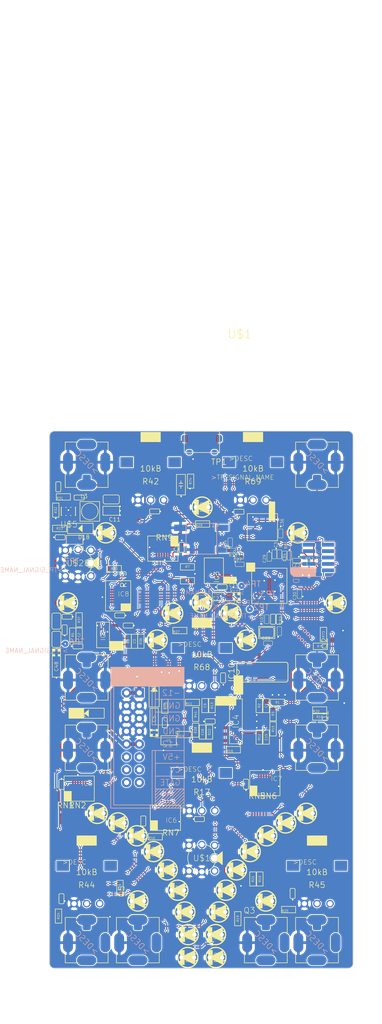
<source format=kicad_pcb>
(kicad_pcb (version 20211014) (generator pcbnew)
  (layers (0 "F.Cu" signal) (31 "B.Cu" signal) (34 "B.Paste" user) (35 "F.Paste" user) (36 "B.SilkS" user "B.Silkscreen") (37 "F.SilkS" user "F.Silkscreen") (38 "B.Mask" user) (39 "F.Mask" user) (44 "Edge.Cuts" user))
  (net 0 "")
  (net 1 "GND")
  (net 2 "3.3V")
  (net 3 "N$3")
  (net 4 "N$4")
  (net 5 "ADC_MOD")
  (net 6 "N$6")
  (net 7 "N$8")
  (net 8 "KNOB_FREQ")
  (net 9 "KNOB_SHAPE")
  (net 10 "KNOB_MOD")
  (net 11 "N$64")
  (net 12 "N$13")
  (net 13 "N$9")
  (net 14 "N$10")
  (net 15 "DACCS")
  (net 16 "DACSCK")
  (net 17 "DACSDI")
  (net 18 "ADC_SHAPE")
  (net 19 "N$20")
  (net 20 "N$21")
  (net 21 "REF_-5V")
  (net 22 "N$15")
  (net 23 "N$16")
  (net 24 "RESET_PATTERN")
  (net 25 "-12V")
  (net 26 "12V")
  (net 27 "N$25")
  (net 28 "N$29")
  (net 29 "CLOCK")
  (net 30 "N$33")
  (net 31 "N$34")
  (net 32 "OUT_LFOCYCLESTART")
  (net 33 "N$60")
  (net 34 "N$61")
  (net 35 "OUT_LFOCYCLEMID")
  (net 36 "ADC_FREQ")
  (net 37 "N$73")
  (net 38 "N$74")
  (net 39 "N$75")
  (net 40 "N$76")
  (net 41 "N$28")
  (net 42 "N$32")
  (net 43 "N$77")
  (net 44 "N$78")
  (net 45 "N$79")
  (net 46 "N$80")
  (net 47 "LATCH")
  (net 48 "SHIFTER1TO2")
  (net 49 "NORMALOUT")
  (net 50 "PHASEDOUT")
  (net 51 "SHIFTERS")
  (net 52 "N$5")
  (net 53 "N$7")
  (net 54 "N$23")
  (net 55 "N$11")
  (net 56 "N$12")
  (net 57 "KNOB_PHASE")
  (net 58 "ADC_PHASE")
  (net 59 "ARM2_1")
  (net 60 "N$44")
  (net 61 "N$45")
  (net 62 "SYNC_LFO")
  (net 63 "ADC_NORMAL")
  (net 64 "ADC_PHASED")
  (net 65 "N$14")
  (net 66 "N$46")
  (net 67 "N$47")
  (net 68 "N$48")
  (net 69 "N$49")
  (net 70 "N$50")
  (net 71 "N$52")
  (net 72 "SHIFTERS2TO3")
  (net 73 "N$65")
  (net 74 "N$1")
  (net 75 "N$19")
  (net 76 "N$22")
  (net 77 "N$26")
  (net 78 "N$30")
  (net 79 "N$31")
  (net 80 "N$35")
  (net 81 "N$36")
  (net 82 "N$38")
  (net 83 "N$39")
  (net 84 "N$40")
  (net 85 "N$43")
  (net 86 "N$53")
  (net 87 "N$54")
  (net 88 "N$55")
  (net 89 "N$56")
  (net 90 "ARM1_1")
  (net 91 "N$42")
  (net 92 "N$58")
  (net 93 "CLOCK_2")
  (net 94 "SHIFTERS_2")
  (net 95 "1.1V")
  (net 96 "N$2")
  (net 97 "N$17")
  (net 98 "N$18")
  (net 99 "N$24")
  (net 100 "SWCLK")
  (net 101 "SWDIO")
  (net 102 "MEM_CS")
  (net 103 "MEM_CLK")
  (net 104 "MEM_IO0")
  (net 105 "MEM_IO1")
  (net 106 "MEM_IO2")
  (net 107 "MEM_IO3")
  (net 108 "ADC1")
  (net 109 "ADC0")
  (net 110 "N$87")
  (net 111 "RUN")
  (net 112 "USB_P")
  (net 113 "USB_N")
  (net 114 "N$69")
  (net 115 "RESET_PATTERN_BUT")
  (net 116 "MUX_A")
  (net 117 "MUX_B")
  (net 118 "N$27")
  (net 119 "N$71")
  (net 120 "FASTMODE_BUT")
  (net 121 "FASTMODE_LED")
  (net 122 "N$94")
  (net 123 "N$70")
  (net 124 "N$93")
  (net 125 "N$95")
  (net 126 "N$96")
  (net 127 "N$97")
  (net 128 "N$98")
  (net 129 "N$99")
  (net 130 "TRIGGERBUTTON")
  (net 131 "N$41")
  (net 132 "N$51")
  (net 133 "N$37")
  (net 134 "N$57")
  (net 135 "N$59")
  (net 136 "N$62")
  (net 137 "N$63")
  (net 138 "N$66")
  (net 139 "N$67")
  (net 140 "N$68")
  (net 141 "N$89")
  (net 142 "N$90")
  (net 143 "N$91")
  (net 144 "N$92")
  (net 145 "N$72")
  (net 146 "N$83")
  (net 147 "N$84")
  (net 148 "N$85")
  (net 149 "N$88")
  (net 150 "N$81")
  (net 151 "N$82")
  (net 152 "BOOTSEL_BUT")
  (net 153 "LATCH_2")
  (net 154 "N$86")
  (net 155 "N$100")
  (footprint "TINRS - Wobbler (pico)sch:3.5MM-JACK-SWITCH-13MM-NOHOLES-TESTPAD" (layer "F.Cu") (at 171.4661 115.0236)
    (fp_text reference "JACK4" hide)
    (fp_text value "" hide)
  )
  (footprint "TINRS - Wobbler (pico)sch:3MMLED" (layer "F.Cu") (at 151.39339 156.117 180)
    (fp_text reference "D10")
    (fp_text value "yellow" hide)
  )
  (footprint "TINRS - Wobbler (pico)sch:R0603" (layer "F.Cu") (at 162.7461 110.7986 90)
    (fp_text reference "R15")
    (fp_text value "100k")
  )
  (footprint "TINRS - Wobbler (pico)sch:R0603" (layer "F.Cu") (at 141.2571 106.3136 -90)
    (fp_text reference "R26")
    (fp_text value "10k")
  )
  (footprint "TINRS - Wobbler (pico)sch:3.5MM-JACK-SWITCH-13MM-NOHOLES-TESTPAD" (layer "F.Cu") (at 125.7461 153.1736)
    (fp_text reference "JACK7" hide)
    (fp_text value "" hide)
  )
  (footprint "TINRS - Wobbler (pico)sch:C0402" (layer "F.Cu") (at 157.3761 121.7536 90)
    (fp_text reference "C20" hide)
    (fp_text value "100nF" hide)
  )
  (footprint "TINRS - Wobbler (pico)sch:C0805" (layer "F.Cu") (at 130.6211 67.5486 180)
    (fp_text reference "C11")
    (fp_text value "22u")
  )
  (footprint "TINRS - Wobbler (pico)sch:C0603" (layer "F.Cu") (at 135.2461 93.4236 -90)
    (fp_text reference "C3")
    (fp_text value "3.3nF COG")
  )
  (footprint "TINRS - Wobbler (pico)sch:3MMLED" (layer "F.Cu") (at 145.818809 156.117 180)
    (fp_text reference "D24")
    (fp_text value "yellow" hide)
  )
  (footprint "TINRS - Wobbler (pico)sch:R0603" (layer "F.Cu") (at 154.8711 114.9236 180)
    (fp_text reference "R16")
    (fp_text value "100k")
  )
  (footprint "TINRS - Wobbler (pico)sch:R0603" (layer "F.Cu") (at 159.9961 106.1736 -90)
    (fp_text reference "R2")
    (fp_text value "33k")
  )
  (footprint "TINRS - Wobbler (pico)sch:3MMLED" (layer "F.Cu") (at 131.972712 129.4364 180)
    (fp_text reference "D31")
    (fp_text value "yellow" hide)
  )
  (footprint "TINRS - Wobbler (pico)sch:C0402" (layer "F.Cu") (at 132.3111 88.2786 180)
    (fp_text reference "C22" hide)
    (fp_text value "100nF" hide)
  )
  (footprint "TINRS - Wobbler (pico)sch:QFN50P250X350X100-17N" (layer "F.Cu") (at 141.3711 128.4236 90)
    (fp_text reference "IC6")
    (fp_text value "74HC595BQ")
  )
  (footprint "TINRS - Wobbler (pico)sch:DO-214AC" (layer "F.Cu") (at 139.1361 102.9386 90)
    (fp_text reference "D2")
    (fp_text value "MRA4004T3G")
  )
  (footprint "TINRS - Wobbler (pico)sch:3MMLED" (layer "F.Cu") (at 161.483731 131.9842 180)
    (fp_text reference "D7")
    (fp_text value "yellow" hide)
  )
  (footprint "TINRS - Wobbler (pico)sch:3.5MM-JACK-SWITCH-13MM-NOHOLES-TESTPAD" (layer "F.Cu") (at 171.4661 101.1036)
    (fp_text reference "JACK5" hide)
    (fp_text value "" hide)
  )
  (footprint "TINRS - Wobbler (pico)sch:C0603" (layer "F.Cu") (at 161.3711 106.1736 90)
    (fp_text reference "C1")
    (fp_text value "3.3nF")
  )
  (footprint "TINRS - Wobbler (pico)sch:C0402" (layer "F.Cu") (at 162.9961 76.1736 -90)
    (fp_text reference "C31")
    (fp_text value "100n")
  )
  (footprint "TINRS - Wobbler (pico)sch:QFN50P250X350X100-17N" (layer "F.Cu") (at 131.9961 84.4236 180)
    (fp_text reference "IC8")
    (fp_text value "74HC595BQ")
  )
  (footprint "TINRS - Wobbler (pico)sch:QFN50P250X350X100-17N" (layer "F.Cu") (at 124.2611 122.6236 90)
    (fp_text reference "IC5")
    (fp_text value "74HC595BQ")
  )
  (footprint "TINRS - Wobbler (pico)sch:C0603" (layer "F.Cu") (at 149.2461 106.1736 90)
    (fp_text reference "C9")
    (fp_text value "3.3nF")
  )
  (footprint "TINRS - Wobbler (pico)sch:R0603" (layer "F.Cu") (at 145.1211 111.9236 180)
    (fp_text reference "R14")
    (fp_text value "100k")
  )
  (footprint "TINRS - Wobbler (pico)sch:3.5MM-JACK-SWITCH-13MM-NOHOLES-TESTPAD" (layer "F.Cu") (at 171.4661 57.9236 180)
    (fp_text reference "JACK3" hide)
    (fp_text value "" hide)
  )
  (footprint "TINRS - Wobbler (pico)sch:R0603" (layer "F.Cu") (at 147.3711 107.9236 -90)
    (fp_text reference "R41")
    (fp_text value "100k")
  )
  (footprint "TINRS - Wobbler (pico)sch:C0402" (layer "F.Cu") (at 155.9961 76.6736)
    (fp_text reference "C28")
    (fp_text value "100n")
  )
  (footprint "TINRS - Wobbler (pico)sch:C0402" (layer "F.Cu") (at 141.2611 109.5636 90)
    (fp_text reference "C6" hide)
    (fp_text value "100nF" hide)
  )
  (footprint "TINRS - Wobbler (pico)sch:R0603" (layer "F.Cu") (at 165.8211 146.6176 180)
    (fp_text reference "R25")
    (fp_text value "100")
  )
  (footprint "TINRS - Wobbler (pico)sch:C0402" (layer "F.Cu") (at 156.1211 78.1736)
    (fp_text reference "C27")
    (fp_text value "100n")
  )
  (footprint "TINRS - Wobbler (pico)sch:R0603" (layer "F.Cu") (at 145.7461 78.6736)
    (fp_text reference "R7")
    (fp_text value "38.3k 0.1%")
  )
  (footprint "TINRS - Wobbler (pico)sch:EURORACK12HPPCB" (layer "F.Cu") (at 118.1261 158.2536)
    (fp_text reference "OUTLINE" hide)
    (fp_text value "EURORACK_PCB12HP" hide)
    (fp_line (start 60.5 -1) (end 60.5 -105.5) (layer "Edge.Cuts") (width 0.127))
    (fp_line (start 0.25 -105.5) (end 0.25 -1) (layer "Edge.Cuts") (width 0.127))
    (fp_line (start 59.5 -106.5) (end 1.25 -106.5) (layer "Edge.Cuts") (width 0.127))
    (fp_line (start 1.25 0) (end 59.5 0) (layer "Edge.Cuts") (width 0.127))
    (fp_arc (start 1.25 0) (mid 0.542893 -0.292893) (end 0.25 -1) (layer "Edge.Cuts") (width 0.127))
    (fp_arc (start 0.25 -105.5) (mid 0.542893 -106.207107) (end 1.25 -106.5) (layer "Edge.Cuts") (width 0.127))
    (fp_arc (start 59.5 -106.5) (mid 60.207107 -106.207107) (end 60.5 -105.5) (layer "Edge.Cuts") (width 0.127))
    (fp_arc (start 60.5 -1) (mid 60.207107 -0.292893) (end 59.5 0) (layer "Edge.Cuts") (width 0.127))
  )
  (footprint "TINRS - Wobbler (pico)sch:R0603" (layer "F.Cu") (at 144.2461 91.2986 180)
    (fp_text reference "R27")
    (fp_text value "56")
  )
  (footprint "TINRS - Wobbler (pico)sch:CASE-A_3216" (layer "F.Cu") (at 152.7461 84.5486 180)
    (fp_text reference "C23")
    (fp_text value "10uF")
  )
  (footprint "TINRS - Wobbler (pico)sch:4X0402ARV341" (layer "F.Cu") (at 159.3711 125.4236 180)
    (fp_text reference "RN5")
    (fp_text value "56")
  )
  (footprint "TINRS - Wobbler (pico)sch:3MMLED" (layer "F.Cu") (at 161.3061 144.9186 180)
    (fp_text reference "D40")
    (fp_text value "yellow" hide)
  )
  (footprint "TINRS - Wobbler (pico)sch:C0402" (layer "F.Cu") (at 150.2461 109.2986 180)
    (fp_text reference "C17" hide)
    (fp_text value "100nF" hide)
  )
  (footprint "TINRS - Wobbler (pico)sch:SOT23-BEC" (layer "F.Cu") (at 175.7261 107.5916 90)
    (fp_text reference "Q1")
    (fp_text value "MMBT3904")
  )
  (footprint "TINRS - Wobbler (pico)sch:R0603" (layer "F.Cu") (at 122.9961 92.1736 90)
    (fp_text reference "R5")
    (fp_text value "187k 0.1%")
  )
  (footprint "TINRS - Wobbler (pico)sch:C3216" (layer "F.Cu") (at 144.4561 62.3736 90)
    (fp_text reference "C39" hide)
    (fp_text value "4.7n 100v" hide)
  )
  (footprint "TINRS - Wobbler (pico)sch:C0402" (layer "F.Cu") (at 144.6211 74.7986 -90)
    (fp_text reference "C38" hide)
    (fp_text value "100nF" hide)
  )
  (footprint "TINRS - Wobbler (pico)sch:R0603" (layer "F.Cu") (at 172.7461 92.0486 90)
    (fp_text reference "R73")
    (fp_text value "10k")
  )
  (footprint "TINRS - Wobbler (pico)sch:R0603" (layer "F.Cu") (at 146.3711 61.6736 90)
    (fp_text reference "R74")
    (fp_text value "1M")
  )
  (footprint "TINRS - Wobbler (pico)sch:4X0402ARV341" (layer "F.Cu") (at 135.7461 84.9236 -90)
    (fp_text reference "RN3")
    (fp_text value "56")
  )
  (footprint "TINRS - Wobbler (pico)sch:C0402" (layer "F.Cu") (at 152.8211 100.6786 -90)
    (fp_text reference "C4" hide)
    (fp_text value "100nF" hide)
  )
  (footprint "TINRS - Wobbler (pico)sch:C0402" (layer "F.Cu") (at 164.2461 72.0486 -90)
    (fp_text reference "C36")
    (fp_text value "100n")
  )
  (footprint "TINRS - Wobbler (pico)sch:C0603" (layer "F.Cu") (at 161.3711 112.4236 -90)
    (fp_text reference "C15")
    (fp_text value "3.3nF")
  )
  (footprint "TINRS - Wobbler (pico)sch:4X0402ARV341" (layer "F.Cu") (at 142.2511 132.7086 180)
    (fp_text reference "RN7")
    (fp_text value "56")
  )
  (footprint "TINRS - Wobbler (pico)sch:3MMLED" (layer "F.Cu") (at 143.829181 142.7731 180)
    (fp_text reference "D27")
    (fp_text value "yellow" hide)
  )
  (footprint "TINRS - Wobbler (pico)sch:R0603" (layer "F.Cu") (at 155.7461 148.4236 -90)
    (fp_text reference "R19")
    (fp_text value "10k")
  )
  (footprint "TINRS - Wobbler (pico)sch:3.5MM-JACK-SWITCH-13MM-NOHOLES-TESTPAD" (layer "F.Cu") (at 125.7461 115.0236)
    (fp_text reference "JACK1" hide)
    (fp_text value "" hide)
  )
  (footprint "TINRS - Wobbler (pico)sch:R0603" (layer "F.Cu") (at 148.7461 70.1736 180)
    (fp_text reference "R29")
    (fp_text value "56")
  )
  (footprint "TINRS - Wobbler (pico)sch:3MMLED" (layer "F.Cu") (at 153.383018 142.7731 180)
    (fp_text reference "D4")
    (fp_text value "yellow" hide)
  )
  (footprint "TINRS - Wobbler (pico)sch:3MMLED" (layer "F.Cu") (at 145.228159 147.0905 180)
    (fp_text reference "D26")
    (fp_text value "yellow" hide)
  )
  (footprint "TINRS - Wobbler (pico)sch:R0603" (layer "F.Cu") (at 133.9961 93.4236 90)
    (fp_text reference "R8")
    (fp_text value "187k 0.1%")
  )
  (footprint "TINRS - Wobbler (pico)sch:PB6149L" (layer "F.Cu") (at 124.0461 77.9236)
    (fp_text reference "U$28")
    (fp_text value "SWITCH_W_LED_PB6149L-X-102YELLOW" hide)
  )
  (footprint "TINRS - Wobbler (pico)sch:3MMLED" (layer "F.Cu") (at 167.6461 71.9236 180)
    (fp_text reference "D16")
    (fp_text value "yellow" hide)
  )
  (footprint "TINRS - Wobbler (pico)sch:C0402" (layer "F.Cu") (at 162.7461 89.0486 90)
    (fp_text reference "C74" hide)
    (fp_text value "100n" hide)
  )
  (footprint "TINRS - Wobbler (pico)sch:QFN-56" (layer "F.Cu") (at 161.9961 82.4236)
    (fp_text reference "U$2" hide)
    (fp_text value "RP2040" hide)
  )
  (footprint "TINRS - Wobbler (pico)sch:R0603" (layer "F.Cu") (at 124.2461 89.1736 90)
    (fp_text reference "R37")
    (fp_text value "187k 0.1%")
  )
  (footprint "TINRS - Wobbler (pico)sch:C0402" (layer "F.Cu") (at 152.6211 82.6736 180)
    (fp_text reference "C100" hide)
    (fp_text value "1u" hide)
  )
  (footprint "TINRS - Wobbler (pico)sch:3MMLED" (layer "F.Cu") (at 169.363381 127.5414 180)
    (fp_text reference "D9")
    (fp_text value "yellow" hide)
  )
  (footprint "TINRS - Wobbler (pico)sch:3MMLED" (layer "F.Cu") (at 175.2461 85.8236 180)
    (fp_text reference "D21")
    (fp_text value "yellow" hide)
  )
  (footprint "TINRS - Wobbler (pico)sch:R0603" (layer "F.Cu") (at 163.6211 105.5486)
    (fp_text reference "R1")
    (fp_text value "100k")
  )
  (footprint "TINRS - Wobbler (pico)sch:R0402" (layer "F.Cu") (at 163.9961 76.1736 -90)
    (fp_text reference "R4")
    (fp_text value "27")
  )
  (footprint "TINRS - Wobbler (pico)sch:3MMLED" (layer "F.Cu") (at 145.897459 151.5793 180)
    (fp_text reference "D25")
    (fp_text value "yellow" hide)
  )
  (footprint "TINRS - Wobbler (pico)sch:L0805" (layer "F.Cu") (at 119.7461 93.0486 90)
    (fp_text reference "L1" hide)
    (fp_text value "0.1uH C76737 " hide)
  )
  (footprint "TINRS - Wobbler (pico)sch:C0402" (layer "F.Cu") (at 161.7461 93.7986)
    (fp_text reference "C33")
    (fp_text value "27p")
  )
  (footprint "TINRS - Wobbler (pico)sch:SO16" (layer "F.Cu") (at 160.6211 99.5486)
    (fp_text reference "IC10")
    (fp_text value "4052D")
  )
  (footprint "TINRS - Wobbler (pico)sch:3.5MM-JACK-SWITCH-13MM-NOHOLES-TESTPAD" (layer "F.Cu") (at 161.3061 153.1736)
    (fp_text reference "JACK10" hide)
    (fp_text value "" hide)
  )
  (footprint "TINRS - Wobbler (pico)sch:R0603" (layer "F.Cu") (at 159.9961 112.4236 90)
    (fp_text reference "R12")
    (fp_text value "33k")
  )
  (footprint "TINRS - Wobbler (pico)sch:C0402" (layer "F.Cu") (at 166.6161 143.4186 -90)
    (fp_text reference "C40" hide)
    (fp_text value "100nF" hide)
  )
  (footprint "TINRS - Wobbler (pico)sch:4X0402ARV341" (layer "F.Cu") (at 123.7411 127.2936 180)
    (fp_text reference "RN2")
    (fp_text value "56")
  )
  (footprint "TINRS - Wobbler (pico)sch:3.5MM-JACK-SWITCH-13MM-NOHOLES-TESTPAD" (layer "F.Cu") (at 171.4661 153.1736)
    (fp_text reference "JACK8" hide)
    (fp_text value "" hide)
  )
  (footprint "TINRS - Wobbler (pico)sch:SOT95P237X112-3N" (layer "F.Cu") (at 142.0111 113.0616 90)
    (fp_text reference "U1")
    (fp_text value "LM4040DIM3-5.0")
  )
  (footprint "TINRS - Wobbler (pico)sch:R0402" (layer "F.Cu") (at 154.2461 73.7986 90)
    (fp_text reference "R34")
    (fp_text value "10k DNP")
  )
  (footprint "TINRS - Wobbler (pico)sch:SOT23-BEC" (layer "F.Cu") (at 131.4561 146.1386 -90)
    (fp_text reference "Q5")
    (fp_text value "MMBT3904")
  )
  (footprint "TINRS - Wobbler (pico)sch:NX3225" (layer "F.Cu") (at 161.4961 91.6736 180)
    (fp_text reference "Q4" hide)
    (fp_text value "12mhz" hide)
  )
  (footprint "TINRS - Wobbler (pico)sch:R0603" (layer "F.Cu") (at 158.7461 140.5486 -90)
    (fp_text reference "R21")
    (fp_text value "100k")
  )
  (footprint "TINRS - Wobbler (pico)sch:SOT23-6" (layer "F.Cu") (at 122.1211 67.6736 180)
    (fp_text reference "U$5")
    (fp_text value "BL9342")
  )
  (footprint "TINRS - Wobbler (pico)sch:R0603" (layer "F.Cu") (at 139.3761 132.1686 180)
    (fp_text reference "R40")
    (fp_text value "100k")
  )
  (footprint "TINRS - Wobbler (pico)sch:C0402" (layer "F.Cu") (at 155.9761 67.7436 180)
    (fp_text reference "C10" hide)
    (fp_text value "100nF" hide)
  )
  (footprint "TINRS - Wobbler (pico)sch:3MMLED" (layer "F.Cu") (at 148.6461 66.8236 180)
    (fp_text reference "D20")
    (fp_text value "yellow" hide)
  )
  (footprint "TINRS - Wobbler (pico)sch:L0805" (layer "F.Cu") (at 119.7461 89.4236 90)
    (fp_text reference "L2" hide)
    (fp_text value "0.1uH C76737 " hide)
  )
  (footprint "TINRS - Wobbler (pico)sch:R0603" (layer "F.Cu") (at 145.7461 81.4236)
    (fp_text reference "R9")
    (fp_text value "38.3k 0.1%")
  )
  (footprint "TINRS - Wobbler (pico)sch:C0402" (layer "F.Cu") (at 121.8711 88.5486 180)
    (fp_text reference "C44" hide)
    (fp_text value "100nF" hide)
  )
  (footprint "TINRS - Wobbler (pico)sch:DO-214AC" (layer "F.Cu") (at 125.7311 107.6886 180)
    (fp_text reference "D1")
    (fp_text value "MRA4004T3G")
  )
  (footprint "TINRS - Wobbler (pico)sch:ALPS_POT_SQUAREHOLES" (layer "F.Cu") (at 148.6061 94.7536)
    (fp_text reference "R68")
    (fp_text value "10kB")
  )
  (footprint "TINRS - Wobbler (pico)sch:C0402" (layer "F.Cu") (at 139.2461 67.6736)
    (fp_text reference "C21" hide)
    (fp_text value "100nF" hide)
  )
  (footprint "TINRS - Wobbler (pico)sch:SOT23-BEC" (layer "F.Cu") (at 157.3771 144.2111 180)
    (fp_text reference "Q3")
    (fp_text value "MMBT3904")
  )
  (footprint "TINRS - Wobbler (pico)sch:C0402" (layer "F.Cu") (at 120.1211 62.7986 -90)
    (fp_text reference "C46" hide)
    (fp_text value "33p" hide)
  )
  (footprint "TINRS - Wobbler (pico)sch:B1,27" (layer "F.Cu") (at 150.9961 59.5486)
    (fp_text reference "TP1")
    (fp_text value "PTR1B1,27")
  )
  (footprint "TINRS - Wobbler (pico)sch:3MMLED" (layer "F.Cu") (at 154.39119 87.8592 180)
    (fp_text reference "D35")
    (fp_text value "yellow" hide)
  )
  (footprint "TINRS - Wobbler (pico)sch:ALPS_POT_SQUAREHOLES" (layer "F.Cu") (at 138.4461 57.9236)
    (fp_text reference "R42")
    (fp_text value "10kB")
  )
  (footprint "TINRS - Wobbler (pico)sch:PB6149L" (layer "F.Cu") (at 148.6061 136.4236)
    (fp_text reference "U$1")
    (fp_text value "SWITCH_W_LED_PB6149L-X-102YELLOW" hide)
  )
  (footprint "TINRS - Wobbler (pico)sch:3MMLED" (layer "F.Cu") (at 151.31474 151.5793 180)
    (fp_text reference "D11")
    (fp_text value "yellow" hide)
  )
  (footprint "TINRS - Wobbler (pico)sch:3MMLED" (layer "F.Cu") (at 135.9061 144.9186 180)
    (fp_text reference "D3")
    (fp_text value "yellow" hide)
  )
  (footprint "TINRS - Wobbler (pico)sch:R0603" (layer "F.Cu") (at 150.6211 106.1736 -90)
    (fp_text reference "R13")
    (fp_text value "33k")
  )
  (footprint "TINRS - Wobbler (pico)sch:L0420" (layer "F.Cu") (at 126.3711 67.6736)
    (fp_text reference "L3")
    (fp_text value "4.7uH")
  )
  (footprint "TINRS - Wobbler (pico)sch:C0402" (layer "F.Cu") (at 155.2461 83.2986)
    (fp_text reference "C37")
    (fp_text value "100n")
  )
  (footprint "TINRS - Wobbler (pico)sch:C0402" (layer "F.Cu") (at 120.7411 144.4686 -90)
    (fp_text reference "C41" hide)
    (fp_text value "100nF" hide)
  )
  (footprint "TINRS - Wobbler (pico)sch:CASE-A_3216" (layer "F.Cu") (at 119.7461 98.4236 -90)
    (fp_text reference "C48")
    (fp_text value "10uF")
  )
  (footprint "TINRS - Wobbler (pico)sch:C0402" (layer "F.Cu") (at 124.2461 64.9236 180)
    (fp_text reference "C45" hide)
    (fp_text value "100nF" hide)
  )
  (footprint "TINRS - Wobbler (pico)sch:QFN50P250X350X100-17N" (layer "F.Cu") (at 140.8711 75.0486 -90)
    (fp_text reference "IC9")
    (fp_text value "74HC595BQ")
  )
  (footprint "TINRS - Wobbler (pico)sch:3MMLED" (layer "F.Cu") (at 141.738668 138.7448 180)
    (fp_text reference "D28")
    (fp_text value "yellow" hide)
  )
  (footprint "TINRS - Wobbler (pico)sch:SOT23-BEC" (layer "F.Cu") (at 175.6161 93.1686 90)
    (fp_text reference "Q2")
    (fp_text value "MMBT3904")
  )
  (footprint "TINRS - Wobbler (pico)sch:C0402" (layer "F.Cu") (at 165.9961 76.4236 90)
    (fp_text reference "C34")
    (fp_text value "1u")
  )
  (footprint "TINRS - Wobbler (pico)sch:R0603" (layer "F.Cu") (at 119.6211 67.4236 -90)
    (fp_text reference "R32")
    (fp_text value "16.2k")
  )
  (footprint "TINRS - Wobbler (pico)sch:3MMLED" (layer "F.Cu") (at 135.728468 131.9842 180)
    (fp_text reference "D30")
    (fp_text value "yellow" hide)
  )
  (footprint "TINRS - Wobbler (pico)sch:R0603" (layer "F.Cu") (at 172.1211 94.4236)
    (fp_text reference "R72")
    (fp_text value "100k")
  )
  (footprint "TINRS - Wobbler (pico)sch:C0402" (layer "F.Cu") (at 121.3711 91.1736 90)
    (fp_text reference "C42" hide)
    (fp_text value "10n" hide)
  )
  (footprint "TINRS - Wobbler (pico)sch:R0603" (layer "F.Cu") (at 171.9961 107.0486 180)
    (fp_text reference "R20")
    (fp_text value "10k")
  )
  (footprint "TINRS - Wobbler (pico)sch:3MMLED" (layer "F.Cu") (at 139.013659 135.1155 180)
    (fp_text reference "D29")
    (fp_text value "yellow" hide)
  )
  (footprint "TINRS - Wobbler (pico)sch:C0402" (layer "F.Cu") (at 148.1211 128.6736 180)
    (fp_text reference "C24" hide)
    (fp_text value "100nF" hide)
  )
  (footprint "TINRS - Wobbler (pico)sch:4X0402ARV341" (layer "F.Cu") (at 161.6211 125.4236 180)
    (fp_text reference "RN6")
    (fp_text value "56")
  )
  (footprint "TINRS - Wobbler (pico)sch:C0603" (layer "F.Cu") (at 148.7461 111.4236 -90)
    (fp_text reference "C16")
    (fp_text value "3.3nF")
  )
  (footprint "TINRS - Wobbler (pico)sch:C0402" (layer "F.Cu") (at 167.4961 78.4236 180)
    (fp_text reference "C25")
    (fp_text value "100n")
  )
  (footprint "TINRS - Wobbler (pico)sch:R0603" (layer "F.Cu") (at 136.4961 93.4236 -90)
    (fp_text reference "R36")
    (fp_text value "187k 0.1%")
  )
  (footprint "TINRS - Wobbler (pico)sch:R0603" (layer "F.Cu") (at 120.1551 147.9026 90)
    (fp_text reference "R24")
    (fp_text value "100")
  )
  (footprint "TINRS - Wobbler (pico)sch:SO14" (layer "F.Cu") (at 155.3711 109.2986 -90)
    (fp_text reference "IC4")
    (fp_text value "MCP6004")
  )
  (footprint "TINRS - Wobbler (pico)sch:CASE-A_3216" (layer "F.Cu") (at 139.1401 108.8136 90)
    (fp_text reference "C5")
    (fp_text value "10uF")
  )
  (footprint "TINRS - Wobbler (pico)sch:ALPS_POT_SQUAREHOLES" (layer "F.Cu") (at 148.6061 119.5236)
    (fp_text reference "R17")
    (fp_text value "10kB")
  )
  (footprint "TINRS - Wobbler (pico)sch:R0402" (layer "F.Cu") (at 154.3711 75.4236 180)
    (fp_text reference "R33")
    (fp_text value "1k")
  )
  (footprint "TINRS - Wobbler (pico)sch:3MMLED" (layer "F.Cu") (at 148.6061 85.7536 180)
    (fp_text reference "D34")
    (fp_text value "yellow" hide)
  )
  (footprint "TINRS - Wobbler (pico)sch:C0402" (layer "F.Cu") (at 167.4961 79.4236 180)
    (fp_text reference "C35")
    (fp_text value "100n")
  )
  (footprint "TINRS - Wobbler (pico)sch:R0603" (layer "F.Cu") (at 131.2461 79.0486)
    (fp_text reference "R30")
    (fp_text value "56")
  )
  (footprint "TINRS - Wobbler (pico)sch:R0402" (layer "F.Cu") (at 170.3711 78.0486)
    (fp_text reference "R52")
    (fp_text value "10k")
  )
  (footprint "TINRS - Wobbler (pico)sch:3MMLED" (layer "F.Cu") (at 158.19854 135.1155 180)
    (fp_text reference "D6")
    (fp_text value "yellow" hide)
  )
  (footprint "TINRS - Wobbler (pico)sch:R0603" (layer "F.Cu") (at 160.1211 140.5486 90)
    (fp_text reference "R10")
    (fp_text value "56")
  )
  (footprint "TINRS - Wobbler (pico)sch:3MMLED" (layer "F.Cu") (at 155.473531 138.7448 180)
    (fp_text reference "D5")
    (fp_text value "yellow" hide)
  )
  (footprint "TINRS - Wobbler (pico)sch:3MMLED" (layer "F.Cu") (at 142.821009 87.8592 180)
    (fp_text reference "D13")
    (fp_text value "yellow" hide)
  )
  (footprint "TINRS - Wobbler (pico)sch:L0805" (layer "F.Cu") (at 130.6211 65.2986)
    (fp_text reference "L4" hide)
    (fp_text value "0.1uH C76737 " hide)
  )
  (footprint "TINRS - Wobbler (pico)sch:SOIC-8" (layer "F.Cu") (at 160.6211 70.7986 180)
    (fp_text reference "U$25" hide)
    (fp_text value "W25Q256JVEIQTR" hide)
  )
  (footprint "TINRS - Wobbler (pico)sch:ALPS_POT_SQUAREHOLES" (layer "F.Cu") (at 171.4661 137.9336)
    (fp_text reference "R45")
    (fp_text value "10kB")
  )
  (footprint "TINRS - Wobbler (pico)sch:3.5MM-JACK-SWITCH-13MM-NOHOLES-TESTPAD" (layer "F.Cu") (at 135.9061 153.1736)
    (fp_text reference "JACK9" hide)
    (fp_text value "" hide)
  )
  (footprint "TINRS - Wobbler (pico)sch:R0603" (layer "F.Cu") (at 120.3711 71.0486)
    (fp_text reference "R23")
    (fp_text value "100k")
  )
  (footprint "TINRS - Wobbler (pico)sch:QFN50P250X350X100-17N" (layer "F.Cu") (at 161.1211 121.5486 90)
    (fp_text reference "IC7")
    (fp_text value "74HC595BQ")
  )
  (footprint "TINRS - Wobbler (pico)sch:R0402" (layer "F.Cu") (at 161.4961 89.0486 90)
    (fp_text reference "R103")
    (fp_text value "1k")
  )
  (footprint "TINRS - Wobbler (pico)sch:3.5MM-JACK-SWITCH-13MM-NOHOLES-TESTPAD" (layer "F.Cu") (at 125.7461 101.1036)
    (fp_text reference "JACK2" hide)
    (fp_text value "" hide)
  )
  (footprint "TINRS - Wobbler (pico)sch:C0402" (layer "F.Cu") (at 136.9911 129.0486 90)
    (fp_text reference "C7" hide)
    (fp_text value "100nF" hide)
  )
  (footprint "TINRS - Wobbler (pico)sch:SOD123" (layer "F.Cu") (at 124.4961 71.0486 180)
    (fp_text reference "D18")
    (fp_text value "schottky")
  )
  (footprint "TINRS - Wobbler (pico)sch:C132563" (layer "F.Cu") (at 148.6211 51.7986 180)
    (fp_text reference "J1" hide)
    (fp_text value "MICRO-USB-5P" hide)
  )
  (footprint "TINRS - Wobbler (pico)sch:C0402" (layer "F.Cu") (at 133.9961 90.2986 180)
    (fp_text reference "C19" hide)
    (fp_text value "100nF" hide)
  )
  (footprint "TINRS - Wobbler (pico)sch:4X0402ARV341" (layer "F.Cu") (at 121.3561 127.2936 180)
    (fp_text reference "RN1")
    (fp_text value "56")
  )
  (footprint "TINRS - Wobbler (pico)sch:ALPS_POT_SQUAREHOLES" (layer "F.Cu") (at 158.7661 57.9236)
    (fp_text reference "R69")
    (fp_text value "10kB")
  )
  (footprint "TINRS - Wobbler (pico)sch:R0402" (layer "F.Cu") (at 164.9961 76.4236 -90)
    (fp_text reference "R6")
    (fp_text value "27")
  )
  (footprint "TINRS - Wobbler (pico)sch:C0402" (layer "F.Cu") (at 120.7461 121.7986 -90)
    (fp_text reference "C14" hide)
    (fp_text value "100nF" hide)
  )
  (footprint "TINRS - Wobbler (pico)sch:R0603" (layer "F.Cu") (at 121.1211 64.7986 180)
    (fp_text reference "R31")
    (fp_text value "49.9k")
  )
  (footprint "TINRS - Wobbler (pico)sch:ALPS_POT_SQUAREHOLES" (layer "F.Cu") (at 125.7461 137.9336)
    (fp_text reference "R44")
    (fp_text value "10kB")
  )
  (footprint "TINRS - Wobbler (pico)sch:C0402" (layer "F.Cu") (at 163.8711 89.0486 -90)
    (fp_text reference "C99" hide)
    (fp_text value "100n" hide)
  )
  (footprint "TINRS - Wobbler (pico)sch:3.5MM-JACK-SWITCH-13MM-NOHOLES-TESTPAD" (layer "F.Cu") (at 125.7461 57.9236 180)
    (fp_text reference "JACK6" hide)
    (fp_text value "" hide)
  )
  (footprint "TINRS - Wobbler (pico)sch:R0603" (layer "F.Cu") (at 150.1211 111.4236 90)
    (fp_text reference "R22")
    (fp_text value "33k")
  )
  (footprint "TINRS - Wobbler (pico)sch:C0402" (layer "F.Cu") (at 167.4961 77.4236 180)
    (fp_text reference "C26")
    (fp_text value "100n")
  )
  (footprint "TINRS - Wobbler (pico)sch:R0603" (layer "F.Cu") (at 146.7461 105.5486 180)
    (fp_text reference "R11")
    (fp_text value "100k")
  )
  (footprint "TINRS - Wobbler (pico)sch:C0603" (layer "F.Cu") (at 124.2461 92.1736 -90)
    (fp_text reference "C2")
    (fp_text value "3.3nF C0G")
  )
  (footprint "TINRS - Wobbler (pico)sch:3MMLED" (layer "F.Cu") (at 121.9461 85.8236 180)
    (fp_text reference "D22")
    (fp_text value "yellow" hide)
  )
  (footprint "TINRS - Wobbler (pico)sch:3MMLED" (layer "F.Cu") (at 127.848821 127.5414 180)
    (fp_text reference "D32")
    (fp_text value "yellow" hide)
  )
  (footprint "TINRS - Wobbler (pico)sch:3MMLED" (layer "F.Cu") (at 139.742831 93.190759 180)
    (fp_text reference "D14")
    (fp_text value "yellow" hide)
  )
  (footprint "TINRS - Wobbler (pico)sch:R0603" (layer "F.Cu") (at 171.9961 108.4236)
    (fp_text reference "R18")
    (fp_text value "100k")
  )
  (footprint "TINRS - Wobbler (pico)sch:C0402" (layer "F.Cu") (at 161.9961 76.6736 90)
    (fp_text reference "C29")
    (fp_text value "100n")
  )
  (footprint "TINRS - Wobbler (pico)sch:SO08" (layer "F.Cu") (at 128.9961 92.1736 90)
    (fp_text reference "IC2")
    (fp_text value "TL072")
  )
  (footprint "TINRS - Wobbler (pico)sch:3MMLED" (layer "F.Cu") (at 165.23949 129.4364 180)
    (fp_text reference "D8")
    (fp_text value "yellow" hide)
  )
  (footprint "TINRS - Wobbler (pico)sch:3MMLED" (layer "F.Cu") (at 151.98404 147.0905 180)
    (fp_text reference "D33")
    (fp_text value "yellow" hide)
  )
  (footprint "TINRS - Wobbler (pico)sch:C0805" (layer "F.Cu") (at 123.3711 73.2986 180)
    (fp_text reference "C8")
    (fp_text value "10u")
  )
  (footprint "TINRS - Wobbler (pico)sch:4X0402ARV341" (layer "F.Cu") (at 141.3711 71.5486)
    (fp_text reference "RN9")
    (fp_text value "56")
  )
  (footprint "TINRS - Wobbler (pico)sch:R0603" (layer "F.Cu") (at 132.3631 142.2046 90)
    (fp_text reference "R39")
    (fp_text value "10k")
  )
  (footprint "TINRS - Wobbler (pico)sch:3MMLED" (layer "F.Cu") (at 157.469368 93.190759 180)
    (fp_text reference "D12")
    (fp_text value "yellow" hide)
  )
  (footprint "TINRS - Wobbler (pico)sch:R0603" (layer "F.Cu") (at 147.3711 111.0486 90)
    (fp_text reference "R28")
    (fp_text value "100k")
  )
  (footprint "TINRS - Wobbler (pico)sch:R0603" (layer "F.Cu") (at 162.7461 107.7986 -90)
    (fp_text reference "R3")
    (fp_text value "100k")
  )
  (footprint "TINRS - Wobbler (pico)sch:C0402" (layer "F.Cu") (at 163.9961 91.4236 -90)
    (fp_text reference "C32")
    (fp_text value "27p")
  )
  (footprint "TINRS - Wobbler (pico)sch:C0402" (layer "F.Cu") (at 120.4961 72.7986)
    (fp_text reference "C43" hide)
    (fp_text value "100nF" hide)
  )
  (footprint "TINRS - Wobbler (pico)sch:3MMLED" (layer "F.Cu") (at 129.5461 71.9236 180)
    (fp_text reference "D17")
    (fp_text value "yellow" hide)
  )
  (footprint "TINRS - Wobbler (pico)sch:C0402" (layer "F.Cu") (at 167.9961 84.0486 90)
    (fp_text reference "C30")
    (fp_text value "100n")
  )
  (footprint "TINRS - Wobbler (pico)sch:C0402" (layer "F.Cu") (at 123.9961 94.4236)
    (fp_text reference "C18" hide)
    (fp_text value "100nF" hide)
  )
  (footprint "TINRS - Wobbler (pico)sch:SOIC8-N_MC" (layer "F.Cu") (at 150.9961 79.4236 90)
    (fp_text reference "IC3")
    (fp_text value "MCP4822-E/SN")
  )
  (footprint "TINRS - Wobbler (pico)sch:B1,27" (layer "B.Cu") (at 159.4961 84.4236 180)
    (fp_text reference "TP3")
    (fp_text value "PTR1B1,27")
  )
  (footprint "TINRS - Wobbler (pico)sch:B1,27" (layer "B.Cu") (at 158.1211 87.0486 180)
    (fp_text reference "TP2")
    (fp_text value "PTR1B1,27")
  )
  (footprint "TINRS - Wobbler (pico)sch:POWER_16_SHROUDED" (layer "B.Cu") (at 134.9251 112.5416 -90)
    (fp_text reference "J14" hide)
    (fp_text value "POWERSHROUDED" hide)
  )
  (footprint "TINRS - Wobbler (pico)sch:B1,27" (layer "B.Cu") (at 121.4961 93.9236 180)
    (fp_text reference "TP6")
    (fp_text value "PTR1B1,27")
  )
  (footprint "TINRS - Wobbler (pico)sch:B1,27" (layer "B.Cu") (at 120.4961 77.9236 180)
    (fp_text reference "TP7")
    (fp_text value "PTR1B1,27")
  )
  (footprint "TINRS - Wobbler (pico)sch:4P-SMD-6.0X6.0X5.0H" (layer "B.Cu") (at 148.5161 73.0886 180)
    (fp_text reference "K1")
    (fp_text value "BUTTON-4P-3100010P1")
  )
  (footprint "TINRS - Wobbler (pico)sch:B1,27" (layer "B.Cu") (at 156.4961 82.4236 180)
    (fp_text reference "TP4")
    (fp_text value "PTR1B1,27")
  )
  (footprint "TINRS - Wobbler (pico)sch:M50-3600542" (layer "B.Cu") (at 171.6811 76.8186 90)
    (fp_text reference "SWD2")
    (fp_text value "CORTEX_SWD" hide)
  )
  (gr_text "U$1" (at 156.1211 32.5486) (layer "F.SilkS") (effects (font (size 1.63576 1.63576) (thickness 0.14224))))
  (segment (start 152.1211 82.6736) (end 151.3711 82.6736) (width 0.2032) (layer "F.Cu") (net 1))
  (segment (start 155.1211 76.6736) (end 154.9961 76.5486) (width 0.2032) (layer "F.Cu") (net 1))
  (segment (start 167.9961 84.4931) (end 168.5656 84.4931) (width 0.2032) (layer "F.Cu") (net 1))
  (segment (start 125.9629 122.8776) (end 124.5151 122.8776) (width 0.2032) (layer "F.Cu") (net 1))
  (segment (start 160.3961 89.9486) (end 160.3711 89.9236) (width 0.2032) (layer "F.Cu") (net 1))
  (segment (start 144.4561 63.8214) (end 144.4561 64.6336) (width 0.2032) (layer "F.Cu") (net 1))
  (segment (start 131.5101 67.5486) (end 131.5101 67.6876) (width 0.2032) (layer "F.Cu") (net 1))
  (segment (start 162.5261 103.9536) (end 162.6211 104.0486) (width 0.2032) (layer "F.Cu") (net 1))
  (segment (start 167.9406 76.7431) (end 167.8711 76.6736) (width 0.2032) (layer "F.Cu") (net 1))
  (segment (start 147.2761 77.5186) (end 147.2461 77.5486) (width 0.2032) (layer "F.Cu") (net 1))
  (segment (start 162.7461 89.5486) (end 163.8711 89.5486) (width 0.2032) (layer "F.Cu") (net 1))
  (segment (start 163.6711 92.4736) (end 163.7461 92.5486) (width 0.2032) (layer "F.Cu") (net 1))
  (segment (start 124.0071 122.3696) (end 124.2611 122.6236) (width 0.2032) (layer "F.Cu") (net 1))
  (segment (start 158.7161 68.7686) (end 158.7461 68.7986) (width 0.2032) (layer "F.Cu") (net 1))
  (segment (start 136.9961 130.1736) (end 136.8711 130.2986) (width 0.2032) (layer "F.Cu") (net 1))
  (segment (start 132.2501 82.7218) (end 132.2501 84.1696) (width 0.2032) (layer "F.Cu") (net 1))
  (segment (start 121.3711 91.6736) (end 121.3711 92.2986) (width 0.2032) (layer "F.Cu") (net 1))
  (segment (start 176.8261 106.6416) (end 176.8261 105.7186) (width 0.2032) (layer "F.Cu") (net 1))
  (segment (start 124.6211 72.6736) (end 124.6211 72.9376) (width 0.2032) (layer "F.Cu") (net 1))
  (segment (start 163.9961 91.8681) (end 163.9961 92.2986) (width 0.2032) (layer "F.Cu") (net 1))
  (segment (start 162.5961 92.4736) (end 163.6711 92.4736) (width 0.2032) (layer "F.Cu") (net 1))
  (segment (start 148.6339 77.5186) (end 147.2761 77.5186) (width 0.2032) (layer "F.Cu") (net 1))
  (segment (start 136.9911 129.5486) (end 136.9911 130.1686) (width 0.2032) (layer "F.Cu") (net 1))
  (segment (start 124.0071 121.4298) (end 124.0071 122.3696) (width 0.2032) (layer "F.Cu") (net 1))
  (segment (start 163.5001 121.8026) (end 163.8711 122.1736) (width 0.2032) (layer "F.Cu") (net 1))
  (segment (start 155.6766 78.1736) (end 155.6211 78.1736) (width 0.2032) (layer "F.Cu") (net 1))
  (segment (start 155.2461 77.7986) (end 155.2461 77.6736) (width 0.2032) (layer "F.Cu") (net 1))
  (segment (start 166.6161 144.6686) (end 166.6211 144.6736) (width 0.2032) (layer "F.Cu") (net 1))
  (segment (start 139.1693 74.7946) (end 138.2501 74.7946) (width 0.2032) (layer "F.Cu") (net 1))
  (segment (start 146.3711 62.4356) (end 146.3711 63.0486) (width 0.2032) (layer "F.Cu") (net 1))
  (segment (start 141.1251 77.0446) (end 141.2461 77.2986) (width 0.2032) (layer "F.Cu") (net 1))
  (segment (start 139.1693 74.7946) (end 140.6171 74.7946) (width 0.2032) (layer "F.Cu") (net 1))
  (segment (start 141.1171 128.1696) (end 141.3711 128.4236) (width 0.2032) (layer "F.Cu") (net 1))
  (segment (start 152.7711 108.0286) (end 151.3511 108.0286) (width 0.2032) (layer "F.Cu") (net 1))
  (segment (start 143.0729 128.6776) (end 141.6251 128.6776) (width 0.2032) (layer "F.Cu") (net 1))
  (segment (start 155.6211 78.1736) (end 155.2461 77.7986) (width 0.2032) (layer "F.Cu") (net 1))
  (segment (start 122.1211 66.3735) (end 122.1211 67.4236) (width 0.2032) (layer "F.Cu") (net 1))
  (segment (start 160.9961 86.1236) (end 160.9961 85.0486) (width 0.2032) (layer "F.Cu") (net 1))
  (segment (start 160.8671 121.2946) (end 161.1211 121.5486) (width 0.2032) (layer "F.Cu") (net 1))
  (segment (start 119.6211 68.1856) (end 119.6091 68.6856) (width 0.2032) (layer "F.Cu") (net 1))
  (segment (start 126.3961 90.2686) (end 127.8411 90.2686) (width 0.2032) (layer "F.Cu") (net 1))
  (segment (start 141.1171 126.3026) (end 140.9961 126.0486) (width 0.2032) (layer "F.Cu") (net 1))
  (segment (start 132.8711 82.1736) (end 133.1211 82.4236) (width 0.2032) (layer "F.Cu") (net 1))
  (segment (start 124.0071 121.4298) (end 124.0071 119.9346) (width 0.2032) (layer "F.Cu") (net 1))
  (segment (start 141.2611 110.0636) (end 141.8561 110.0636) (width 0.2032) (layer "F.Cu") (net 1))
  (segment (start 146.3711 63.0486) (end 146.2461 63.1736) (width 0.2032) (layer "F.Cu") (net 1))
  (segment (start 159.4761 110.5686) (end 159.4961 110.5486) (width 0.2032) (layer "F.Cu") (net 1))
  (segment (start 138.2501 74.7946) (end 138.2461 74.7986) (width 0.2032) (layer "F.Cu") (net 1))
  (segment (start 147.3811 80.0586) (end 147.2461 80.0486) (width 0.2032) (layer "F.Cu") (net 1))
  (segment (start 167.9406 79.6181) (end 168.6211 80.2986) (width 0.2032) (layer "F.Cu") (net 1))
  (segment (start 132.2501 82.7218) (end 132.2501 82.1776) (width 0.2032) (layer "F.Cu") (net 1))
  (segment (start 167.9406 78.4236) (end 167.9406 77.4236) (width 0.2032) (layer "F.Cu") (net 1))
  (segment (start 121.3261 144.9686) (end 121.3711 144.9236) (width 0.2032) (layer "F.Cu") (net 1))
  (segment (start 165.0661 103.9936) (end 165.1211 104.0486) (width 0.2032) (layer "F.Cu") (net 1))
  (segment (start 161.9961 82.5486) (end 160.9961 83.5486) (width 0.2032) (layer "F.Cu") (net 1))
  (segment (start 162.1906 93.7986) (end 162.1906 92.8791) (width 0.2032) (layer "F.Cu") (net 1))
  (segment (start 154.8016 83.2986) (end 154.8711 82.6736) (width 0.2032) (layer "F.Cu") (net 1))
  (segment (start 141.1171 127.2298) (end 141.1171 128.1696) (width 0.2032) (layer "F.Cu") (net 1))
  (segment (start 157.3711 122.7986) (end 157.3711 122.9236) (width 0.2032) (layer "F.Cu") (net 1))
  (segment (start 156.4271 143.1111) (end 156.4271 141.9796) (width 0.2032) (layer "F.Cu") (net 1))
  (segment (start 143.6251 128.6776) (end 144.1211 129.1736) (width 0.2032) (layer "F.Cu") (net 1))
  (segment (start 131.7421 84.6776) (end 131.9961 84.4236) (width 0.2032) (layer "F.Cu") (net 1))
  (segment (start 122.3711 88.5486) (end 122.9961 88.5486) (width 0.2032) (layer "F.Cu") (net 1))
  (segment (start 130.8023 84.6776) (end 131.7421 84.6776) (width 0.2032) (layer "F.Cu") (net 1))
  (segment (start 163.7961 103.9736) (end 163.8711 104.0486) (width 0.2032) (layer "F.Cu") (net 1))
  (segment (start 141.6251 128.6776) (end 141.3711 128.4236) (width 0.2032) (layer "F.Cu") (net 1))
  (segment (start 139.1401 111.0296) (end 139.1211 111.0486) (width 0.2032) (layer "F.Cu") (net 1))
  (segment (start 140.6171 74.7946) (end 140.8711 75.0486) (width 0.2032) (layer "F.Cu") (net 1))
  (segment (start 165.9961 75.9791) (end 165.9961 75.2986) (width 0.2032) (layer "F.Cu") (net 1))
  (segment (start 129.2501 84.6776) (end 128.8711 84.6736) (width 0.2032) (layer "F.Cu") (net 1))
  (segment (start 157.9711 110.5686) (end 159.4761 110.5686) (width 0.2032) (layer "F.Cu") (net 1))
  (segment (start 126.1471 71.1476) (end 124.6211 72.6736) (width 0.2032) (layer "F.Cu") (net 1))
  (segment (start 162.9961 75.4236) (end 163.3711 75.0486) (width 0.2032) (layer "F.Cu") (net 1))
  (segment (start 123.4961 94.4236) (end 122.7461 94.4236) (width 0.2032) (layer "F.Cu") (net 1))
  (segment (start 141.0713 114.9734) (end 140.9961 115.0486) (width 0.2032) (layer "F.Cu") (net 1))
  (segment (start 136.9911 130.1686) (end 136.9961 130.1736) (width 0.2032) (layer "F.Cu") (net 1))
  (segment (start 131.5101 67.4096) (end 132.2461 66.6736) (width 0.2032) (layer "F.Cu") (net 1))
  (segment (start 141.1171 127.2298) (end 141.1171 126.3026) (width 0.2032) (layer "F.Cu") (net 1))
  (segment (start 147.6211 128.6736) (end 146.9961 128.6736) (width 0.2032) (layer "F.Cu") (net 1))
  (segment (start 152.7711 110.5686) (end 151.2661 110.5686) (width 0.2032) (layer "F.Cu") (net 1))
  (segment (start 148.6339 80.0586) (end 147.3811 80.0586) (width 0.2032) (layer "F.Cu") (net 1))
  (segment (start 143.0729 128.6776) (end 143.6251 128.6776) (width 0.2032) (layer "F.Cu") (net 1))
  (segment (start 158.7161 67.5286) (end 158.7161 68.7686) (width 0.2032) (layer "F.Cu") (net 1))
  (segment (start 124.2601 73.2986) (end 125.1211 73.2986) (width 0.2032) (layer "F.Cu") (net 1))
  (segment (start 132.2461 66.6736) (end 132.3711 66.6736) (width 0.2032) (layer "F.Cu") (net 1))
  (segment (start 156.4271 141.9796) (end 156.3711 141.9236) (width 0.2032) (layer "F.Cu") (net 1))
  (segment (start 149.7461 109.2986) (end 148.9961 109.2986) (width 0.2032) (layer "F.Cu") (net 1))
  (segment (start 141.0713 114.0776) (end 141.0713 114.9734) (width 0.2032) (layer "F.Cu") (net 1))
  (segment (start 160.8671 119.1776) (end 160.7461 118.9236) (width 0.2032) (layer "F.Cu") (net 1))
  (segment (start 131.5101 67.6876) (end 132.2461 68.4236) (width 0.2032) (layer "F.Cu") (net 1))
  (segment (start 167.9406 77.4236) (end 167.9406 76.7431) (width 0.2032) (layer "F.Cu") (net 1))
  (segment (start 120.7411 144.9686) (end 121.3261 144.9686) (width 0.2032) (layer "F.Cu") (net 1))
  (segment (start 160.8671 120.3548) (end 160.8671 119.1776) (width 0.2032) (layer "F.Cu") (net 1))
  (segment (start 141.1251 75.3026) (end 140.8711 75.0486) (width 0.2032) (layer "F.Cu") (net 1))
  (segment (start 151.4761 84.5486) (end 151.7461 84.1736) (width 0.2032) (layer "F.Cu") (net 1))
  (segment (start 127.8411 90.2686) (end 127.8711 90.2986) (width 0.2032) (layer "F.Cu") (net 1))
  (segment (start 160.8671 120.3548) (end 160.8671 121.2946) (width 0.2032) (layer "F.Cu") (net 1))
  (segment (start 151.8711 84.4236) (end 152.3711 84.4236) (width 0.2032) (layer "F.Cu") (net 1))
  (segment (start 159.4761 108.0286) (end 159.4961 108.0486) (width 0.2032) (layer "F.Cu") (net 1))
  (segment (start 165.0661 102.622) (end 165.0661 103.9936) (width 0.2032) (layer "F.Cu") (net 1))
  (segment (start 144.6211 74.2986) (end 144.6211 73.4236) (width 0.2032) (layer "F.Cu") (net 1))
  (segment (start 147.3211 55.9486) (end 147.3211 56.8486) (width 0.2032) (layer "F.Cu") (net 1))
  (segment (start 168.5656 84.4931) (end 168.6211 84.5486) (width 0.2032) (layer "F.Cu") (net 1))
  (segment (start 151.3511 108.0286) (end 151.2461 108.0486) (width 0.2032) (layer "F.Cu") (net 1))
  (segment (start 161.9961 82.4236) (end 160.9961 81.4236) (width 0.2032) (layer "F.Cu") (net 1))
  (segment (start 131.5101 67.5486) (end 132.3711 67.5486) (width 0.2032) (layer "F.Cu") (net 1))
  (segment (start 163.7961 102.622) (end 163.7961 103.9736) (width 0.2032) (layer "F.Cu") (net 1))
  (segment (start 141.8561 110.0636) (end 141.8711 110.0486) (width 0.2032) (layer "F.Cu") (net 1))
  (segment (start 134.4961 90.2986) (end 135.1211 90.2986) (width 0.2032) (layer "F.Cu") (net 1))
  (segment (start 124.5151 122.8776) (end 124.2611 122.6236) (width 0.2032) (layer "F.Cu") (net 1))
  (segment (start 161.9961 82.4236) (end 163.1211 81.2986) (width 0.2032) (layer "F.Cu") (net 1))
  (segment (start 132.2461 68.4236) (end 132.3711 68.4236) (width 0.2032) (layer "F.Cu") (net 1))
  (segment (start 141.1251 76.2424) (end 141.1251 75.3026) (width 0.2032) (layer "F.Cu") (net 1))
  (segment (start 161.9961 76.2291) (end 161.9961 75.5486) (width 0.2032) (layer "F.Cu") (net 1))
  (segment (start 176.7161 92.2186) (end 176.7161 91.3936) (width 0.2032) (layer "F.Cu") (net 1))
  (segment (start 154.8011 67.7436) (end 154.7461 67.7986) (width 0.2032) (layer "F.Cu") (net 1))
  (segment (start 126.1471 71.0486) (end 126.1471 71.1476) (width 0.2032) (layer "F.Cu") (net 1))
  (segment (start 157.9711 108.0286) (end 159.4761 108.0286) (width 0.2032) (layer "F.Cu") (net 1))
  (segment (start 130.3561 147.0886) (end 130.3561 148.0336) (width 0.2032) (layer "F.Cu") (net 1))
  (segment (start 132.8111 88.2786) (end 133.4761 88.2786) (width 0.2032) (layer "F.Cu") (net 1))
  (segment (start 155.5516 76.6736) (end 155.1211 76.6736) (width 0.2032) (layer "F.Cu") (net 1))
  (segment (start 157.3761 122.7936) (end 157.3711 122.7986) (width 0.2032) (layer "F.Cu") (net 1))
  (segment (start 151.7461 84.1736) (end 151.8711 84.4236) (width 0.2032) (layer "F.Cu") (net 1))
  (segment (start 132.2541 82.1736) (end 132.8711 82.1736) (width 0.2032) (layer "F.Cu") (net 1))
  (segment (start 162.8229 121.8026) (end 163.5001 121.8026) (width 0.2032) (layer "F.Cu") (net 1))
  (segment (start 131.5961 91.5386) (end 129.8811 91.5386) (width 0.2032) (layer "F.Cu") (net 1))
  (segment (start 119.7461 99.6936) (end 119.7461 100.6736) (width 0.2032) (layer "F.Cu") (net 1))
  (segment (start 166.6161 143.9186) (end 166.6161 144.6686) (width 0.2032) (layer "F.Cu") (net 1))
  (segment (start 167.9406 78.4236) (end 167.9406 79.4236) (width 0.2032) (layer "F.Cu") (net 1))
  (segment (start 152.8211 101.1786) (end 152.8211 101.9986) (width 0.2032) (layer "F.Cu") (net 1))
  (segment (start 162.1906 92.8791) (end 162.5961 92.4736) (width 0.2032) (layer "F.Cu") (net 1))
  (segment (start 132.2501 84.1696) (end 131.9961 84.4236) (width 0.2032) (layer "F.Cu") (net 1))
  (segment (start 152.8211 101.9986) (end 152.8711 102.0486) (width 0.2032) (layer "F.Cu") (net 1))
  (segment (start 131.5101 67.5486) (end 131.5101 67.4096) (width 0.2032) (layer "F.Cu") (net 1))
  (segment (start 124.0071 119.9346) (end 123.9961 119.9236) (width 0.2032) (layer "F.Cu") (net 1))
  (segment (start 163.9961 92.2986) (end 163.7461 92.5486) (width 0.2032) (layer "F.Cu") (net 1))
  (segment (start 162.5261 102.622) (end 162.5261 103.9536) (width 0.2032) (layer "F.Cu") (net 1))
  (segment (start 157.9711 109.2986) (end 159.4961 109.2986) (width 0.2032) (layer "F.Cu") (net 1))
  (segment (start 157.3761 122.2536) (end 157.3761 122.7936) (width 0.2032) (layer "F.Cu") (net 1))
  (segment (start 164.2461 71.6041) (end 164.2461 70.6736) (width 0.2032) (layer "F.Cu") (net 1))
  (segment (start 141.1251 76.2424) (end 141.1251 77.0446) (width 0.2032) (layer "F.Cu") (net 1))
  (segment (start 162.8229 121.8026) (end 161.3751 121.8026) (width 0.2032) (layer "F.Cu") (net 1))
  (segment (start 124.6211 72.9376) (end 124.2601 73.2986) (width 0.2032) (layer "F.Cu") (net 1))
  (segment (start 144.4561 64.6336) (end 144.4961 64.6736) (width 0.2032) (layer "F.Cu") (net 1))
  (segment (start 176.8261 105.7186) (end 176.8711 105.6736) (width 0.2032) (layer "F.Cu") (net 1))
  (segment (start 151.2661 110.5686) (end 151.2461 110.5486) (width 0.2032) (layer "F.Cu") (net 1))
  (segment (start 130.8023 84.6776) (end 129.2501 84.6776) (width 0.2032) (layer "F.Cu") (net 1))
  (segment (start 161.3751 121.8026) (end 161.1211 121.5486) (width 0.2032) (layer "F.Cu") (net 1))
  (segment (start 162.9961 75.7291) (end 162.9961 75.4236) (width 0.2032) (layer "F.Cu") (net 1))
  (segment (start 119.9961 72.7986) (end 119.2461 72.7986) (width 0.2032) (layer "F.Cu") (net 1))
  (segment (start 139.1401 110.0836) (end 139.1401 111.0296) (width 0.2032) (layer "F.Cu") (net 1))
  (segment (start 139.7461 67.6736) (end 140.3711 67.6736) (width 0.2032) (layer "F.Cu") (net 1))
  (segment (start 130.3561 148.0336) (end 130.3711 148.0486) (width 0.2032) (layer "F.Cu") (net 1))
  (segment (start 129.8811 91.5386) (end 129.8711 91.5486) (width 0.2032) (layer "F.Cu") (net 1))
  (segment (start 119.6091 68.6856) (end 119.6211 69.0486) (width 0.2032) (layer "F.Cu") (net 1))
  (segment (start 120.7461 121.2986) (end 120.7461 120.6736) (width 0.2032) (layer "F.Cu") (net 1))
  (segment (start 161.9961 82.4236) (end 161.9961 82.5486) (width 0.2032) (layer "F.Cu") (net 1))
  (segment (start 133.4761 88.2786) (end 133.4961 88.2986) (width 0.2032) (layer "F.Cu") (net 1))
  (segment (start 147.3211 56.8486) (end 146.8711 57.2986) (width 0.2032) (layer "F.Cu") (net 1))
  (segment (start 176.7161 91.3936) (end 176.6211 91.2986) (width 0.2032) (layer "F.Cu") (net 1))
  (segment (start 132.2501 82.1776) (end 132.2541 82.1736) (width 0.2032) (layer "F.Cu") (net 1))
  (segment (start 163.1211 83.5486) (end 162.7461 83.5486) (width 0.2032) (layer "F.Cu") (net 1))
  (segment (start 155.4761 67.7436) (end 154.8011 67.7436) (width 0.2032) (layer "F.Cu") (net 1))
  (segment (start 167.9406 79.4236) (end 167.9406 79.6181) (width 0.2032) (layer "F.Cu") (net 1))
  (segment (start 163.8711 89.5486) (end 164.6211 89.5486) (width 0.2032) (layer "F.Cu") (net 1))
  (segment (start 160.3961 90.8736) (end 160.3961 89.9486) (width 0.2032) (layer "F.Cu") (net 1))
  (via (at 119.7461 100.6736) (size 0.6096) (drill 0.3048) (layers "F.Cu" "B.Cu") (net 1))
  (via (at 163.8711 104.0486) (size 0.6096) (drill 0.3048) (layers "F.Cu" "B.Cu") (net 1))
  (via (at 148.9961 109.2986) (size 0.6096) (drill 0.3048) (layers "F.Cu" "B.Cu") (net 1))
  (via (at 147.2461 80.0486) (size 0.6096) (drill 0.3048) (layers "F.Cu" "B.Cu") (net 1))
  (via (at 159.4961 110.5486) (size 0.6096) (drill 0.3048) (layers "F.Cu" "B.Cu") (net 1))
  (via (at 146.9961 128.6736) (size 0.6096) (drill 0.3048) (layers "F.Cu" "B.Cu") (net 1))
  (via (at 176.8711 105.6736) (size 0.6096) (drill 0.3048) (layers "F.Cu" "B.Cu") (net 1))
  (via (at 160.7461 118.9236) (size 0.6096) (drill 0.3048) (layers "F.Cu" "B.Cu") (net 1))
  (via (at 154.7461 67.7986) (size 0.6096) (drill 0.3048) (layers "F.Cu" "B.Cu") (net 1))
  (via (at 151.2461 108.0486) (size 0.6096) (drill 0.3048) (layers "F.Cu" "B.Cu") (net 1))
  (via (at 125.1211 73.2986) (size 0.6096) (drill 0.3048) (layers "F.Cu" "B.Cu") (net 1))
  (via (at 146.8711 57.2986) (size 0.6096) (drill 0.3048) (layers "F.Cu" "B.Cu") (net 1))
  (via (at 176.6211 91.2986) (size 0.6096) (drill 0.3048) (layers "F.Cu" "B.Cu") (net 1))
  (via (at 140.9961 115.0486) (size 0.6096) (drill 0.3048) (layers "F.Cu" "B.Cu") (net 1))
  (via (at 152.8711 102.0486) (size 0.6096) (drill 0.3048) (layers "F.Cu" "B.Cu") (net 1))
  (via (at 168.6211 84.5486) (size 0.6096) (drill 0.3048) (layers "F.Cu" "B.Cu") (net 1))
  (via (at 144.1211 129.1736) (size 0.6096) (drill 0.3048) (layers "F.Cu" "B.Cu") (net 1))
  (via (at 154.8711 82.6736) (size 0.6096) (drill 0.3048) (layers "F.Cu" "B.Cu") (net 1))
  (via (at 157.3711 122.9236) (size 0.6096) (drill 0.3048) (layers "F.Cu" "B.Cu") (net 1))
  (via (at 122.9961 88.5486) (size 0.6096) (drill 0.3048) (layers "F.Cu" "B.Cu") (net 1))
  (via (at 163.8711 122.1736) (size 0.6096) (drill 0.3048) (layers "F.Cu" "B.Cu") (net 1))
  (via (at 160.3711 89.9236) (size 0.6096) (drill 0.3048) (layers "F.Cu" "B.Cu") (net 1))
  (via (at 155.2461 77.6736) (size 0.6096) (drill 0.3048) (layers "F.Cu" "B.Cu") (net 1))
  (via (at 156.3711 141.9236) (size 0.6096) (drill 0.3048) (layers "F.Cu" "B.Cu") (net 1))
  (via (at 166.6211 144.6736) (size 0.6096) (drill 0.3048) (layers "F.Cu" "B.Cu") (net 1))
  (via (at 163.1211 83.5486) (size 0.6096) (drill 0.3048) (layers "F.Cu" "B.Cu") (net 1))
  (via (at 167.8711 76.6736) (size 0.6096) (drill 0.3048) (layers "F.Cu" "B.Cu") (net 1))
  (via (at 132.3711 67.5486) (size 0.6096) (drill 0.3048) (layers "F.Cu" "B.Cu") (net 1))
  (via (at 119.2461 72.7986) (size 0.6096) (drill 0.3048) (layers "F.Cu" "B.Cu") (net 1))
  (via (at 165.9961 75.2986) (size 0.6096) (drill 0.3048) (layers "F.Cu" "B.Cu") (net 1))
  (via (at 135.1211 90.2986) (size 0.6096) (drill 0.3048) (layers "F.Cu" "B.Cu") (net 1))
  (via (at 129.8711 91.5486) (size 0.6096) (drill 0.3048) (layers "F.Cu" "B.Cu") (net 1))
  (via (at 152.3711 84.4236) (size 0.6096) (drill 0.3048) (layers "F.Cu" "B.Cu") (net 1))
  (via (at 119.6211 69.0486) (size 0.6096) (drill 0.3048) (layers "F.Cu" "B.Cu") (net 1))
  (via (at 139.1211 111.0486) (size 0.6096) (drill 0.3048) (layers "F.Cu" "B.Cu") (net 1))
  (via (at 133.4961 88.2986) (size 0.6096) (drill 0.3048) (layers "F.Cu" "B.Cu") (net 1))
  (via (at 160.9961 83.5486) (size 0.6096) (drill 0.3048) (layers "F.Cu" "B.Cu") (net 1))
  (via (at 122.7461 94.4236) (size 0.6096) (drill 0.3048) (layers "F.Cu" "B.Cu") (net 1))
  (via (at 159.4961 109.2986) (size 0.6096) (drill 0.3048) (layers "F.Cu" "B.Cu") (net 1))
  (via (at 163.1211 81.2986) (size 0.6096) (drill 0.3048) (layers "F.Cu" "B.Cu") (net 1))
  (via (at 128.8711 84.6736) (size 0.6096) (drill 0.3048) (layers "F.Cu" "B.Cu") (net 1))
  (via (at 132.3711 66.6736) (size 0.6096) (drill 0.3048) (layers "F.Cu" "B.Cu") (net 1))
  (via (at 133.1211 82.4236) (size 0.6096) (drill 0.3048) (layers "F.Cu" "B.Cu") (net 1))
  (via (at 146.2461 63.1736) (size 0.6096) (drill 0.3048) (layers "F.Cu" "B.Cu") (net 1))
  (via (at 161.9961 75.5486) (size 0.6096) (drill 0.3048) (layers "F.Cu" "B.Cu") (net 1))
  (via (at 164.6211 89.5486) (size 0.6096) (drill 0.3048) (layers "F.Cu" "B.Cu") (net 1))
  (via (at 141.2461 77.2986) (size 0.6096) (drill 0.3048) (layers "F.Cu" "B.Cu") (net 1))
  (via (at 158.7461 68.7986) (size 0.6096) (drill 0.3048) (layers "F.Cu" "B.Cu") (net 1))
  (via (at 136.8711 130.2986) (size 0.6096) (drill 0.3048) (layers "F.Cu" "B.Cu") (net 1))
  (via (at 159.4961 108.0486) (size 0.6096) (drill 0.3048) (layers "F.Cu" "B.Cu") (net 1))
  (via (at 127.8711 90.2986) (size 0.6096) (drill 0.3048) (layers "F.Cu" "B.Cu") (net 1))
  (via (at 141.8711 110.0486) (size 0.6096) (drill 0.3048) (layers "F.Cu" "B.Cu") (net 1))
  (via (at 168.6211 80.2986) (size 0.6096) (drill 0.3048) (layers "F.Cu" "B.Cu") (net 1))
  (via (at 144.4961 64.6736) (size 0.6096) (drill 0.3048) (layers "F.Cu" "B.Cu") (net 1))
  (via (at 160.9961 81.4236) (size 0.6096) (drill 0.3048) (layers "F.Cu" "B.Cu") (net 1))
  (via (at 121.3711 92.2986) (size 0.6096) (drill 0.3048) (layers "F.Cu" "B.Cu") (net 1))
  (via (at 120.7461 120.6736) (size 0.6096) (drill 0.3048) (layers "F.Cu" "B.Cu") (net 1))
  (via (at 138.2461 74.7986) (size 0.6096) (drill 0.3048) (layers "F.Cu" "B.Cu") (net 1))
  (via (at 162.6211 104.0486) (size 0.6096) (drill 0.3048) (layers "F.Cu" "B.Cu") (net 1))
  (via (at 154.9961 76.5486) (size 0.6096) (drill 0.3048) (layers "F.Cu" "B.Cu") (net 1))
  (via (at 121.3711 144.9236) (size 0.6096) (drill 0.3048) (layers "F.Cu" "B.Cu") (net 1))
  (via (at 164.2461 70.6736) (size 0.6096) (drill 0.3048) (layers "F.Cu" "B.Cu") (net 1))
  (via (at 151.2461 110.5486) (size 0.6096) (drill 0.3048) (layers "F.Cu" "B.Cu") (net 1))
  (via (at 163.7461 92.5486) (size 0.6096) (drill 0.3048) (layers "F.Cu" "B.Cu") (net 1))
  (via (at 165.1211 104.0486) (size 0.6096) (drill 0.3048) (layers "F.Cu" "B.Cu") (net 1))
  (via (at 122.1211 67.4236) (size 0.6096) (drill 0.3048) (layers "F.Cu" "B.Cu") (net 1))
  (via (at 140.3711 67.6736) (size 0.6096) (drill 0.3048) (layers "F.Cu" "B.Cu") (net 1))
  (via (at 144.6211 73.4236) (size 0.6096) (drill 0.3048) (layers "F.Cu" "B.Cu") (net 1))
  (via (at 130.3711 148.0486) (size 0.6096) (drill 0.3048) (layers "F.Cu" "B.Cu") (net 1))
  (via (at 147.2461 77.5486) (size 0.6096) (drill 0.3048) (layers "F.Cu" "B.Cu") (net 1))
  (via (at 140.9961 126.0486) (size 0.6096) (drill 0.3048) (layers "F.Cu" "B.Cu") (net 1))
  (via (at 160.9961 85.0486) (size 0.6096) (drill 0.3048) (layers "F.Cu" "B.Cu") (net 1))
  (via (at 163.3711 75.0486) (size 0.6096) (drill 0.3048) (layers "F.Cu" "B.Cu") (net 1))
  (via (at 151.3711 82.6736) (size 0.6096) (drill 0.3048) (layers "F.Cu" "B.Cu") (net 1))
  (via (at 123.9961 119.9236) (size 0.6096) (drill 0.3048) (layers "F.Cu" "B.Cu") (net 1))
  (via (at 132.3711 68.4236) (size 0.6096) (drill 0.3048) (layers "F.Cu" "B.Cu") (net 1))
  (segment (start 132.3711 67.5486) (end 132.4961 67.5486) (width 0.2032) (layer "B.Cu") (net 1))
  (segment (start 148.8711 109.2986) (end 148.7461 109.4236) (width 0.2032) (layer "B.Cu") (net 1))
  (segment (start 128.8711 84.6736) (end 129.6211 84.6736) (width 0.2032) (layer "B.Cu") (net 1))
  (segment (start 163.1211 81.2986) (end 163.1211 83.5486) (width 0.2032) (layer "B.Cu") (net 1))
  (segment (start 122.1211 67.4236) (end 122.1211 67.5486) (width 0.2032) (layer "B.Cu") (net 1))
  (segment (start 152.8711 102.0486) (end 152.8711 102.2986) (width 0.2032) (layer "B.Cu") (net 1))
  (segment (start 148.9961 109.2986) (end 148.8711 109.2986) (width 0.2032) (layer "B.Cu") (net 1))
  (segment (start 127.8711 90.2986) (end 127.9961 90.1736) (width 0.2032) (layer "B.Cu") (net 1))
  (segment (start 123.9961 119.9236) (end 123.9961 119.7986) (width 0.2032) (layer "B.Cu") (net 1))
  (segment (start 154.7461 67.7986) (end 154.3711 67.7986) (width 0.2032) (layer "B.Cu") (net 1))
  (segment (start 141.8711 110.0486) (end 141.9961 110.0486) (width 0.2032) (layer "B.Cu") (net 1))
  (segment (start 165.9961 75.2986) (end 165.9961 75.1736) (width 0.2032) (layer "B.Cu") (net 1))
  (segment (start 144.4961 64.6736) (end 144.2461 64.9236) (width 0.2032) (layer "B.Cu") (net 1))
  (segment (start 176.6211 91.2986) (end 176.6211 91.1736) (width 0.2032) (layer "B.Cu") (net 1))
  (segment (start 135.1211 90.2986) (end 135.2461 90.2986) (width 0.2032) (layer "B.Cu") (net 1))
  (segment (start 136.8711 130.2986) (end 136.7461 130.2986) (width 0.2032) (layer "B.Cu") (net 1))
  (segment (start 140.9961 115.0486) (end 140.9961 115.2986) (width 0.2032) (layer "B.Cu") (net 1))
  (segment (start 167.8711 76.6736) (end 167.8711 76.5486) (width 0.2032) (layer "B.Cu") (net 1))
  (segment (start 158.7461 68.7986) (end 158.7461 69.0486) (width 0.2032) (layer "B.Cu") (net 1))
  (segment (start 159.4961 110.5486) (end 159.6211 110.5486) (width 0.2032) (layer "B.Cu") (net 1))
  (segment (start 166.6211 144.7986) (end 166.4961 144.9236) (width 0.2032) (layer "B.Cu") (net 1))
  (segment (start 165.1211 104.0486) (end 164.9961 104.1736) (width 0.2032) (layer "B.Cu") (net 1))
  (segment (start 146.8711 57.2986) (end 146.8711 57.6736) (width 0.2032) (layer "B.Cu") (net 1))
  (segment (start 138.2461 74.7986) (end 138.1211 74.7986) (width 0.2032) (layer "B.Cu") (net 1))
  (segment (start 144.1211 129.2986) (end 143.9961 129.4236) (width 0.2032) (layer "B.Cu") (net 1))
  (segment (start 147.2461 77.5486) (end 147.1211 77.5486) (width 0.2032) (layer "B.Cu") (net 1))
  (segment (start 144.6211 73.4236) (end 144.6211 73.1736) (width 0.2032) (layer "B.Cu") (net 1))
  (segment (start 132.3711 68.4236) (end 132.4961 68.4236) (width 0.2032) (layer "B.Cu") (net 1))
  (segment (start 151.2461 110.5486) (end 150.9961 110.5486) (width 0.2032) (layer "B.Cu") (net 1))
  (segment (start 160.9961 83.5486) (end 160.9961 83.2986) (width 0.2032) (layer "B.Cu") (net 1))
  (segment (start 119.7461 100.6736) (end 119.7461 100.9236) (width 0.2032) (layer "B.Cu") (net 1))
  (segment (start 154.9961 76.5486) (end 154.7461 76.5486) (width 0.2032) (layer "B.Cu") (net 1))
  (segment (start 159.4961 108.0486) (end 159.6211 108.0486) (width 0.2032) (layer "B.Cu") (net 1))
  (segment (start 164.6211 89.5486) (end 164.9961 89.5486) (width 0.2032) (layer "B.Cu") (net 1))
  (segment (start 119.6211 69.0486) (end 119.4961 69.2986) (width 0.2032) (layer "B.Cu") (net 1))
  (segment (start 121.4961 144.9236) (end 121.6211 145.0486) (width 0.2032) (layer "B.Cu") (net 1))
  (segment (start 155.2461 77.6736) (end 155.1211 77.6736) (width 0.2032) (layer "B.Cu") (net 1))
  (segment (start 121.3711 144.9236) (end 121.4961 144.9236) (width 0.2032) (layer "B.Cu") (net 1))
  (segment (start 144.1211 129.1736) (end 144.1211 129.2986) (width 0.2032) (layer "B.Cu") (net 1))
  (segment (start 139.1211 111.0486) (end 139.1211 111.2986) (width 0.2032) (layer "B.Cu") (net 1))
  (segment (start 160.7461 118.9236) (end 160.8711 119.0486) (width 0.2032) (layer "B.Cu") (net 1))
  (segment (start 162.6211 104.0486) (end 162.6211 104.1736) (width 0.2032) (layer "B.Cu") (net 1))
  (segment (start 176.8711 105.6736) (end 176.8711 105.2986) (width 0.2032) (layer "B.Cu") (net 1))
  (segment (start 164.2461 70.6736) (end 164.2461 70.4236) (width 0.2032) (layer "B.Cu") (net 1))
  (segment (start 154.8711 82.6736) (end 154.2461 82.7986) (width 0.2032) (layer "B.Cu") (net 1))
  (segment (start 163.7461 92.5486) (end 163.7461 92.7986) (width 0.2032) (layer "B.Cu") (net 1))
  (segment (start 168.6211 84.5486) (end 168.7461 84.5486) (width 0.2032) (layer "B.Cu") (net 1))
  (segment (start 122.7461 94.4236) (end 122.6211 94.4236) (width 0.2032) (layer "B.Cu") (net 1))
  (segment (start 146.2461 63.1736) (end 146.2461 63.6736) (width 0.2032) (layer "B.Cu") (net 1))
  (segment (start 140.3711 67.6736) (end 140.4961 67.6736) (width 0.2032) (layer "B.Cu") (net 1))
  (segment (start 122.9961 88.5486) (end 122.9961 88.4236) (width 0.2032) (layer "B.Cu") (net 1))
  (segment (start 156.3711 141.9236) (end 156.4961 141.7986) (width 0.2032) (layer "B.Cu") (net 1))
  (segment (start 121.3711 92.2986) (end 121.3711 92.5486) (width 0.2032) (layer "B.Cu") (net 1))
  (segment (start 132.3711 66.6736) (end 132.4961 66.6736) (width 0.2032) (layer "B.Cu") (net 1))
  (segment (start 130.3711 148.0486) (end 130.2461 148.1736) (width 0.2032) (layer "B.Cu") (net 1))
  (segment (start 157.3711 122.9236) (end 157.3711 123.0486) (width 0.2032) (layer "B.Cu") (net 1))
  (segment (start 161.9961 75.5486) (end 161.9961 75.1736) (width 0.2032) (layer "B.Cu") (net 1))
  (segment (start 152.3711 84.4236) (end 152.2461 84.0486) (width 0.2032) (layer "B.Cu") (net 1))
  (segment (start 163.8711 122.1736) (end 163.8711 122.2986) (width 0.2032) (layer "B.Cu") (net 1))
  (segment (start 160.9961 81.4236) (end 160.9961 81.6736) (width 0.2032) (layer "B.Cu") (net 1))
  (segment (start 160.9961 85.0486) (end 161.1211 84.7986) (width 0.2032) (layer "B.Cu") (net 1))
  (segment (start 163.3711 75.0486) (end 163.3711 74.7986) (width 0.2032) (layer "B.Cu") (net 1))
  (segment (start 163.8711 104.0486) (end 163.8711 104.1736) (width 0.2032) (layer "B.Cu") (net 1))
  (segment (start 160.3711 89.9236) (end 160.3711 89.7986) (width 0.2032) (layer "B.Cu") (net 1))
  (segment (start 129.8711 91.5486) (end 129.9961 91.5486) (width 0.2032) (layer "B.Cu") (net 1))
  (segment (start 159.4961 109.2986) (end 159.3711 109.2986) (width 0.2032) (layer "B.Cu") (net 1))
  (segment (start 166.6211 144.6736) (end 166.6211 144.7986) (width 0.2032) (layer "B.Cu") (net 1))
  (segment (start 133.4961 88.2986) (end 133.7461 88.2986) (width 0.2032) (layer "B.Cu") (net 1))
  (segment (start 159.6211 110.5486) (end 159.7461 110.6736) (width 0.2032) (layer "B.Cu") (net 1))
  (segment (start 168.6211 80.2986) (end 167.9961 80.2986) (width 0.2032) (layer "B.Cu") (net 1))
  (segment (start 119.2461 72.7986) (end 119.2461 73.0486) (width 0.2032) (layer "B.Cu") (net 1))
  (segment (start 151.2461 108.0486) (end 151.3711 108.1736) (width 0.2032) (layer "B.Cu") (net 1))
  (segment (start 173.8591 91.2866) (end 174.4961 91.9236) (width 0.2032) (layer "F.Cu") (net 2))
  (segment (start 152.7711 109.2986) (end 150.7461 109.2986) (width 0.2032) (layer "F.Cu") (net 2))
  (segment (start 172.7461 91.2866) (end 173.8591 91.2866) (width 0.2032) (layer "F.Cu") (net 2))
  (segment (start 153.2461 67.5486) (end 155.1211 69.4236) (width 0.3048) (layer "F.Cu") (net 2))
  (segment (start 156.5656 78.1736) (end 156.5656 76.7986) (width 0.2032) (layer "F.Cu") (net 2))
  (segment (start 162.1961 79.6236) (end 162.3711 79.7986) (width 0.2032) (layer "F.Cu") (net 2))
  (segment (start 159.3711 83.4236) (end 159.3711 80.0486) (width 0.2032) (layer "F.Cu") (net 2))
  (segment (start 156.6211 79.2986) (end 156.6211 78.2291) (width 0.2032) (layer "F.Cu") (net 2))
  (segment (start 128.3261 145.4336) (end 128.3261 144.3436) (width 0.2032) (layer "F.Cu") (net 2))
  (segment (start 156.4961 76.6181) (end 156.4406 76.6736) (width 0.3048) (layer "F.Cu") (net 2))
  (segment (start 167.8711 83.4236) (end 167.9961 83.6041) (width 0.2032) (layer "F.Cu") (net 2))
  (segment (start 167.6211 132.0486) (end 170.4961 132.0486) (width 0.2032) (layer "F.Cu") (net 2))
  (segment (start 147.6211 75.2986) (end 144.6211 75.2986) (width 0.3048) (layer "F.Cu") (net 2))
  (segment (start 142.6157 127.2298) (end 142.6157 125.179) (width 0.2032) (layer "F.Cu") (net 2))
  (segment (start 142.8711 76.9236) (end 142.8711 75.9276) (width 0.2032) (layer "F.Cu") (net 2))
  (segment (start 162.5761 137.0936) (end 167.6211 132.0486) (width 0.2032) (layer "F.Cu") (net 2))
  (segment (start 126.2461 121.4236) (end 126.3711 121.4236) (width 0.2032) (layer "F.Cu") (net 2))
  (segment (start 158.2961 83.4236) (end 159.3711 83.4236) (width 0.2032) (layer "F.Cu") (net 2))
  (segment (start 165.4461 78.7236) (end 166.7461 77.4236) (width 0.2032) (layer "F.Cu") (net 2))
  (segment (start 163.3711 69.2986) (end 163.3711 73.0486) (width 0.3048) (layer "F.Cu") (net 2))
  (segment (start 158.7421 121.2946) (end 158.4961 121.0486) (width 0.2032) (layer "F.Cu") (net 2))
  (segment (start 124.4961 138.2986) (end 124.4961 138.9236) (width 0.2032) (layer "F.Cu") (net 2))
  (segment (start 155.6906 83.4791) (end 155.1211 84.0486) (width 0.2032) (layer "F.Cu") (net 2))
  (segment (start 162.1961 84.3736) (end 162.1211 84.2986) (width 0.2032) (layer "F.Cu") (net 2))
  (segment (start 166.7461 77.4236) (end 167.0516 77.4236) (width 0.2032) (layer "F.Cu") (net 2))
  (segment (start 169.8711 80.2986) (end 169.8711 77.9931) (width 0.2032) (layer "F.Cu") (net 2))
  (segment (start 151.2461 98.2986) (end 152.7461 96.7986) (width 0.2032) (layer "F.Cu") (net 2))
  (segment (start 163.3711 66.2986) (end 163.3711 69.2986) (width 0.3048) (layer "F.Cu") (net 2))
  (segment (start 134.6211 66.9236) (end 134.6211 67.9236) (width 0.762) (layer "F.Cu") (net 2))
  (segment (start 162.3711 120.3494) (end 162.3657 120.3548) (width 0.2032) (layer "F.Cu") (net 2))
  (segment (start 157.3311 121.2986) (end 157.3761 121.2536) (width 0.2032) (layer "F.Cu") (net 2))
  (segment (start 164.1961 78.7236) (end 164.1961 79.3736) (width 0.2032) (layer "F.Cu") (net 2))
  (segment (start 141.4961 65.8936) (end 141.0261 65.4236) (width 0.3048) (layer "F.Cu") (net 2))
  (segment (start 162.3711 79.7986) (end 162.9961 79.7986) (width 0.2032) (layer "F.Cu") (net 2))
  (segment (start 153.9961 109.2986) (end 154.3711 109.6736) (width 0.2032) (layer "F.Cu") (net 2))
  (segment (start 169.8711 77.9931) (end 169.9266 78.0486) (width 0.2032) (layer "F.Cu") (net 2))
  (segment (start 139.6693 128.1696) (end 137.3701 128.1696) (width 0.2032) (layer "F.Cu") (net 2))
  (segment (start 166.4961 78.4236) (end 167.0516 78.4236) (width 0.2032) (layer "F.Cu") (net 2))
  (segment (start 162.6211 73.9736) (end 162.5261 74.0686) (width 0.2032) (layer "F.Cu") (net 2))
  (segment (start 128.3261 144.3436) (end 129.1211 143.5486) (width 0.2032) (layer "F.Cu") (net 2))
  (segment (start 166.1211 74.0486) (end 166.4961 74.0486) (width 0.2032) (layer "F.Cu") (net 2))
  (segment (start 164.2461 80.4236) (end 164.7461 79.9236) (width 0.2032) (layer "F.Cu") (net 2))
  (segment (start 151.7461 124.6736) (end 154.7461 121.6736) (width 0.2032) (layer "F.Cu") (net 2))
  (segment (start 130.7461 83.1228) (end 130.8023 83.179) (width 0.2032) (layer "F.Cu") (net 2))
  (segment (start 155.6906 83.2986) (end 155.6906 83.4791) (width 0.2032) (layer "F.Cu") (net 2))
  (segment (start 158.2961 83.4236) (end 156.0656 83.4236) (width 0.2032) (layer "F.Cu") (net 2))
  (segment (start 157.1461 79.8236) (end 156.6211 79.2986) (width 0.2032) (layer "F.Cu") (net 2))
  (segment (start 155.1211 69.6736) (end 155.1211 73.5486) (width 0.3048) (layer "F.Cu") (net 2))
  (segment (start 162.1961 87.9986) (end 162.7461 88.5486) (width 0.2032) (layer "F.Cu") (net 2))
  (segment (start 153.1211 67.5486) (end 150.7461 69.9236) (width 0.3048) (layer "F.Cu") (net 2))
  (segment (start 164.6461 79.8236) (end 164.4961 79.6736) (width 0.2032) (layer "F.Cu") (net 2))
  (segment (start 167.3711 75.7986) (end 167.4961 75.9236) (width 0.2032) (layer "F.Cu") (net 2))
  (segment (start 169.3711 112.9236) (end 168.7461 112.2986) (width 0.2032) (layer "F.Cu") (net 2))
  (segment (start 163.3711 73.0486) (end 163.3711 73.1736) (width 0.3048) (layer "F.Cu") (net 2))
  (segment (start 167.4961 75.9236) (end 167.3711 75.9236) (width 0.2032) (layer "F.Cu") (net 2))
  (segment (start 135.8711 128.5486) (end 132.3711 132.0486) (width 0.2032) (layer "F.Cu") (net 2))
  (segment (start 151.1861 125.2336) (end 151.7461 124.6736) (width 0.2032) (layer "F.Cu") (net 2))
  (segment (start 162.5761 144.9186) (end 162.5761 137.0936) (width 0.2032) (layer "F.Cu") (net 2))
  (segment (start 162.1211 84.2986) (end 163.8711 84.2986) (width 0.2032) (layer "F.Cu") (net 2))
  (segment (start 168.8711 75.9236) (end 167.4961 75.9236) (width 0.2032) (layer "F.Cu") (net 2))
  (segment (start 155.1211 84.0486) (end 154.6411 84.0486) (width 0.2032) (layer "F.Cu") (net 2))
  (segment (start 165.6961 83.4236) (end 167.8711 83.4236) (width 0.2032) (layer "F.Cu") (net 2))
  (segment (start 169.6211 106.9236) (end 169.9961 107.2986) (width 0.2032) (layer "F.Cu") (net 2))
  (segment (start 153.6211 84.4236) (end 152.8711 85.1736) (width 0.2032) (layer "F.Cu") (net 2))
  (segment (start 151.2461 99.2986) (end 151.2461 98.4236) (width 0.2032) (layer "F.Cu") (net 2))
  (segment (start 167.7461 106.9236) (end 169.6211 106.9236) (width 0.2032) (layer "F.Cu") (net 2))
  (segment (start 163.3311 145.6736) (end 162.5761 144.9186) (width 0.2032) (layer "F.Cu") (net 2))
  (segment (start 162.4961 65.4236) (end 163.3711 66.2986) (width 0.3048) (layer "F.Cu") (net 2))
  (segment (start 129.1211 143.5486) (end 130.2461 143.5486) (width 0.2032) (layer "F.Cu") (net 2))
  (segment (start 154.9266 73.3541) (end 155.1211 73.5486) (width 0.2032) (layer "F.Cu") (net 2))
  (segment (start 142.5729 75.3026) (end 143.4961 75.3026) (width 0.2032) (layer "F.Cu") (net 2))
  (segment (start 165.2461 79.1736) (end 165.7461 79.1736) (width 0.2032) (layer "F.Cu") (net 2))
  (segment (start 156.6211 121.6736) (end 156.9561 121.2986) (width 0.2032) (layer "F.Cu") (net 2))
  (segment (start 174.0461 145.4336) (end 174.0461 145.7486) (width 0.2032) (layer "F.Cu") (net 2))
  (segment (start 172.8711 146.9236) (end 168.4961 146.9236) (width 0.2032) (layer "F.Cu") (net 2))
  (segment (start 162.1961 86.1236) (end 162.1961 87.9986) (width 0.2032) (layer "F.Cu") (net 2))
  (segment (start 162.5961 77.0181) (end 162.9961 76.6181) (width 0.2032) (layer "F.Cu") (net 2))
  (segment (start 165.7461 79.1736) (end 166.4961 78.4236) (width 0.2032) (layer "F.Cu") (net 2))
  (segment (start 166.4961 74.0486) (end 167.3711 74.9236) (width 0.2032) (layer "F.Cu") (net 2))
  (segment (start 138.5001 128.1696) (end 138.4961 128.1736) (width 0.2032) (layer "F.Cu") (net 2))
  (segment (start 163.7461 72.9931) (end 164.2461 72.4931) (width 0.2032) (layer "F.Cu") (net 2))
  (segment (start 174.4961 95.4236) (end 174.4961 97.2986) (width 0.2032) (layer "F.Cu") (net 2))
  (segment (start 169.9961 108.4236) (end 169.9961 107.2986) (width 0.2032) (layer "F.Cu") (net 2))
  (segment (start 122.5593 122.3696) (end 121.8171 122.3696) (width 0.2032) (layer "F.Cu") (net 2))
  (segment (start 169.8711 76.9236) (end 168.8711 75.9236) (width 0.2032) (layer "F.Cu") (net 2))
  (segment (start 131.7421 86.1254) (end 131.7421 88.2096) (width 0.2032) (layer "F.Cu") (net 2))
  (segment (start 151.1861 127.0236) (end 151.1861 125.2336) (width 0.2032) (layer "F.Cu") (net 2))
  (segment (start 164.5961 78.7236) (end 164.5961 79.3236) (width 0.2032) (layer "F.Cu") (net 2))
  (segment (start 120.8171 122.3696) (end 120.7461 122.2986) (width 0.2032) (layer "F.Cu") (net 2))
  (segment (start 128.3711 121.4236) (end 131.7461 124.7986) (width 0.2032) (layer "F.Cu") (net 2))
  (segment (start 152.7711 109.2986) (end 153.9961 109.2986) (width 0.2032) (layer "F.Cu") (net 2))
  (segment (start 167.2461 145.6736) (end 163.3311 145.6736) (width 0.2032) (layer "F.Cu") (net 2))
  (segment (start 141.9961 67.6736) (end 144.2461 67.6736) (width 0.2032) (layer "F.Cu") (net 2))
  (segment (start 169.8711 76.9236) (end 169.8711 77.9931) (width 0.2032) (layer "F.Cu") (net 2))
  (segment (start 162.5961 78.7236) (end 162.5961 77.6736) (width 0.2032) (layer "F.Cu") (net 2))
  (segment (start 165.6961 79.8236) (end 166.6516 79.8236) (width 0.2032) (layer "F.Cu") (net 2))
  (segment (start 139.6265 76.2424) (end 138.9273 76.2424) (width 0.2032) (layer "F.Cu") (net 2))
  (segment (start 162.1961 78.0736) (end 162.5961 77.6736) (width 0.2032) (layer "F.Cu") (net 2))
  (segment (start 152.7461 96.7986) (end 155.8527 96.7986) (width 0.2032) (layer "F.Cu") (net 2))
  (segment (start 169.4961 112.9236) (end 169.3711 112.9236) (width 0.2032) (layer "F.Cu") (net 2))
  (segment (start 163.3711 72.9931) (end 163.3711 73.0486) (width 0.2032) (layer "F.Cu") (net 2))
  (segment (start 155.1211 69.6736) (end 159.1211 69.6736) (width 0.3048) (layer "F.Cu") (net 2))
  (segment (start 153.2311 104.2986) (end 151.1861 102.2536) (width 0.2032) (layer "F.Cu") (net 2))
  (segment (start 139.6693 128.1696) (end 138.5001 128.1696) (width 0.2032) (layer "F.Cu") (net 2))
  (segment (start 140.8711 68.7986) (end 141.4961 68.1736) (width 0.3048) (layer "F.Cu") (net 2))
  (segment (start 159.3711 83.4236) (end 160.2461 84.2986) (width 0.2032) (layer "F.Cu") (net 2))
  (segment (start 131.5101 65.2986) (end 132.9961 65.2986) (width 0.762) (layer "F.Cu") (net 2))
  (segment (start 138.8711 76.2986) (end 136.4961 76.2986) (width 0.2032) (layer "F.Cu") (net 2))
  (segment (start 162.3711 119.5486) (end 162.3711 120.3494) (width 0.2032) (layer "F.Cu") (net 2))
  (segment (start 163.3711 72.9931) (end 163.7461 72.9931) (width 0.2032) (layer "F.Cu") (net 2))
  (segment (start 156.5656 76.7986) (end 156.4406 76.6736) (width 0.2032) (layer "F.Cu") (net 2))
  (segment (start 134.6211 67.9236) (end 136.2461 69.5486) (width 0.762) (layer "F.Cu") (net 2))
  (segment (start 169.4961 116.7986) (end 167.8711 118.4236) (width 0.2032) (layer "F.Cu") (net 2))
  (segment (start 164.4961 79.6736) (end 164.7461 79.6736) (width 0.2032) (layer "F.Cu") (net 2))
  (segment (start 163.3711 72.9931) (end 163.0516 72.9931) (width 0.2032) (layer "F.Cu") (net 2))
  (segment (start 131.7421 88.2096) (end 131.8111 88.2786) (width 0.2032) (layer "F.Cu") (net 2))
  (segment (start 125.5057 121.414) (end 126.2461 121.4236) (width 0.2032) (layer "F.Cu") (net 2))
  (segment (start 166.9961 76.2986) (end 166.9961 77.3681) (width 0.2032) (layer "F.Cu") (net 2))
  (segment (start 158.4961 121.0486) (end 158.4961 120.5486) (width 0.2032) (layer "F.Cu") (net 2))
  (segment (start 172.8711 129.6736) (end 172.8711 127.1736) (width 0.2032) (layer "F.Cu") (net 2))
  (segment (start 138.4961 127.0486) (end 139.2461 126.2986) (width 0.2032) (layer "F.Cu") (net 2))
  (segment (start 164.7461 79.9236) (end 164.6461 79.8236) (width 0.2032) (layer "F.Cu") (net 2))
  (segment (start 164.7461 79.6736) (end 165.2461 79.1736) (width 0.2032) (layer "F.Cu") (net 2))
  (segment (start 150.7461 69.9236) (end 150.7461 72.1736) (width 0.3048) (layer "F.Cu") (net 2))
  (segment (start 158.2961 79.8236) (end 157.1461 79.8236) (width 0.2032) (layer "F.Cu") (net 2))
  (segment (start 131.2943 86.1254) (end 130.7461 86.6736) (width 0.2032) (layer "F.Cu") (net 2))
  (segment (start 151.1211 65.4236) (end 151.4961 65.7986) (width 0.3048) (layer "F.Cu") (net 2))
  (segment (start 145.4961 66.5486) (end 146.6211 65.4236) (width 0.3048) (layer "F.Cu") (net 2))
  (segment (start 156.0656 83.4236) (end 155.6906 83.2986) (width 0.2032) (layer "F.Cu") (net 2))
  (segment (start 164.1211 118.4236) (end 163.4961 118.4236) (width 0.2032) (layer "F.Cu") (net 2))
  (segment (start 164.5961 79.3236) (end 164.3711 79.5486) (width 0.2032) (layer "F.Cu") (net 2))
  (segment (start 161.3461 65.4236) (end 162.4961 65.4236) (width 0.3048) (layer "F.Cu") (net 2))
  (segment (start 160.2461 84.2986) (end 162.1211 84.2986) (width 0.2032) (layer "F.Cu") (net 2))
  (segment (start 131.1211 133.2986) (end 125.1211 133.2986) (width 0.2032) (layer "F.Cu") (net 2))
  (segment (start 163.3711 69.2986) (end 163.3711 68.9236) (width 0.3048) (layer "F.Cu") (net 2))
  (segment (start 166.8711 106.0486) (end 167.7461 106.9236) (width 0.2032) (layer "F.Cu") (net 2))
  (segment (start 162.6211 73.4236) (end 162.6211 73.9736) (width 0.2032) (layer "F.Cu") (net 2))
  (segment (start 174.0461 145.7486) (end 172.8711 146.9236) (width 0.2032) (layer "F.Cu") (net 2))
  (segment (start 156.6211 78.2291) (end 156.5656 78.1736) (width 0.2032) (layer "F.Cu") (net 2))
  (segment (start 144.2461 67.6736) (end 145.3711 66.5486) (width 0.2032) (layer "F.Cu") (net 2))
  (segment (start 150.8711 98.0486) (end 151.2461 98.4236) (width 0.2032) (layer "F.Cu") (net 2))
  (segment (start 166.9961 77.3681) (end 167.0516 77.4236) (width 0.2032) (layer "F.Cu") (net 2))
  (segment (start 132.9961 65.2986) (end 134.6211 66.9236) (width 0.762) (layer "F.Cu") (net 2))
  (segment (start 122.5593 122.3696) (end 120.8171 122.3696) (width 0.2032) (layer "F.Cu") (net 2))
  (segment (start 142.8711 75.9276) (end 143.4961 75.3026) (width 0.2032) (layer "F.Cu") (net 2))
  (segment (start 154.2461 73.3541) (end 154.9266 73.3541) (width 0.2032) (layer "F.Cu") (net 2))
  (segment (start 159.1211 69.6736) (end 159.3711 69.4236) (width 0.3048) (layer "F.Cu") (net 2))
  (segment (start 157.4171 121.2946) (end 157.3761 121.2536) (width 0.2032) (layer "F.Cu") (net 2))
  (segment (start 164.3711 79.5486) (end 164.4961 79.6736) (width 0.2032) (layer "F.Cu") (net 2))
  (segment (start 141.4961 68.1736) (end 141.4961 65.8936) (width 0.3048) (layer "F.Cu") (net 2))
  (segment (start 121.7461 122.2986) (end 121.7461 121.6736) (width 0.2032) (layer "F.Cu") (net 2))
  (segment (start 136.9911 128.5486) (end 135.8711 128.5486) (width 0.2032) (layer "F.Cu") (net 2))
  (segment (start 142.8711 125.1736) (end 148.4961 125.1736) (width 0.2032) (layer "F.Cu") (net 2))
  (segment (start 143.4961 75.3026) (end 144.6171 75.3026) (width 0.2032) (layer "F.Cu") (net 2))
  (segment (start 148.4961 125.1736) (end 149.8711 123.7986) (width 0.2032) (layer "F.Cu") (net 2))
  (segment (start 125.5057 121.4298) (end 125.5057 121.414) (width 0.2032) (layer "F.Cu") (net 2))
  (segment (start 162.6211 119.2986) (end 162.3711 119.5486) (width 0.2032) (layer "F.Cu") (net 2))
  (segment (start 166.8711 104.9236) (end 166.8711 106.0486) (width 0.2032) (layer "F.Cu") (net 2))
  (segment (start 154.9961 118.6736) (end 155.3711 118.2986) (width 0.2032) (layer "F.Cu") (net 2))
  (segment (start 142.6157 125.179) (end 142.8711 125.1736) (width 0.2032) (layer "F.Cu") (net 2))
  (segment (start 154.0161 84.5486) (end 153.6211 84.4236) (width 0.2032) (layer "F.Cu") (net 2))
  (segment (start 155.8527 96.7986) (end 156.1761 96.4752) (width 0.2032) (layer "F.Cu") (net 2))
  (segment (start 166.6516 79.8236) (end 167.0516 79.4236) (width 0.2032) (layer "F.Cu") (net 2))
  (segment (start 150.7461 124.6736) (end 151.7461 124.6736) (width 0.2032) (layer "F.Cu") (net 2))
  (segment (start 154.4961 108.7986) (end 154.4961 106.5486) (width 0.2032) (layer "F.Cu") (net 2))
  (segment (start 164.7461 83.4236) (end 163.8711 84.2986) (width 0.2032) (layer "F.Cu") (net 2))
  (segment (start 153.2461 67.5486) (end 153.1211 67.5486) (width 0.3048) (layer "F.Cu") (net 2))
  (segment (start 158.2961 79.8236) (end 159.1461 79.8236) (width 0.2032) (layer "F.Cu") (net 2))
  (segment (start 162.1961 78.7236) (end 162.1961 78.0736) (width 0.2032) (layer "F.Cu") (net 2))
  (segment (start 154.1211 84.2786) (end 154.0161 84.5486) (width 0.2032) (layer "F.Cu") (net 2))
  (segment (start 154.1211 83.6736) (end 154.1211 84.2786) (width 0.2032) (layer "F.Cu") (net 2))
  (segment (start 159.4193 121.2946) (end 157.4171 121.2946) (width 0.2032) (layer "F.Cu") (net 2))
  (segment (start 168.7461 112.2986) (end 168.7461 109.6736) (width 0.2032) (layer "F.Cu") (net 2))
  (segment (start 135.3061 143.0486) (end 137.1761 144.9186) (width 0.2032) (layer "F.Cu") (net 2))
  (segment (start 137.3701 128.1696) (end 136.9911 128.5486) (width 0.2032) (layer "F.Cu") (net 2))
  (segment (start 131.7421 86.1254) (end 131.2943 86.1254) (width 0.2032) (layer "F.Cu") (net 2))
  (segment (start 154.9961 121.4236) (end 154.9961 118.6736) (width 0.2032) (layer "F.Cu") (net 2))
  (segment (start 155.1211 73.5486) (end 155.1211 73.9236) (width 0.3048) (layer "F.Cu") (net 2))
  (segment (start 131.7461 124.7986) (end 140.3711 124.7986) (width 0.2032) (layer "F.Cu") (net 2))
  (segment (start 136.4961 76.2986) (end 132.7461 80.0486) (width 0.2032) (layer "F.Cu") (net 2))
  (segment (start 155.1211 73.9236) (end 155.9961 74.7986) (width 0.3048) (layer "F.Cu") (net 2))
  (segment (start 164.1961 79.3736) (end 164.3711 79.5486) (width 0.2032) (layer "F.Cu") (net 2))
  (segment (start 126.3711 121.4236) (end 128.3711 121.4236) (width 0.2032) (layer "F.Cu") (net 2))
  (segment (start 159.3711 80.0486) (end 159.1461 79.8236) (width 0.2032) (layer "F.Cu") (net 2))
  (segment (start 150.8711 93.7986) (end 150.8711 98.0486) (width 0.2032) (layer "F.Cu") (net 2))
  (segment (start 153.1211 82.6736) (end 153.1211 81.5658) (width 0.2032) (layer "F.Cu") (net 2))
  (segment (start 121.8171 122.3696) (end 121.7461 122.2986) (width 0.2032) (layer "F.Cu") (net 2))
  (segment (start 138.2461 68.7986) (end 140.8711 68.7986) (width 0.3048) (layer "F.Cu") (net 2))
  (segment (start 154.6411 84.0486) (end 154.0161 84.5486) (width 0.2032) (layer "F.Cu") (net 2))
  (segment (start 162.5961 77.6736) (end 162.5961 77.0181) (width 0.2032) (layer "F.Cu") (net 2))
  (segment (start 156.9561 121.2986) (end 157.3311 121.2986) (width 0.2032) (layer "F.Cu") (net 2))
  (segment (start 154.1211 83.6736) (end 153.1211 82.6736) (width 0.2032) (layer "F.Cu") (net 2))
  (segment (start 130.7461 82.1736) (end 130.7461 83.1228) (width 0.2032) (layer "F.Cu") (net 2))
  (segment (start 165.6961 79.8236) (end 164.6461 79.8236) (width 0.2032) (layer "F.Cu") (net 2))
  (segment (start 140.8711 125.1736) (end 140.7461 125.1736) (width 0.2032) (layer "F.Cu") (net 2))
  (segment (start 124.4961 138.9236) (end 129.1211 143.5486) (width 0.2032) (layer "F.Cu") (net 2))
  (segment (start 145.3711 66.5486) (end 145.4961 66.5486) (width 0.3048) (layer "F.Cu") (net 2))
  (segment (start 136.4821 69.5626) (end 136.2461 69.5486) (width 0.3048) (layer "F.Cu") (net 2))
  (segment (start 168.4961 146.9236) (end 167.2461 145.6736) (width 0.2032) (layer "F.Cu") (net 2))
  (segment (start 140.7461 125.1736) (end 140.3711 124.7986) (width 0.2032) (layer "F.Cu") (net 2))
  (segment (start 163.0516 72.9931) (end 162.6211 73.4236) (width 0.2032) (layer "F.Cu") (net 2))
  (segment (start 153.9961 109.2986) (end 154.4961 108.7986) (width 0.2032) (layer "F.Cu") (net 2))
  (segment (start 155.1211 69.4236) (end 155.1211 69.6736) (width 0.3048) (layer "F.Cu") (net 2))
  (segment (start 170.4961 132.0486) (end 172.8711 129.6736) (width 0.2032) (layer "F.Cu") (net 2))
  (segment (start 146.6211 65.4236) (end 151.1211 65.4236) (width 0.3048) (layer "F.Cu") (net 2))
  (segment (start 150.7461 72.1736) (end 147.6211 75.2986) (width 0.3048) (layer "F.Cu") (net 2))
  (segment (start 144.6171 75.3026) (end 144.6211 75.2986) (width 0.2032) (layer "F.Cu") (net 2))
  (segment (start 159.4193 121.2946) (end 158.7421 121.2946) (width 0.2032) (layer "F.Cu") (net 2))
  (segment (start 164.5961 78.7236) (end 165.4461 78.7236) (width 0.2032) (layer "F.Cu") (net 2))
  (segment (start 162.1961 78.7236) (end 162.1961 79.6236) (width 0.2032) (layer "F.Cu") (net 2))
  (segment (start 138.9273 76.2424) (end 138.8711 76.2986) (width 0.2032) (layer "F.Cu") (net 2))
  (segment (start 171.2341 107.0486) (end 170.2461 107.0486) (width 0.2032) (layer "F.Cu") (net 2))
  (segment (start 155.7461 118.2986) (end 155.3711 118.2986) (width 0.2032) (layer "F.Cu") (net 2))
  (segment (start 169.4961 112.9236) (end 169.4961 116.7986) (width 0.2032) (layer "F.Cu") (net 2))
  (segment (start 151.2461 98.4236) (end 151.2461 98.2986) (width 0.2032) (layer "F.Cu") (net 2))
  (segment (start 165.6961 83.4236) (end 164.7461 83.4236) (width 0.2032) (layer "F.Cu") (net 2))
  (segment (start 169.9961 107.2986) (end 170.2461 107.0486) (width 0.2032) (layer "F.Cu") (net 2))
  (segment (start 158.4961 120.5486) (end 158.8711 120.1736) (width 0.2032) (layer "F.Cu") (net 2))
  (segment (start 167.8711 118.4236) (end 165.9961 118.4236) (width 0.2032) (layer "F.Cu") (net 2))
  (segment (start 174.4961 97.2986) (end 166.8711 104.9236) (width 0.2032) (layer "F.Cu") (net 2))
  (segment (start 172.8711 127.1736) (end 164.1211 118.4236) (width 0.2032) (layer "F.Cu") (net 2))
  (segment (start 162.1961 86.1236) (end 162.1961 84.3736) (width 0.2032) (layer "F.Cu") (net 2))
  (segment (start 153.1211 81.5658) (end 153.3583 81.3286) (width 0.2032) (layer "F.Cu") (net 2))
  (segment (start 138.4961 128.1736) (end 138.4961 127.0486) (width 0.2032) (layer "F.Cu") (net 2))
  (segment (start 163.4961 118.4236) (end 162.6211 119.2986) (width 0.2032) (layer "F.Cu") (net 2))
  (segment (start 133.9961 143.0486) (end 135.3061 143.0486) (width 0.2032) (layer "F.Cu") (net 2))
  (segment (start 167.3711 75.9236) (end 166.9961 76.2986) (width 0.2032) (layer "F.Cu") (net 2))
  (segment (start 156.4961 76.1736) (end 156.4961 76.6181) (width 0.3048) (layer "F.Cu") (net 2))
  (segment (start 168.7461 109.6736) (end 169.9961 108.4236) (width 0.2032) (layer "F.Cu") (net 2))
  (segment (start 125.1211 133.2986) (end 124.4961 133.9236) (width 0.2032) (layer "F.Cu") (net 2))
  (segment (start 154.7461 121.6736) (end 154.9961 121.4236) (width 0.2032) (layer "F.Cu") (net 2))
  (segment (start 164.2461 74.0486) (end 163.3711 73.1736) (width 0.3048) (layer "F.Cu") (net 2))
  (segment (start 154.3711 104.2986) (end 153.2311 104.2986) (width 0.2032) (layer "F.Cu") (net 2))
  (segment (start 167.3711 74.9236) (end 167.3711 75.7986) (width 0.2032) (layer "F.Cu") (net 2))
  (segment (start 141.4961 68.1736) (end 141.9961 67.6736) (width 0.3048) (layer "F.Cu") (net 2))
  (via (at 130.7461 82.1736) (size 0.6096) (drill 0.3048) (layers "F.Cu" "B.Cu") (net 2))
  (via (at 149.8711 123.7986) (size 0.6096) (drill 0.3048) (layers "F.Cu" "B.Cu") (net 2))
  (via (at 121.7461 121.6736) (size 0.6096) (drill 0.3048) (layers "F.Cu" "B.Cu") (net 2))
  (via (at 142.8711 125.1736) (size 0.6096) (drill 0.3048) (layers "F.Cu" "B.Cu") (net 2))
  (via (at 136.2461 69.5486) (size 0.6096) (drill 0.3048) (layers "F.Cu" "B.Cu") (net 2))
  (via (at 164.2461 80.4236) (size 0.6096) (drill 0.3048) (layers "F.Cu" "B.Cu") (net 2))
  (via (at 142.8711 76.9236) (size 0.6096) (drill 0.3048) (layers "F.Cu" "B.Cu") (net 2))
  (via (at 165.9961 118.4236) (size 0.6096) (drill 0.3048) (layers "F.Cu" "B.Cu") (net 2))
  (via (at 174.4961 91.9236) (size 0.6096) (drill 0.3048) (layers "F.Cu" "B.Cu") (net 2))
  (via (at 154.3711 104.2986) (size 0.6096) (drill 0.3048) (layers "F.Cu" "B.Cu") (net 2))
  (via (at 164.1211 118.4236) (size 0.6096) (drill 0.3048) (layers "F.Cu" "B.Cu") (net 2))
  (via (at 153.2461 67.5486) (size 0.6096) (drill 0.3048) (layers "F.Cu" "B.Cu") (net 2))
  (via (at 130.7461 86.6736) (size 0.6096) (drill 0.3048) (layers "F.Cu" "B.Cu") (net 2))
  (via (at 166.1211 74.0486) (size 0.6096) (drill 0.3048) (layers "F.Cu" "B.Cu") (net 2))
  (via (at 154.3711 109.6736) (size 0.6096) (drill 0.3048) (layers "F.Cu" "B.Cu") (net 2))
  (via (at 174.4961 95.4236) (size 0.6096) (drill 0.3048) (layers "F.Cu" "B.Cu") (net 2))
  (via (at 156.6211 121.6736) (size 0.6096) (drill 0.3048) (layers "F.Cu" "B.Cu") (net 2))
  (via (at 126.3711 121.4236) (size 0.6096) (drill 0.3048) (layers "F.Cu" "B.Cu") (net 2))
  (via (at 151.2461 99.2986) (size 0.6096) (drill 0.3048) (layers "F.Cu" "B.Cu") (net 2))
  (via (at 156.4961 76.1736) (size 0.6096) (drill 0.3048) (layers "F.Cu" "B.Cu") (net 2))
  (via (at 158.8711 120.1736) (size 0.6096) (drill 0.3048) (layers "F.Cu" "B.Cu") (net 2))
  (via (at 164.2461 74.0486) (size 0.6096) (drill 0.3048) (layers "F.Cu" "B.Cu") (net 2))
  (via (at 132.3711 132.0486) (size 0.6096) (drill 0.3048) (layers "F.Cu" "B.Cu") (net 2))
  (via (at 150.7461 124.6736) (size 0.6096) (drill 0.3048) (layers "F.Cu" "B.Cu") (net 2))
  (via (at 124.4961 133.9236) (size 0.6096) (drill 0.3048) (layers "F.Cu" "B.Cu") (net 2))
  (via (at 130.2461 143.5486) (size 0.6096) (drill 0.3048) (layers "F.Cu" "B.Cu") (net 2))
  (via (at 139.2461 126.2986) (size 0.6096) (drill 0.3048) (layers "F.Cu" "B.Cu") (net 2))
  (via (at 162.6211 119.2986) (size 0.6096) (drill 0.3048) (layers "F.Cu" "B.Cu") (net 2))
  (via (at 151.4961 65.7986) (size 0.6096) (drill 0.3048) (layers "F.Cu" "B.Cu") (net 2))
  (via (at 162.9961 79.7986) (size 0.6096) (drill 0.3048) (layers "F.Cu" "B.Cu") (net 2))
  (via (at 155.9961 74.7986) (size 0.6096) (drill 0.3048) (layers "F.Cu" "B.Cu") (net 2))
  (via (at 154.4961 106.5486) (size 0.6096) (drill 0.3048) (layers "F.Cu" "B.Cu") (net 2))
  (via (at 150.8711 93.7986) (size 0.6096) (drill 0.3048) (layers "F.Cu" "B.Cu") (net 2))
  (via (at 138.2461 68.7986) (size 0.6096) (drill 0.3048) (layers "F.Cu" "B.Cu") (net 2))
  (via (at 154.7461 121.6736) (size 0.6096) (drill 0.3048) (layers "F.Cu" "B.Cu") (net 2))
  (via (at 152.8711 85.1736) (size 0.6096) (drill 0.3048) (layers "F.Cu" "B.Cu") (net 2))
  (via (at 140.8711 125.1736) (size 0.6096) (drill 0.3048) (layers "F.Cu" "B.Cu") (net 2))
  (via (at 163.3711 69.2986) (size 0.6096) (drill 0.3048) (layers "F.Cu" "B.Cu") (net 2))
  (via (at 155.7461 118.2986) (size 0.6096) (drill 0.3048) (layers "F.Cu" "B.Cu") (net 2))
  (via (at 124.4961 138.2986) (size 0.6096) (drill 0.3048) (layers "F.Cu" "B.Cu") (net 2))
  (via (at 159.3711 69.4236) (size 0.6096) (drill 0.3048) (layers "F.Cu" "B.Cu") (net 2))
  (via (at 169.8711 80.2986) (size 0.6096) (drill 0.3048) (layers "F.Cu" "B.Cu") (net 2))
  (via (at 133.9961 143.0486) (size 0.6096) (drill 0.3048) (layers "F.Cu" "B.Cu") (net 2))
  (via (at 132.7461 80.0486) (size 0.6096) (drill 0.3048) (layers "F.Cu" "B.Cu") (net 2))
  (via (at 138.8711 76.2986) (size 0.6096) (drill 0.3048) (layers "F.Cu" "B.Cu") (net 2))
  (via (at 131.1211 133.2986) (size 0.6096) (drill 0.3048) (layers "F.Cu" "B.Cu") (net 2))
  (segment (start 132.7461 80.9236) (end 131.6211 82.0486) (width 0.2032) (layer "B.Cu") (net 2))
  (segment (start 153.2461 116.0486) (end 153.8711 116.6736) (width 0.2032) (layer "B.Cu") (net 2))
  (segment (start 151.1861 99.3586) (end 151.2461 99.2986) (width 0.2032) (layer "B.Cu") (net 2))
  (segment (start 163.6211 79.7986) (end 164.2461 80.4236) (width 0.2032) (layer "B.Cu") (net 2))
  (segment (start 165.9961 118.4236) (end 164.1211 118.4236) (width 0.2032) (layer "B.Cu") (net 2))
  (segment (start 153.8711 116.6736) (end 154.9961 116.6736) (width 0.2032) (layer "B.Cu") (net 2))
  (segment (start 152.8711 85.1736) (end 150.8711 87.1736) (width 0.2032) (layer "B.Cu") (net 2))
  (segment (start 154.1211 109.6736) (end 153.2461 110.5486) (width 0.2032) (layer "B.Cu") (net 2))
  (segment (start 136.2461 69.5486) (end 137.4961 69.5486) (width 0.3048) (layer "B.Cu") (net 2))
  (segment (start 139.2461 126.2986) (end 139.7461 126.2986) (width 0.2032) (layer "B.Cu") (net 2))
  (segment (start 154.7461 121.6736) (end 156.6211 121.6736) (width 0.2032) (layer "B.Cu") (net 2))
  (segment (start 155.9961 74.7986) (end 155.9961 75.6736) (width 0.3048) (layer "B.Cu") (net 2))
  (segment (start 142.8711 125.1736) (end 140.8711 125.1736) (width 0.2032) (layer "B.Cu") (net 2))
  (segment (start 155.7461 117.4236) (end 155.7461 118.2986) (width 0.2032) (layer "B.Cu") (net 2))
  (segment (start 137.4961 69.5486) (end 138.2461 68.7986) (width 0.3048) (layer "B.Cu") (net 2))
  (segment (start 124.4961 133.9236) (end 124.4961 138.2986) (width 0.2032) (layer "B.Cu") (net 2))
  (segment (start 142.2461 76.2986) (end 142.8711 76.9236) (width 0.2032) (layer "B.Cu") (net 2))
  (segment (start 159.3711 69.4236) (end 163.2461 69.4236) (width 0.3048) (layer "B.Cu") (net 2))
  (segment (start 139.7461 126.2986) (end 140.8711 125.1736) (width 0.2032) (layer "B.Cu") (net 2))
  (segment (start 163.2461 69.4236) (end 163.3711 69.2986) (width 0.3048) (layer "B.Cu") (net 2))
  (segment (start 164.2461 74.0486) (end 166.1211 74.0486) (width 0.2032) (layer "B.Cu") (net 2))
  (segment (start 126.3711 121.4236) (end 121.9961 121.4236) (width 0.2032) (layer "B.Cu") (net 2))
  (segment (start 130.2461 143.5486) (end 133.4961 143.5486) (width 0.2032) (layer "B.Cu") (net 2))
  (segment (start 130.7461 86.6736) (end 130.7461 82.1736) (width 0.2032) (layer "B.Cu") (net 2))
  (segment (start 150.8711 87.1736) (end 150.8711 93.7986) (width 0.2032) (layer "B.Cu") (net 2))
  (segment (start 154.4961 104.4236) (end 154.3711 104.2986) (width 0.2032) (layer "B.Cu") (net 2))
  (segment (start 138.8711 76.2986) (end 142.2461 76.2986) (width 0.2032) (layer "B.Cu") (net 2))
  (segment (start 121.9961 121.4236) (end 121.7461 121.6736) (width 0.2032) (layer "B.Cu") (net 2))
  (segment (start 153.2461 110.5486) (end 153.2461 116.0486) (width 0.2032) (layer "B.Cu") (net 2))
  (segment (start 133.4961 143.5486) (end 133.9961 143.0486) (width 0.2032) (layer "B.Cu") (net 2))
  (segment (start 174.4961 91.9236) (end 174.4961 95.4236) (width 0.2032) (layer "B.Cu") (net 2))
  (segment (start 132.7461 80.0486) (end 132.7461 80.9236) (width 0.2032) (layer "B.Cu") (net 2))
  (segment (start 130.8711 82.0486) (end 130.7461 82.1736) (width 0.2032) (layer "B.Cu") (net 2))
  (segment (start 131.6211 82.0486) (end 130.8711 82.0486) (width 0.2032) (layer "B.Cu") (net 2))
  (segment (start 154.3711 109.6736) (end 154.1211 109.6736) (width 0.2032) (layer "B.Cu") (net 2))
  (segment (start 169.8711 79.3586) (end 169.8711 80.2986) (width 0.2032) (layer "B.Cu") (net 2))
  (segment (start 154.9961 116.6736) (end 155.7461 117.4236) (width 0.2032) (layer "B.Cu") (net 2))
  (segment (start 161.7461 120.1736) (end 162.6211 119.2986) (width 0.2032) (layer "B.Cu") (net 2))
  (segment (start 149.8711 123.7986) (end 150.7461 124.6736) (width 0.2032) (layer "B.Cu") (net 2))
  (segment (start 158.8711 120.1736) (end 161.7461 120.1736) (width 0.2032) (layer "B.Cu") (net 2))
  (segment (start 154.4961 106.5486) (end 154.4961 104.4236) (width 0.2032) (layer "B.Cu") (net 2))
  (segment (start 132.3711 132.0486) (end 131.1211 133.2986) (width 0.2032) (layer "B.Cu") (net 2))
  (segment (start 162.9961 79.7986) (end 163.6211 79.7986) (width 0.2032) (layer "B.Cu") (net 2))
  (segment (start 151.1861 102.2536) (end 151.1861 99.3586) (width 0.2032) (layer "B.Cu") (net 2))
  (segment (start 155.9961 75.6736) (end 156.4961 76.1736) (width 0.3048) (layer "B.Cu") (net 2))
  (segment (start 151.4961 65.7986) (end 153.2461 67.5486) (width 0.3048) (layer "B.Cu") (net 2))
  (segment (start 143.3711 105.2986) (end 143.3711 99.5486) (width 0.2032) (layer "F.Cu") (net 3))
  (segment (start 154.1091 114.9236) (end 151.6211 114.9236) (width 0.2032) (layer "F.Cu") (net 3))
  (segment (start 143.3711 99.5486) (end 142.7461 98.9236) (width 0.2032) (layer "F.Cu") (net 3))
  (segment (start 146.3711 116.5486) (end 145.1211 115.2986) (width 0.2032) (layer "F.Cu") (net 3))
  (segment (start 142.7461 98.9236) (end 137.2461 98.9236) (width 0.2032) (layer "F.Cu") (net 3))
  (segment (start 145.1211 107.0486) (end 143.3711 105.2986) (width 0.2032) (layer "F.Cu") (net 3))
  (segment (start 133.8711 98.5486) (end 131.7461 98.5486) (width 0.2032) (layer "F.Cu") (net 3))
  (segment (start 137.2461 98.9236) (end 135.7461 100.4236) (width 0.2032) (layer "F.Cu") (net 3))
  (segment (start 151.6211 114.9236) (end 149.9961 116.5486) (width 0.2032) (layer "F.Cu") (net 3))
  (segment (start 145.1211 107.5486) (end 145.1211 107.0486) (width 0.2032) (layer "F.Cu") (net 3))
  (segment (start 149.9961 116.5486) (end 146.3711 116.5486) (width 0.2032) (layer "F.Cu") (net 3))
  (segment (start 145.1211 115.2986) (end 145.1211 109.5486) (width 0.2032) (layer "F.Cu") (net 3))
  (segment (start 131.7461 98.5486) (end 129.1211 95.9236) (width 0.2032) (layer "F.Cu") (net 3))
  (via (at 135.7461 100.4236) (size 0.6096) (drill 0.3048) (layers "F.Cu" "B.Cu") (net 3))
  (via (at 145.1211 107.5486) (size 0.6096) (drill 0.3048) (layers "F.Cu" "B.Cu") (net 3))
  (via (at 129.1211 95.9236) (size 0.6096) (drill 0.3048) (layers "F.Cu" "B.Cu") (net 3))
  (via (at 145.1211 109.5486) (size 0.6096) (drill 0.3048) (layers "F.Cu" "B.Cu") (net 3))
  (via (at 133.8711 98.5486) (size 0.6096) (drill 0.3048) (layers "F.Cu" "B.Cu") (net 3))
  (segment (start 129.1211 95.9236) (end 126.4261 95.9236) (width 0.2032) (layer "B.Cu") (net 3))
  (segment (start 145.1211 109.5486) (end 145.1211 107.5486) (width 0.2032) (layer "B.Cu") (net 3))
  (segment (start 135.7461 100.4236) (end 133.8711 98.5486) (width 0.2032) (layer "B.Cu") (net 3))
  (segment (start 126.4261 95.9236) (end 125.7461 96.6036) (width 0.2032) (layer "B.Cu") (net 3))
  (segment (start 155.6331 114.9236) (end 155.6331 112.7866) (width 0.2032) (layer "F.Cu") (net 4))
  (segment (start 162.6451 111.6616) (end 162.7461 111.5606) (width 0.2032) (layer "F.Cu") (net 4))
  (segment (start 156.3086 112.1111) (end 156.4961 111.9236) (width 0.2032) (layer "F.Cu") (net 4))
  (segment (start 159.9961 111.6616) (end 161.3711 111.6616) (width 0.2032) (layer "F.Cu") (net 4))
  (segment (start 157.9711 111.8386) (end 156.5811 111.8386) (width 0.2032) (layer "F.Cu") (net 4))
  (segment (start 157.9711 111.8386) (end 159.8191 111.8386) (width 0.2032) (layer "F.Cu") (net 4))
  (segment (start 161.3711 111.6616) (end 162.6451 111.6616) (width 0.2032) (layer "F.Cu") (net 4))
  (segment (start 159.8191 111.8386) (end 159.9961 111.6616) (width 0.2032) (layer "F.Cu") (net 4))
  (segment (start 155.6331 112.7866) (end 156.3086 112.1111) (width 0.2032) (layer "F.Cu") (net 4))
  (segment (start 156.5811 111.8386) (end 156.4961 111.9236) (width 0.2032) (layer "F.Cu") (net 4))
  (segment (start 159.9191 105.4886) (end 159.9961 105.4116) (width 0.2032) (layer "F.Cu") (net 5))
  (segment (start 159.9961 105.4116) (end 161.3711 105.4116) (width 0.2032) (layer "F.Cu") (net 5))
  (segment (start 161.2561 102.622) (end 161.2561 105.2966) (width 0.2032) (layer "F.Cu") (net 5))
  (segment (start 161.2561 105.2966) (end 161.3711 105.4116) (width 0.2032) (layer "F.Cu") (net 5))
  (segment (start 157.9711 105.4886) (end 159.9191 105.4886) (width 0.2032) (layer "F.Cu") (net 5))
  (segment (start 164.3831 105.5486) (end 165.2461 105.5486) (width 0.2032) (layer "F.Cu") (net 6))
  (segment (start 177.7461 96.7986) (end 176.8711 97.6736) (width 0.2032) (layer "F.Cu") (net 6))
  (segment (start 174.9961 97.6736) (end 167.6211 105.0486) (width 0.2032) (layer "F.Cu") (net 6))
  (segment (start 171.4661 62.4236) (end 171.4661 63.7686) (width 0.2032) (layer "F.Cu") (net 6))
  (segment (start 171.4661 63.7686) (end 177.7461 70.0486) (width 0.2032) (layer "F.Cu") (net 6))
  (segment (start 176.8711 97.6736) (end 174.9961 97.6736) (width 0.2032) (layer "F.Cu") (net 6))
  (segment (start 167.6211 105.5486) (end 167.6211 105.0486) (width 0.2032) (layer "F.Cu") (net 6))
  (segment (start 177.7461 70.0486) (end 177.7461 96.7986) (width 0.2032) (layer "F.Cu") (net 6))
  (via (at 167.6211 105.5486) (size 0.6096) (drill 0.3048) (layers "F.Cu" "B.Cu") (net 6))
  (via (at 165.2461 105.5486) (size 0.6096) (drill 0.3048) (layers "F.Cu" "B.Cu") (net 6))
  (segment (start 165.2461 105.5486) (end 167.6211 105.5486) (width 0.2032) (layer "B.Cu") (net 6))
  (segment (start 162.8591 106.9236) (end 162.7461 107.0366) (width 0.2032) (layer "F.Cu") (net 7))
  (segment (start 157.9711 106.7586) (end 159.8191 106.7586) (width 0.2032) (layer "F.Cu") (net 7))
  (segment (start 162.6451 106.9356) (end 162.7461 107.0366) (width 0.2032) (layer "F.Cu") (net 7))
  (segment (start 161.3711 106.9356) (end 162.6451 106.9356) (width 0.2032) (layer "F.Cu") (net 7))
  (segment (start 162.8591 105.5486) (end 162.8591 106.9236) (width 0.2032) (layer "F.Cu") (net 7))
  (segment (start 159.8191 106.7586) (end 159.9961 106.9356) (width 0.2032) (layer "F.Cu") (net 7))
  (segment (start 159.9961 106.9356) (end 161.3711 106.9356) (width 0.2032) (layer "F.Cu") (net 7))
  (segment (start 156.8711 115.2986) (end 156.8711 114.1736) (width 0.2032) (layer "F.Cu") (net 8))
  (segment (start 148.6211 128.6736) (end 148.6211 127.0386) (width 0.2032) (layer "F.Cu") (net 8))
  (segment (start 158.7461 96.5052) (end 158.7161 96.4752) (width 0.2032) (layer "F.Cu") (net 8))
  (segment (start 156.3711 115.7986) (end 156.8711 115.2986) (width 0.2032) (layer "F.Cu") (net 8))
  (segment (start 154.8711 100.4236) (end 155.6211 99.6736) (width 0.2032) (layer "F.Cu") (net 8))
  (segment (start 148.1211 120.0486) (end 148.1211 119.1736) (width 0.2032) (layer "F.Cu") (net 8))
  (segment (start 155.6211 99.6736) (end 157.3711 99.6736) (width 0.2032) (layer "F.Cu") (net 8))
  (segment (start 154.4961 111.6736) (end 154.4961 111.5486) (width 0.2032) (layer "F.Cu") (net 8))
  (segment (start 148.2461 124.4236) (end 148.2461 122.4236) (width 0.2032) (layer "F.Cu") (net 8))
  (segment (start 148.6211 127.0386) (end 148.6061 127.0236) (width 0.2032) (layer "F.Cu") (net 8))
  (segment (start 151.4961 115.7986) (end 156.3711 115.7986) (width 0.2032) (layer "F.Cu") (net 8))
  (segment (start 155.1211 110.9236) (end 155.1211 105.6736) (width 0.2032) (layer "F.Cu") (net 8))
  (segment (start 154.8711 102.6736) (end 154.8711 100.4236) (width 0.2032) (layer "F.Cu") (net 8))
  (segment (start 156.8711 114.1736) (end 156.2461 113.5486) (width 0.2032) (layer "F.Cu") (net 8))
  (segment (start 154.4961 111.5486) (end 155.1211 110.9236) (width 0.2032) (layer "F.Cu") (net 8))
  (segment (start 155.1211 105.6736) (end 155.8711 104.9236) (width 0.2032) (layer "F.Cu") (net 8))
  (segment (start 148.1211 119.1736) (end 151.4961 115.7986) (width 0.2032) (layer "F.Cu") (net 8))
  (segment (start 157.3711 99.6736) (end 158.7461 98.2986) (width 0.2032) (layer "F.Cu") (net 8))
  (segment (start 155.8711 104.9236) (end 155.8711 104.4236) (width 0.2032) (layer "F.Cu") (net 8))
  (segment (start 158.7461 98.2986) (end 158.7461 96.5052) (width 0.2032) (layer "F.Cu") (net 8))
  (segment (start 148.2461 122.4236) (end 149.3711 121.2986) (width 0.2032) (layer "F.Cu") (net 8))
  (via (at 148.2461 124.4236) (size 0.6096) (drill 0.3048) (layers "F.Cu" "B.Cu") (net 8))
  (via (at 154.4961 111.6736) (size 0.6096) (drill 0.3048) (layers "F.Cu" "B.Cu") (net 8))
  (via (at 148.1211 120.0486) (size 0.6096) (drill 0.3048) (layers "F.Cu" "B.Cu") (net 8))
  (via (at 154.8711 102.6736) (size 0.6096) (drill 0.3048) (layers "F.Cu" "B.Cu") (net 8))
  (via (at 149.3711 121.2986) (size 0.6096) (drill 0.3048) (layers "F.Cu" "B.Cu") (net 8))
  (via (at 156.2461 113.5486) (size 0.6096) (drill 0.3048) (layers "F.Cu" "B.Cu") (net 8))
  (via (at 155.8711 104.4236) (size 0.6096) (drill 0.3048) (layers "F.Cu" "B.Cu") (net 8))
  (segment (start 156.2461 113.5486) (end 156.2461 113.4236) (width 0.2032) (layer "B.Cu") (net 8))
  (segment (start 155.8711 104.4236) (end 155.8711 103.6736) (width 0.2032) (layer "B.Cu") (net 8))
  (segment (start 148.6061 124.7836) (end 148.2461 124.4236) (width 0.2032) (layer "B.Cu") (net 8))
  (segment (start 155.8711 103.6736) (end 154.8711 102.6736) (width 0.2032) (layer "B.Cu") (net 8))
  (segment (start 156.2461 113.4236) (end 154.4961 111.6736) (width 0.2032) (layer "B.Cu") (net 8))
  (segment (start 149.3711 121.2986) (end 148.1211 120.0486) (width 0.2032) (layer "B.Cu") (net 8))
  (segment (start 148.6061 127.0236) (end 148.6061 124.7836) (width 0.2032) (layer "B.Cu") (net 8))
  (segment (start 157.4461 96.4752) (end 157.4461 97.7236) (width 0.2032) (layer "F.Cu") (net 9))
  (segment (start 150.6811 100.1786) (end 148.6061 102.2536) (width 0.2032) (layer "F.Cu") (net 9))
  (segment (start 156.7461 98.4236) (end 154.5761 98.4236) (width 0.2032) (layer "F.Cu") (net 9))
  (segment (start 157.4461 97.7236) (end 156.7461 98.4236) (width 0.2032) (layer "F.Cu") (net 9))
  (segment (start 152.8211 100.1786) (end 150.6811 100.1786) (width 0.2032) (layer "F.Cu") (net 9))
  (segment (start 154.5761 98.4236) (end 152.8211 100.1786) (width 0.2032) (layer "F.Cu") (net 9))
  (segment (start 156.4961 67.0486) (end 156.4961 67.7236) (width 0.2032) (layer "F.Cu") (net 10))
  (segment (start 155.1211 94.0486) (end 155.1211 93.4236) (width 0.2032) (layer "F.Cu") (net 10))
  (segment (start 158.1211 65.4236) (end 156.4961 67.0486) (width 0.2032) (layer "F.Cu") (net 10))
  (segment (start 152.4961 69.5486) (end 151.7461 70.2986) (width 0.2032) (layer "F.Cu") (net 10))
  (segment (start 154.7461 93.0486) (end 149.3711 93.0486) (width 0.2032) (layer "F.Cu") (net 10))
  (segment (start 160.8711 95.0486) (end 156.1211 95.0486) (width 0.2032) (layer "F.Cu") (net 10))
  (segment (start 151.9961 81.1736) (end 151.9961 81.5486) (width 0.2032) (layer "F.Cu") (net 10))
  (segment (start 156.1211 95.0486) (end 155.1211 94.0486) (width 0.2032) (layer "F.Cu") (net 10))
  (segment (start 156.4961 67.7236) (end 156.4761 67.7436) (width 0.2032) (layer "F.Cu") (net 10))
  (segment (start 151.2461 81.7986) (end 148.7461 84.2986) (width 0.2032) (layer "F.Cu") (net 10))
  (segment (start 148.7461 84.2986) (end 148.7461 86.7986) (width 0.2032) (layer "F.Cu") (net 10))
  (segment (start 158.7661 65.4236) (end 158.1211 65.4236) (width 0.2032) (layer "F.Cu") (net 10))
  (segment (start 151.2461 77.2986) (end 151.2461 80.4236) (width 0.2032) (layer "F.Cu") (net 10))
  (segment (start 156.4761 67.9436) (end 155.6211 68.7986) (width 0.2032) (layer "F.Cu") (net 10))
  (segment (start 151.7461 81.7986) (end 151.2461 81.7986) (width 0.2032) (layer "F.Cu") (net 10))
  (segment (start 151.9961 81.5486) (end 151.7461 81.7986) (width 0.2032) (layer "F.Cu") (net 10))
  (segment (start 156.4761 67.7436) (end 156.4761 67.9436) (width 0.2032) (layer "F.Cu") (net 10))
  (segment (start 154.2461 69.5486) (end 152.4961 69.5486) (width 0.2032) (layer "F.Cu") (net 10))
  (segment (start 151.2461 80.4236) (end 151.9961 81.1736) (width 0.2032) (layer "F.Cu") (net 10))
  (segment (start 161.2561 95.4336) (end 160.8711 95.0486) (width 0.2032) (layer "F.Cu") (net 10))
  (segment (start 151.7461 76.7986) (end 151.2461 77.2986) (width 0.2032) (layer "F.Cu") (net 10))
  (segment (start 161.2561 96.4752) (end 161.2561 95.4336) (width 0.2032) (layer "F.Cu") (net 10))
  (segment (start 151.7461 70.2986) (end 151.7461 76.7986) (width 0.2032) (layer "F.Cu") (net 10))
  (segment (start 155.1211 93.4236) (end 154.7461 93.0486) (width 0.2032) (layer "F.Cu") (net 10))
  (via (at 155.6211 68.7986) (size 0.6096) (drill 0.3048) (layers "F.Cu" "B.Cu") (net 10))
  (via (at 149.3711 93.0486) (size 0.6096) (drill 0.3048) (layers "F.Cu" "B.Cu") (net 10))
  (via (at 148.7461 86.7986) (size 0.6096) (drill 0.3048) (layers "F.Cu" "B.Cu") (net 10))
  (via (at 154.2461 69.5486) (size 0.6096) (drill 0.3048) (layers "F.Cu" "B.Cu") (net 10))
  (segment (start 155.6211 68.7986) (end 154.9961 68.7986) (width 0.2032) (layer "B.Cu") (net 10))
  (segment (start 154.9961 68.7986) (end 154.2461 69.5486) (width 0.2032) (layer "B.Cu") (net 10))
  (segment (start 148.8711 86.9236) (end 148.8711 92.5486) (width 0.2032) (layer "B.Cu") (net 10))
  (segment (start 148.8711 92.5486) (end 149.3711 93.0486) (width 0.2032) (layer "B.Cu") (net 10))
  (segment (start 148.7461 86.7986) (end 148.8711 86.9236) (width 0.2032) (layer "B.Cu") (net 10))
  (segment (start 139.1361 100.9386) (end 137.1061 100.9386) (width 0.762) (layer "F.Cu") (net 11))
  (segment (start 133.6551 103.6516) (end 136.1951 103.6516) (width 0.762) (layer "F.Cu") (net 11))
  (segment (start 136.1951 103.6516) (end 136.1951 101.8496) (width 0.762) (layer "F.Cu") (net 11))
  (segment (start 136.3711 101.6736) (end 136.2461 101.7986) (width 0.762) (layer "F.Cu") (net 11))
  (segment (start 137.1061 100.9386) (end 136.3711 101.6736) (width 0.762) (layer "F.Cu") (net 11))
  (segment (start 136.1951 101.8496) (end 136.2461 101.7986) (width 0.762) (layer "F.Cu") (net 11))
  (segment (start 130.2461 109.4236) (end 128.2461 107.4236) (width 0.762) (layer "F.Cu") (net 12))
  (segment (start 127.8711 107.4236) (end 127.7311 107.6886) (width 0.762) (layer "F.Cu") (net 12))
  (segment (start 128.2461 107.4236) (end 127.8711 107.4236) (width 0.762) (layer "F.Cu") (net 12))
  (segment (start 133.6551 113.8116) (end 136.1951 113.8116) (width 0.762) (layer "F.Cu") (net 12))
  (segment (start 130.2461 111.1736) (end 130.2461 109.4236) (width 0.762) (layer "F.Cu") (net 12))
  (via (at 130.2461 111.1736) (size 0.6096) (drill 0.3048) (layers "F.Cu" "B.Cu") (net 12))
  (segment (start 132.8841 113.8116) (end 130.2461 111.1736) (width 0.762) (layer "B.Cu") (net 12))
  (segment (start 133.6551 113.8116) (end 132.8841 113.8116) (width 0.762) (layer "B.Cu") (net 12))
  (segment (start 126.3961 91.5386) (end 124.3731 91.5386) (width 0.2032) (layer "F.Cu") (net 13))
  (segment (start 144.9841 81.4236) (end 141.9961 81.4236) (width 0.2032) (layer "F.Cu") (net 13))
  (segment (start 126.4061 91.5486) (end 126.3961 91.5386) (width 0.2032) (layer "F.Cu") (net 13))
  (segment (start 124.2461 91.4116) (end 124.2461 89.9356) (width 0.2032) (layer "F.Cu") (net 13))
  (segment (start 130.1211 89.5486) (end 128.1211 91.5486) (width 0.2032) (layer "F.Cu") (net 13))
  (segment (start 139.3711 87.5486) (end 138.7461 86.9236) (width 0.2032) (layer "F.Cu") (net 13))
  (segment (start 124.2461 91.4116) (end 122.9961 91.4116) (width 0.2032) (layer "F.Cu") (net 13))
  (segment (start 137.6211 86.9236) (end 134.9961 89.5486) (width 0.2032) (layer "F.Cu") (net 13))
  (segment (start 141.9961 81.4236) (end 140.4961 82.9236) (width 0.2032) (layer "F.Cu") (net 13))
  (segment (start 128.1211 91.5486) (end 126.4061 91.5486) (width 0.2032) (layer "F.Cu") (net 13))
  (segment (start 124.3731 91.5386) (end 124.2461 91.4116) (width 0.2032) (layer "F.Cu") (net 13))
  (segment (start 134.9961 89.5486) (end 130.1211 89.5486) (width 0.2032) (layer "F.Cu") (net 13))
  (segment (start 138.7461 86.9236) (end 137.6211 86.9236) (width 0.2032) (layer "F.Cu") (net 13))
  (via (at 139.3711 87.5486) (size 0.6096) (drill 0.3048) (layers "F.Cu" "B.Cu") (net 13))
  (via (at 140.4961 82.9236) (size 0.6096) (drill 0.3048) (layers "F.Cu" "B.Cu") (net 13))
  (segment (start 140.4961 86.4236) (end 139.3711 87.5486) (width 0.2032) (layer "B.Cu") (net 13))
  (segment (start 140.4961 82.9236) (end 140.4961 86.4236) (width 0.2032) (layer "B.Cu") (net 13))
  (segment (start 131.5961 92.8086) (end 133.8491 92.8086) (width 0.2032) (layer "F.Cu") (net 14))
  (segment (start 144.9961 78.6736) (end 144.9841 78.6736) (width 0.2032) (layer "F.Cu") (net 14))
  (segment (start 139.9961 82.4236) (end 141.4961 80.9236) (width 0.2032) (layer "F.Cu") (net 14))
  (segment (start 135.2461 92.6616) (end 136.4961 92.6616) (width 0.2032) (layer "F.Cu") (net 14))
  (segment (start 133.9961 92.6616) (end 135.2461 92.6616) (width 0.2032) (layer "F.Cu") (net 14))
  (segment (start 141.4961 80.9236) (end 142.7461 80.9236) (width 0.2032) (layer "F.Cu") (net 14))
  (segment (start 136.4961 89.0486) (end 137.7461 87.7986) (width 0.2032) (layer "F.Cu") (net 14))
  (segment (start 133.8491 92.8086) (end 133.9961 92.6616) (width 0.2032) (layer "F.Cu") (net 14))
  (segment (start 137.7461 82.4236) (end 139.9961 82.4236) (width 0.2032) (layer "F.Cu") (net 14))
  (segment (start 142.7461 80.9236) (end 144.9961 78.6736) (width 0.2032) (layer "F.Cu") (net 14))
  (segment (start 136.4961 92.6616) (end 136.4961 89.0486) (width 0.2032) (layer "F.Cu") (net 14))
  (via (at 137.7461 82.4236) (size 0.6096) (drill 0.3048) (layers "F.Cu" "B.Cu") (net 14))
  (via (at 137.7461 87.7986) (size 0.6096) (drill 0.3048) (layers "F.Cu" "B.Cu") (net 14))
  (segment (start 137.7461 87.7986) (end 137.7461 82.4236) (width 0.2032) (layer "B.Cu") (net 14))
  (segment (start 158.2961 80.6236) (end 156.0711 80.6236) (width 0.2032) (layer "F.Cu") (net 15))
  (segment (start 156.0711 80.6236) (end 155.5061 80.0586) (width 0.2032) (layer "F.Cu") (net 15))
  (segment (start 153.3583 80.0586) (end 155.5061 80.0586) (width 0.2032) (layer "F.Cu") (net 15))
  (segment (start 158.2961 80.2236) (end 156.4211 80.2236) (width 0.2032) (layer "F.Cu") (net 16))
  (segment (start 156.4211 80.2236) (end 154.9861 78.7886) (width 0.2032) (layer "F.Cu") (net 16))
  (segment (start 153.3583 78.7886) (end 154.9861 78.7886) (width 0.2032) (layer "F.Cu") (net 16))
  (segment (start 152.4011 77.5186) (end 151.7461 78.1736) (width 0.2032) (layer "F.Cu") (net 17))
  (segment (start 158.2961 81.0236) (end 155.7211 81.0236) (width 0.2032) (layer "F.Cu") (net 17))
  (segment (start 153.3583 77.5186) (end 152.4011 77.5186) (width 0.2032) (layer "F.Cu") (net 17))
  (segment (start 155.3711 80.6736) (end 155.7211 81.0236) (width 0.2032) (layer "F.Cu") (net 17))
  (segment (start 152.1211 80.6736) (end 155.3711 80.6736) (width 0.2032) (layer "F.Cu") (net 17))
  (segment (start 151.7461 78.1736) (end 151.7461 80.2986) (width 0.2032) (layer "F.Cu") (net 17))
  (segment (start 151.7461 80.2986) (end 152.1211 80.6736) (width 0.2032) (layer "F.Cu") (net 17))
  (segment (start 165.6961 80.2236) (end 167.6711 80.2236) (width 0.2032) (layer "F.Cu") (net 18))
  (segment (start 168.3711 80.9236) (end 168.9961 80.9236) (width 0.2032) (layer "F.Cu") (net 18))
  (segment (start 167.8711 94.4236) (end 167.8711 97.9236) (width 0.2032) (layer "F.Cu") (net 18))
  (segment (start 161.3711 113.1856) (end 163.4841 113.1856) (width 0.2032) (layer "F.Cu") (net 18))
  (segment (start 159.9191 113.1086) (end 159.9961 113.1856) (width 0.2032) (layer "F.Cu") (net 18))
  (segment (start 167.8711 97.9236) (end 166.3711 99.4236) (width 0.2032) (layer "F.Cu") (net 18))
  (segment (start 166.3711 99.4236) (end 166.3711 110.2986) (width 0.2032) (layer "F.Cu") (net 18))
  (segment (start 171.2461 91.0486) (end 167.8711 94.4236) (width 0.2032) (layer "F.Cu") (net 18))
  (segment (start 159.9961 113.1856) (end 161.3711 113.1856) (width 0.2032) (layer "F.Cu") (net 18))
  (segment (start 157.9711 113.1086) (end 159.9191 113.1086) (width 0.2032) (layer "F.Cu") (net 18))
  (segment (start 163.4841 113.1856) (end 166.3711 110.2986) (width 0.2032) (layer "F.Cu") (net 18))
  (segment (start 167.6711 80.2236) (end 168.3711 80.9236) (width 0.2032) (layer "F.Cu") (net 18))
  (segment (start 171.2461 83.1736) (end 171.2461 91.0486) (width 0.2032) (layer "F.Cu") (net 18))
  (segment (start 168.9961 80.9236) (end 171.2461 83.1736) (width 0.2032) (layer "F.Cu") (net 18))
  (segment (start 168.6391 148.6736) (end 166.5831 146.6176) (width 0.2032) (layer "F.Cu") (net 19))
  (segment (start 171.4661 148.6736) (end 168.6391 148.6736) (width 0.2032) (layer "F.Cu") (net 19))
  (segment (start 120.1641 148.6736) (end 120.1551 148.6646) (width 0.2032) (layer "F.Cu") (net 20))
  (segment (start 125.7461 148.6736) (end 120.1641 148.6736) (width 0.2032) (layer "F.Cu") (net 20))
  (segment (start 162.7461 110.0366) (end 161.5081 110.0366) (width 0.3048) (layer "F.Cu") (net 21))
  (segment (start 161.5081 110.0366) (end 160.9961 110.5486) (width 0.3048) (layer "F.Cu") (net 21))
  (segment (start 142.8711 100.4236) (end 142.1211 99.6736) (width 0.3048) (layer "F.Cu") (net 21))
  (segment (start 141.2611 109.0636) (end 141.2611 107.0796) (width 0.3048) (layer "F.Cu") (net 21))
  (segment (start 147.3711 108.6856) (end 143.8591 108.6856) (width 0.3048) (layer "F.Cu") (net 21))
  (segment (start 142.4691 107.0756) (end 142.8711 106.6736) (width 0.3048) (layer "F.Cu") (net 21))
  (segment (start 142.8711 106.6736) (end 142.8711 100.4236) (width 0.3048) (layer "F.Cu") (net 21))
  (segment (start 129.3711 94.9236) (end 130.6211 96.1736) (width 0.3048) (layer "F.Cu") (net 21))
  (segment (start 136.4961 96.1736) (end 136.4961 94.1856) (width 0.3048) (layer "F.Cu") (net 21))
  (segment (start 142.9509 109.6284) (end 142.3711 109.0486) (width 0.3048) (layer "F.Cu") (net 21))
  (segment (start 124.2461 88.4116) (end 127.3591 88.4116) (width 0.3048) (layer "F.Cu") (net 21))
  (segment (start 141.2571 107.0756) (end 142.4691 107.0756) (width 0.3048) (layer "F.Cu") (net 21))
  (segment (start 156.3711 111.0486) (end 156.3711 111.2986) (width 0.3048) (layer "F.Cu") (net 21))
  (segment (start 142.9509 114.0776) (end 142.9509 109.6284) (width 0.3048) (layer "F.Cu") (net 21))
  (segment (start 142.3711 109.0486) (end 141.2761 109.0486) (width 0.3048) (layer "F.Cu") (net 21))
  (segment (start 150.2461 113.1736) (end 146.4961 113.1736) (width 0.3048) (layer "F.Cu") (net 21))
  (segment (start 143.8591 108.6856) (end 142.9509 109.5938) (width 0.3048) (layer "F.Cu") (net 21))
  (segment (start 141.2611 107.0796) (end 141.2571 107.0756) (width 0.3048) (layer "F.Cu") (net 21))
  (segment (start 140.8711 96.1736) (end 136.4961 96.1736) (width 0.3048) (layer "F.Cu") (net 21))
  (segment (start 162.7461 110.0366) (end 162.7461 108.5606) (width 0.3048) (layer "F.Cu") (net 21))
  (segment (start 154.6211 113.5486) (end 154.2461 113.9236) (width 0.3048) (layer "F.Cu") (net 21))
  (segment (start 150.9961 113.9236) (end 150.2461 113.1736) (width 0.3048) (layer "F.Cu") (net 21))
  (segment (start 146.9841 110.6736) (end 147.3711 110.2866) (width 0.3048) (layer "F.Cu") (net 21))
  (segment (start 147.3711 110.2866) (end 147.3711 108.6856) (width 0.3048) (layer "F.Cu") (net 21))
  (segment (start 128.8711 92.7986) (end 129.3711 93.2986) (width 0.3048) (layer "F.Cu") (net 21))
  (segment (start 141.2761 109.0486) (end 141.2611 109.0636) (width 0.3048) (layer "F.Cu") (net 21))
  (segment (start 129.3711 93.2986) (end 129.3711 94.9236) (width 0.3048) (layer "F.Cu") (net 21))
  (segment (start 154.6211 113.0486) (end 154.6211 113.5486) (width 0.3048) (layer "F.Cu") (net 21))
  (segment (start 130.6211 96.1736) (end 136.4961 96.1736) (width 0.3048) (layer "F.Cu") (net 21))
  (segment (start 156.3711 111.2986) (end 154.6211 113.0486) (width 0.3048) (layer "F.Cu") (net 21))
  (segment (start 142.9509 109.6284) (end 142.9509 109.5938) (width 0.3048) (layer "F.Cu") (net 21))
  (segment (start 146.4961 110.6736) (end 146.9841 110.6736) (width 0.3048) (layer "F.Cu") (net 21))
  (segment (start 127.3591 88.4116) (end 128.8711 89.9236) (width 0.3048) (layer "F.Cu") (net 21))
  (segment (start 154.2461 113.9236) (end 150.9961 113.9236) (width 0.3048) (layer "F.Cu") (net 21))
  (segment (start 128.8711 91.9236) (end 128.8711 92.7986) (width 0.3048) (layer "F.Cu") (net 21))
  (via (at 146.4961 110.6736) (size 0.6096) (drill 0.3048) (layers "F.Cu" "B.Cu") (net 21))
  (via (at 128.8711 91.9236) (size 0.6096) (drill 0.3048) (layers "F.Cu" "B.Cu") (net 21))
  (via (at 142.1211 99.6736) (size 0.6096) (drill 0.3048) (layers "F.Cu" "B.Cu") (net 21))
  (via (at 128.8711 89.9236) (size 0.6096) (drill 0.3048) (layers "F.Cu" "B.Cu") (net 21))
  (via (at 160.9961 110.5486) (size 0.6096) (drill 0.3048) (layers "F.Cu" "B.Cu") (net 21))
  (via (at 146.4961 113.1736) (size 0.6096) (drill 0.3048) (layers "F.Cu" "B.Cu") (net 21))
  (via (at 156.3711 111.0486) (size 0.6096) (drill 0.3048) (layers "F.Cu" "B.Cu") (net 21))
  (via (at 140.8711 96.1736) (size 0.6096) (drill 0.3048) (layers "F.Cu" "B.Cu") (net 21))
  (segment (start 128.8711 89.9236) (end 128.8711 91.9236) (width 0.3048) (layer "B.Cu") (net 21))
  (segment (start 160.4961 111.4236) (end 156.7461 111.4236) (width 0.3048) (layer "B.Cu") (net 21))
  (segment (start 156.7461 111.4236) (end 156.3711 111.0486) (width 0.3048) (layer "B.Cu") (net 21))
  (segment (start 142.1211 99.6736) (end 142.1211 97.4236) (width 0.3048) (layer "B.Cu") (net 21))
  (segment (start 160.9961 110.9236) (end 160.4961 111.4236) (width 0.3048) (layer "B.Cu") (net 21))
  (segment (start 146.4961 113.1736) (end 146.4961 110.6736) (width 0.3048) (layer "B.Cu") (net 21))
  (segment (start 160.9961 110.5486) (end 160.9961 110.9236) (width 0.3048) (layer "B.Cu") (net 21))
  (segment (start 142.1211 97.4236) (end 140.8711 96.1736) (width 0.3048) (layer "B.Cu") (net 21))
  (segment (start 172.8711 108.4236) (end 173.3711 108.9236) (width 0.2032) (layer "F.Cu") (net 22))
  (segment (start 176.4441 108.9236) (end 176.8261 108.5416) (width 0.2032) (layer "F.Cu") (net 22))
  (segment (start 173.3711 108.9236) (end 176.4441 108.9236) (width 0.2032) (layer "F.Cu") (net 22))
  (segment (start 172.7581 108.4236) (end 172.8711 108.4236) (width 0.2032) (layer "F.Cu") (net 22))
  (segment (start 171.4661 110.5236) (end 171.4661 108.6556) (width 0.2032) (layer "F.Cu") (net 23))
  (segment (start 171.4661 108.6556) (end 171.2341 108.4236) (width 0.2032) (layer "F.Cu") (net 23))
  (segment (start 168.6211 90.2986) (end 168.2461 90.6736) (width 0.2032) (layer "F.Cu") (net 24))
  (segment (start 167.4961 85.1736) (end 168.2461 85.1736) (width 0.2032) (layer "F.Cu") (net 24))
  (segment (start 169.9961 99.4236) (end 169.9961 100.6736) (width 0.2032) (layer "F.Cu") (net 24))
  (segment (start 173.8711 107.0486) (end 174.1211 107.2986) (width 0.2032) (layer "F.Cu") (net 24))
  (segment (start 168.6211 85.5486) (end 168.6211 90.2986) (width 0.2032) (layer "F.Cu") (net 24))
  (segment (start 168.2461 85.1736) (end 168.6211 85.5486) (width 0.2032) (layer "F.Cu") (net 24))
  (segment (start 173.3711 102.9236) (end 173.8711 103.4236) (width 0.2032) (layer "F.Cu") (net 24))
  (segment (start 173.8711 103.4236) (end 173.8711 107.0486) (width 0.2032) (layer "F.Cu") (net 24))
  (segment (start 170.2461 92.6736) (end 168.4961 94.4236) (width 0.2032) (layer "F.Cu") (net 24))
  (segment (start 167.1211 84.7986) (end 167.4961 85.1736) (width 0.2032) (layer "F.Cu") (net 24))
  (segment (start 166.7711 83.8236) (end 167.1211 84.1736) (width 0.2032) (layer "F.Cu") (net 24))
  (segment (start 167.1211 84.1736) (end 167.1211 84.7986) (width 0.2032) (layer "F.Cu") (net 24))
  (segment (start 168.4961 97.9236) (end 169.9961 99.4236) (width 0.2032) (layer "F.Cu") (net 24))
  (segment (start 172.2461 102.9236) (end 173.3711 102.9236) (width 0.2032) (layer "F.Cu") (net 24))
  (segment (start 168.4961 94.4236) (end 168.4961 97.9236) (width 0.2032) (layer "F.Cu") (net 24))
  (segment (start 174.3331 107.2986) (end 174.6261 107.5916) (width 0.2032) (layer "F.Cu") (net 24))
  (segment (start 171.7461 102.4236) (end 172.2461 102.9236) (width 0.2032) (layer "F.Cu") (net 24))
  (segment (start 174.1211 107.2986) (end 174.3331 107.2986) (width 0.2032) (layer "F.Cu") (net 24))
  (segment (start 172.7581 107.0486) (end 173.8711 107.0486) (width 0.2032) (layer "F.Cu") (net 24))
  (segment (start 165.6961 83.8236) (end 166.7711 83.8236) (width 0.2032) (layer "F.Cu") (net 24))
  (segment (start 170.4961 92.7986) (end 170.2461 92.6736) (width 0.2032) (layer "F.Cu") (net 24))
  (via (at 171.7461 102.4236) (size 0.6096) (drill 0.3048) (layers "F.Cu" "B.Cu") (net 24))
  (via (at 170.4961 92.7986) (size 0.6096) (drill 0.3048) (layers "F.Cu" "B.Cu") (net 24))
  (via (at 169.9961 100.6736) (size 0.6096) (drill 0.3048) (layers "F.Cu" "B.Cu") (net 24))
  (via (at 168.2461 90.6736) (size 0.6096) (drill 0.3048) (layers "F.Cu" "B.Cu") (net 24))
  (segment (start 169.9961 100.6736) (end 171.7461 102.4236) (width 0.2032) (layer "B.Cu") (net 24))
  (segment (start 168.3711 90.6736) (end 170.4961 92.7986) (width 0.2032) (layer "B.Cu") (net 24))
  (segment (start 168.2461 90.6736) (end 168.3711 90.6736) (width 0.2032) (layer "B.Cu") (net 24))
  (segment (start 139.1361 104.9386) (end 139.1361 107.5396) (width 0.762) (layer "F.Cu") (net 25))
  (segment (start 139.7491 105.5516) (end 139.1361 104.9386) (width 0.762) (layer "F.Cu") (net 25))
  (segment (start 140.9961 105.2906) (end 141.2571 105.5516) (width 0.3048) (layer "F.Cu") (net 25))
  (segment (start 133.7461 91.4236) (end 135.8711 91.4236) (width 0.3048) (layer "F.Cu") (net 25))
  (segment (start 133.4661 90.2686) (end 133.4961 90.2986) (width 0.3048) (layer "F.Cu") (net 25))
  (segment (start 139.1211 91.4236) (end 139.7461 92.0486) (width 0.3048) (layer "F.Cu") (net 25))
  (segment (start 133.4961 91.1736) (end 133.7461 91.4236) (width 0.3048) (layer "F.Cu") (net 25))
  (segment (start 139.1361 107.5396) (end 139.1401 107.5436) (width 0.762) (layer "F.Cu") (net 25))
  (segment (start 140.9961 99.9236) (end 140.9961 105.2906) (width 0.3048) (layer "F.Cu") (net 25))
  (segment (start 139.7461 92.0486) (end 139.7461 95.0486) (width 0.3048) (layer "F.Cu") (net 25))
  (segment (start 140.6211 99.5486) (end 140.9961 99.9236) (width 0.3048) (layer "F.Cu") (net 25))
  (segment (start 139.7461 95.0486) (end 139.2461 95.5486) (width 0.3048) (layer "F.Cu") (net 25))
  (segment (start 133.4961 90.2986) (end 133.4961 91.1736) (width 0.3048) (layer "F.Cu") (net 25))
  (segment (start 131.5961 90.2686) (end 133.4661 90.2686) (width 0.3048) (layer "F.Cu") (net 25))
  (segment (start 141.2571 105.5516) (end 139.7491 105.5516) (width 0.762) (layer "F.Cu") (net 25))
  (segment (start 137.1211 91.4236) (end 139.1211 91.4236) (width 0.3048) (layer "F.Cu") (net 25))
  (via (at 139.2461 95.5486) (size 0.6096) (drill 0.3048) (layers "F.Cu" "B.Cu") (net 25))
  (via (at 140.6211 99.5486) (size 0.6096) (drill 0.3048) (layers "F.Cu" "B.Cu") (net 25))
  (via (at 137.1211 91.4236) (size 0.6096) (drill 0.3048) (layers "F.Cu" "B.Cu") (net 25))
  (via (at 135.8711 91.4236) (size 0.6096) (drill 0.3048) (layers "F.Cu" "B.Cu") (net 25))
  (segment (start 139.2461 95.5486) (end 139.2461 98.1736) (width 0.3048) (layer "B.Cu") (net 25))
  (segment (start 139.2461 98.1736) (end 140.6211 99.5486) (width 0.3048) (layer "B.Cu") (net 25))
  (segment (start 135.8711 91.4236) (end 137.1211 91.4236) (width 0.3048) (layer "B.Cu") (net 25))
  (segment (start 120.2461 119.0486) (end 120.1211 118.9236) (width 0.3048) (layer "F.Cu") (net 26))
  (segment (start 125.3711 137.4236) (end 123.4961 137.4236) (width 0.3048) (layer "F.Cu") (net 26))
  (segment (start 121.8511 97.1536) (end 123.9961 99.2986) (width 0.3048) (layer "F.Cu") (net 26))
  (segment (start 155.7461 149.1856) (end 155.7461 151.1736) (width 0.3048) (layer "F.Cu") (net 26))
  (segment (start 121.2461 107.1736) (end 121.7611 107.6886) (width 0.3048) (layer "F.Cu") (net 26))
  (segment (start 139.4961 144.6736) (end 135.3711 140.5486) (width 0.3048) (layer "F.Cu") (net 26))
  (segment (start 124.4961 94.4236) (end 124.4961 94.5486) (width 0.3048) (layer "F.Cu") (net 26))
  (segment (start 132.3631 141.4426) (end 131.5151 141.4426) (width 0.3048) (layer "F.Cu") (net 26))
  (segment (start 123.9961 102.1736) (end 121.4961 104.6736) (width 0.3048) (layer "F.Cu") (net 26))
  (segment (start 141.6211 152.6736) (end 141.6211 150.7986) (width 0.3048) (layer "F.Cu") (net 26))
  (segment (start 120.1211 118.9236) (end 120.1211 109.3286) (width 0.3048) (layer "F.Cu") (net 26))
  (segment (start 129.9961 141.4236) (end 129.3711 141.4236) (width 0.3048) (layer "F.Cu") (net 26))
  (segment (start 121.4821 93.9376) (end 121.4961 93.9236) (width 0.3048) (layer "F.Cu") (net 26))
  (segment (start 124.4961 94.5486) (end 123.7461 95.2986) (width 0.3048) (layer "F.Cu") (net 26))
  (segment (start 147.2461 154.0486) (end 142.9961 154.0486) (width 0.3048) (layer "F.Cu") (net 26))
  (segment (start 129.3711 141.4236) (end 125.3711 137.4236) (width 0.3048) (layer "F.Cu") (net 26))
  (segment (start 123.7311 107.6886) (end 121.7611 107.6886) (width 0.3048) (layer "F.Cu") (net 26))
  (segment (start 120.1211 130.7986) (end 120.3711 130.5486) (width 0.3048) (layer "F.Cu") (net 26))
  (segment (start 123.4961 137.4236) (end 120.1211 134.0486) (width 0.3048) (layer "F.Cu") (net 26))
  (segment (start 124.8411 94.0786) (end 124.4961 94.4236) (width 0.3048) (layer "F.Cu") (net 26))
  (segment (start 123.9961 99.2986) (end 123.9961 102.1736) (width 0.3048) (layer "F.Cu") (net 26))
  (segment (start 120.1211 134.0486) (end 120.1211 130.7986) (width 0.3048) (layer "F.Cu") (net 26))
  (segment (start 139.4961 147.2986) (end 139.4961 144.6736) (width 0.3048) (layer "F.Cu") (net 26))
  (segment (start 133.2571 140.5486) (end 132.3631 141.4426) (width 0.3048) (layer "F.Cu") (net 26))
  (segment (start 131.5151 141.4426) (end 131.4961 141.4236) (width 0.3048) (layer "F.Cu") (net 26))
  (segment (start 141.1211 148.9236) (end 139.4961 147.2986) (width 0.3048) (layer "F.Cu") (net 26))
  (segment (start 135.3711 140.5486) (end 133.2571 140.5486) (width 0.3048) (layer "F.Cu") (net 26))
  (segment (start 119.7461 97.1536) (end 121.8511 97.1536) (width 0.3048) (layer "F.Cu") (net 26))
  (segment (start 121.4961 104.6736) (end 120.9961 104.6736) (width 0.3048) (layer "F.Cu") (net 26))
  (segment (start 126.3961 94.0786) (end 124.8411 94.0786) (width 0.3048) (layer "F.Cu") (net 26))
  (segment (start 119.7461 95.2986) (end 119.7461 97.1536) (width 0.3048) (layer "F.Cu") (net 26))
  (segment (start 153.6211 153.2986) (end 150.6211 153.2986) (width 0.3048) (layer "F.Cu") (net 26))
  (segment (start 142.9961 154.0486) (end 141.6211 152.6736) (width 0.3048) (layer "F.Cu") (net 26))
  (segment (start 123.7461 95.2986) (end 119.7461 95.2986) (width 0.3048) (layer "F.Cu") (net 26))
  (segment (start 153.6211 153.2986) (end 155.7461 151.1736) (width 0.3048) (layer "F.Cu") (net 26))
  (segment (start 119.7461 93.9376) (end 119.7461 95.2986) (width 0.3048) (layer "F.Cu") (net 26))
  (segment (start 120.1211 109.3286) (end 121.7611 107.6886) (width 0.3048) (layer "F.Cu") (net 26))
  (segment (start 119.7461 93.9376) (end 121.4821 93.9376) (width 0.3048) (layer "F.Cu") (net 26))
  (via (at 129.9961 141.4236) (size 0.6096) (drill 0.3048) (layers "F.Cu" "B.Cu") (net 26))
  (via (at 121.4961 93.9236) (size 0.6096) (drill 0.3048) (layers "F.Cu" "B.Cu") (net 26))
  (via (at 147.2461 154.0486) (size 0.6096) (drill 0.3048) (layers "F.Cu" "B.Cu") (net 26))
  (via (at 120.3711 130.5486) (size 0.6096) (drill 0.3048) (layers "F.Cu" "B.Cu") (net 26))
  (via (at 131.4961 141.4236) (size 0.6096) (drill 0.3048) (layers "F.Cu" "B.Cu") (net 26))
  (via (at 150.6211 153.2986) (size 0.6096) (drill 0.3048) (layers "F.Cu" "B.Cu") (net 26))
  (via (at 141.1211 148.9236) (size 0.6096) (drill 0.3048) (layers "F.Cu" "B.Cu") (net 26))
  (via (at 120.9961 104.6736) (size 0.6096) (drill 0.3048) (layers "F.Cu" "B.Cu") (net 26))
  (via (at 120.2461 119.0486) (size 0.6096) (drill 0.3048) (layers "F.Cu" "B.Cu") (net 26))
  (via (at 141.6211 150.7986) (size 0.6096) (drill 0.3048) (layers "F.Cu" "B.Cu") (net 26))
  (via (at 121.2461 107.1736) (size 0.6096) (drill 0.3048) (layers "F.Cu" "B.Cu") (net 26))
  (segment (start 141.6211 149.4236) (end 141.1211 148.9236) (width 0.3048) (layer "B.Cu") (net 26))
  (segment (start 148.6211 154.0486) (end 147.2461 154.0486) (width 0.3048) (layer "B.Cu") (net 26))
  (segment (start 120.9961 106.9236) (end 121.2461 107.1736) (width 0.3048) (layer "B.Cu") (net 26))
  (segment (start 150.6211 153.2986) (end 149.3711 153.2986) (width 0.3048) (layer "B.Cu") (net 26))
  (segment (start 120.3711 130.5486) (end 120.3711 123.1736) (width 0.3048) (layer "B.Cu") (net 26))
  (segment (start 149.3711 153.2986) (end 148.6211 154.0486) (width 0.3048) (layer "B.Cu") (net 26))
  (segment (start 120.3711 123.1736) (end 119.6211 122.4236) (width 0.3048) (layer "B.Cu") (net 26))
  (segment (start 119.6211 122.4236) (end 119.6211 119.6736) (width 0.3048) (layer "B.Cu") (net 26))
  (segment (start 141.6211 150.7986) (end 141.6211 149.4236) (width 0.3048) (layer "B.Cu") (net 26))
  (segment (start 120.9961 104.6736) (end 120.9961 106.9236) (width 0.3048) (layer "B.Cu") (net 26))
  (segment (start 131.4961 141.4236) (end 129.9961 141.4236) (width 0.3048) (layer "B.Cu") (net 26))
  (segment (start 119.6211 119.6736) (end 120.2461 119.0486) (width 0.3048) (layer "B.Cu") (net 26))
  (segment (start 158.3271 143.1111) (end 158.3271 141.7296) (width 0.2032) (layer "F.Cu") (net 27))
  (segment (start 158.3271 141.7296) (end 158.7461 141.3106) (width 0.2032) (layer "F.Cu") (net 27))
  (segment (start 159.2581 147.1921) (end 157.3771 145.3111) (width 0.2032) (layer "F.Cu") (net 28))
  (segment (start 155.7461 147.1736) (end 156.9961 145.9236) (width 0.2032) (layer "F.Cu") (net 28))
  (segment (start 155.7461 147.6616) (end 155.7461 147.1736) (width 0.2032) (layer "F.Cu") (net 28))
  (segment (start 156.9961 145.9236) (end 156.9961 145.6921) (width 0.2032) (layer "F.Cu") (net 28))
  (segment (start 161.3061 148.6736) (end 159.2581 148.6736) (width 0.2032) (layer "F.Cu") (net 28))
  (segment (start 157.3771 145.3111) (end 157.3831 145.3171) (width 0.2032) (layer "F.Cu") (net 28))
  (segment (start 156.9961 145.6921) (end 157.3771 145.3111) (width 0.2032) (layer "F.Cu") (net 28))
  (segment (start 159.2581 148.6736) (end 159.2581 147.1921) (width 0.2032) (layer "F.Cu") (net 28))
  (segment (start 148.6211 92.6736) (end 148.6211 97.0486) (width 0.2032) (layer "F.Cu") (net 29))
  (segment (start 161.8831 117.9356) (end 160.9961 117.0486) (width 0.2032) (layer "F.Cu") (net 29))
  (segment (start 142.4961 123.5486) (end 142.1211 123.9236) (width 0.2032) (layer "F.Cu") (net 29))
  (segment (start 129.4961 121.7986) (end 131.9961 124.2986) (width 0.2032) (layer "F.Cu") (net 29))
  (segment (start 131.9961 124.2986) (end 140.2461 124.2986) (width 0.2032) (layer "F.Cu") (net 29))
  (segment (start 146.8711 122.1736) (end 142.6211 122.1736) (width 0.2032) (layer "F.Cu") (net 29))
  (segment (start 147.2461 98.4236) (end 148.6211 97.0486) (width 0.2032) (layer "F.Cu") (net 29))
  (segment (start 125.0231 121.4298) (end 125.0231 120.7716) (width 0.2032) (layer "F.Cu") (net 29))
  (segment (start 128.2461 120.5486) (end 129.4961 121.7986) (width 0.2032) (layer "F.Cu") (net 29))
  (segment (start 155.1211 92.2986) (end 148.9961 92.2986) (width 0.2032) (layer "F.Cu") (net 29))
  (segment (start 160.9961 117.0486) (end 151.9961 117.0486) (width 0.2032) (layer "F.Cu") (net 29))
  (segment (start 157.4961 89.9236) (end 155.1211 92.2986) (width 0.2032) (layer "F.Cu") (net 29))
  (segment (start 158.4961 89.9236) (end 157.4961 89.9236) (width 0.2032) (layer "F.Cu") (net 29))
  (segment (start 148.9961 92.2986) (end 148.6211 92.6736) (width 0.2032) (layer "F.Cu") (net 29))
  (segment (start 125.0231 120.7716) (end 125.2461 120.5486) (width 0.2032) (layer "F.Cu") (net 29))
  (segment (start 131.8711 103.2986) (end 136.7461 98.4236) (width 0.2032) (layer "F.Cu") (net 29))
  (segment (start 142.6211 122.1736) (end 142.4961 122.0486) (width 0.2032) (layer "F.Cu") (net 29))
  (segment (start 131.2461 120.6736) (end 131.8711 120.0486) (width 0.2032) (layer "F.Cu") (net 29))
  (segment (start 151.9961 117.0486) (end 146.8711 122.1736) (width 0.2032) (layer "F.Cu") (net 29))
  (segment (start 142.1211 123.9236) (end 142.1211 127.2178) (width 0.2032) (layer "F.Cu") (net 29))
  (segment (start 125.2461 120.5486) (end 128.2461 120.5486) (width 0.2032) (layer "F.Cu") (net 29))
  (segment (start 136.7461 98.4236) (end 147.2461 98.4236) (width 0.2032) (layer "F.Cu") (net 29))
  (segment (start 131.8711 120.0486) (end 131.8711 103.2986) (width 0.2032) (layer "F.Cu") (net 29))
  (segment (start 159.7961 88.6236) (end 158.4961 89.9236) (width 0.2032) (layer "F.Cu") (net 29))
  (segment (start 159.7961 86.1236) (end 159.7961 88.6236) (width 0.2032) (layer "F.Cu") (net 29))
  (segment (start 129.4961 121.7986) (end 129.6211 121.7986) (width 0.2032) (layer "F.Cu") (net 29))
  (segment (start 142.1211 127.2178) (end 142.1331 127.2298) (width 0.2032) (layer "F.Cu") (net 29))
  (segment (start 140.2461 124.2986) (end 140.8711 123.6736) (width 0.2032) (layer "F.Cu") (net 29))
  (segment (start 161.8831 120.3548) (end 161.8831 117.9356) (width 0.2032) (layer "F.Cu") (net 29))
  (via (at 140.8711 123.6736) (size 0.6096) (drill 0.3048) (layers "F.Cu" "B.Cu") (net 29))
  (via (at 142.4961 123.5486) (size 0.6096) (drill 0.3048) (layers "F.Cu" "B.Cu") (net 29))
  (via (at 129.6211 121.7986) (size 0.6096) (drill 0.3048) (layers "F.Cu" "B.Cu") (net 29))
  (via (at 131.2461 120.6736) (size 0.6096) (drill 0.3048) (layers "F.Cu" "B.Cu") (net 29))
  (via (at 142.4961 122.0486) (size 0.6096) (drill 0.3048) (layers "F.Cu" "B.Cu") (net 29))
  (segment (start 142.3711 123.6736) (end 142.4961 123.5486) (width 0.2032) (layer "B.Cu") (net 29))
  (segment (start 142.4961 122.0486) (end 142.4961 123.5486) (width 0.2032) (layer "B.Cu") (net 29))
  (segment (start 140.8711 123.6736) (end 142.3711 123.6736) (width 0.2032) (layer "B.Cu") (net 29))
  (segment (start 129.6211 121.7986) (end 130.1211 121.7986) (width 0.2032) (layer "B.Cu") (net 29))
  (segment (start 130.1211 121.7986) (end 131.2461 120.6736) (width 0.2032) (layer "B.Cu") (net 29))
  (segment (start 125.7461 115.0486) (end 129.4961 118.7986) (width 0.2032) (layer "F.Cu") (net 30))
  (segment (start 139.3711 123.0486) (end 141.2461 121.1736) (width 0.2032) (layer "F.Cu") (net 30))
  (segment (start 144.3711 115.2986) (end 144.3711 111.9356) (width 0.2032) (layer "F.Cu") (net 30))
  (segment (start 129.4961 120.0486) (end 132.4961 123.0486) (width 0.2032) (layer "F.Cu") (net 30))
  (segment (start 125.7461 110.5236) (end 125.7461 115.0486) (width 0.2032) (layer "F.Cu") (net 30))
  (segment (start 141.2461 118.4236) (end 144.3711 115.2986) (width 0.2032) (layer "F.Cu") (net 30))
  (segment (start 132.4961 123.0486) (end 139.3711 123.0486) (width 0.2032) (layer "F.Cu") (net 30))
  (segment (start 129.4961 118.7986) (end 129.4961 120.0486) (width 0.2032) (layer "F.Cu") (net 30))
  (segment (start 141.2461 121.1736) (end 141.2461 118.4236) (width 0.2032) (layer "F.Cu") (net 30))
  (segment (start 144.3711 111.9356) (end 144.3591 111.9236) (width 0.2032) (layer "F.Cu") (net 30))
  (segment (start 147.5971 111.8106) (end 148.7461 110.6616) (width 0.2032) (layer "F.Cu") (net 31))
  (segment (start 151.2981 111.8386) (end 150.1211 110.6616) (width 0.2032) (layer "F.Cu") (net 31))
  (segment (start 147.3711 111.8106) (end 147.5971 111.8106) (width 0.2032) (layer "F.Cu") (net 31))
  (segment (start 147.3711 111.8106) (end 145.9961 111.8106) (width 0.2032) (layer "F.Cu") (net 31))
  (segment (start 150.1211 110.6616) (end 148.7461 110.6616) (width 0.2032) (layer "F.Cu") (net 31))
  (segment (start 145.9961 111.8106) (end 145.8831 111.9236) (width 0.2032) (layer "F.Cu") (net 31))
  (segment (start 152.7711 111.8386) (end 151.2981 111.8386) (width 0.2032) (layer "F.Cu") (net 31))
  (segment (start 140.6091 131.6976) (end 140.1381 132.1686) (width 0.2032) (layer "F.Cu") (net 32))
  (segment (start 140.6091 129.6174) (end 140.6091 131.6976) (width 0.2032) (layer "F.Cu") (net 32))
  (segment (start 141.1201 132.2086) (end 140.6091 131.6976) (width 0.2032) (layer "F.Cu") (net 32))
  (segment (start 141.4511 132.2086) (end 141.1201 132.2086) (width 0.2032) (layer "F.Cu") (net 32))
  (segment (start 133.8711 139.2986) (end 132.9961 139.2986) (width 0.2032) (layer "F.Cu") (net 33))
  (segment (start 130.7461 141.9236) (end 131.1211 142.2986) (width 0.2032) (layer "F.Cu") (net 33))
  (segment (start 138.6141 132.1686) (end 138.5011 132.1686) (width 0.2032) (layer "F.Cu") (net 33))
  (segment (start 130.7461 140.9236) (end 130.7461 141.9236) (width 0.2032) (layer "F.Cu") (net 33))
  (segment (start 130.3561 145.1886) (end 130.4811 145.1886) (width 0.2032) (layer "F.Cu") (net 33))
  (segment (start 130.9961 140.6736) (end 130.7461 140.9236) (width 0.2032) (layer "F.Cu") (net 33))
  (segment (start 130.4811 145.1886) (end 131.1211 144.5486) (width 0.2032) (layer "F.Cu") (net 33))
  (segment (start 138.5011 132.1686) (end 135.3711 135.2986) (width 0.2032) (layer "F.Cu") (net 33))
  (segment (start 131.1211 144.5486) (end 131.1211 142.2986) (width 0.2032) (layer "F.Cu") (net 33))
  (segment (start 131.6211 140.6736) (end 130.9961 140.6736) (width 0.2032) (layer "F.Cu") (net 33))
  (segment (start 132.9961 139.2986) (end 131.6211 140.6736) (width 0.2032) (layer "F.Cu") (net 33))
  (via (at 135.3711 135.2986) (size 0.6096) (drill 0.3048) (layers "F.Cu" "B.Cu") (net 33))
  (via (at 133.8711 139.2986) (size 0.6096) (drill 0.3048) (layers "F.Cu" "B.Cu") (net 33))
  (segment (start 135.3711 135.2986) (end 135.3711 137.7986) (width 0.2032) (layer "B.Cu") (net 33))
  (segment (start 135.3711 137.7986) (end 133.8711 139.2986) (width 0.2032) (layer "B.Cu") (net 33))
  (segment (start 132.5561 143.1596) (end 132.3631 142.9666) (width 0.2032) (layer "F.Cu") (net 34))
  (segment (start 132.6211 146.2036) (end 132.5561 146.1386) (width 0.2032) (layer "F.Cu") (net 34))
  (segment (start 133.9961 148.6736) (end 132.6211 147.2986) (width 0.2032) (layer "F.Cu") (net 34))
  (segment (start 135.9061 148.6736) (end 133.9961 148.6736) (width 0.2032) (layer "F.Cu") (net 34))
  (segment (start 132.6211 147.2986) (end 132.6211 146.2036) (width 0.2032) (layer "F.Cu") (net 34))
  (segment (start 132.5561 146.1386) (end 132.5561 143.1596) (width 0.2032) (layer "F.Cu") (net 34))
  (segment (start 158.3711 138.0486) (end 158.3711 134.0486) (width 0.2032) (layer "F.Cu") (net 35))
  (segment (start 153.8711 130.4236) (end 152.9961 131.2986) (width 0.2032) (layer "F.Cu") (net 35))
  (segment (start 143.6211 131.2986) (end 152.9961 131.2986) (width 0.2032) (layer "F.Cu") (net 35))
  (segment (start 158.3711 134.0486) (end 157.2461 132.9236) (width 0.2032) (layer "F.Cu") (net 35))
  (segment (start 142.6157 130.2932) (end 143.6211 131.2986) (width 0.2032) (layer "F.Cu") (net 35))
  (segment (start 158.6211 139.6616) (end 158.7461 139.7866) (width 0.2032) (layer "F.Cu") (net 35))
  (segment (start 158.6211 138.2986) (end 158.6211 139.6616) (width 0.2032) (layer "F.Cu") (net 35))
  (segment (start 158.7461 139.7866) (end 160.1211 139.7866) (width 0.2032) (layer "F.Cu") (net 35))
  (segment (start 158.6211 138.2986) (end 158.3711 138.0486) (width 0.2032) (layer "F.Cu") (net 35))
  (segment (start 142.6157 129.6174) (end 142.6157 130.2932) (width 0.2032) (layer "F.Cu") (net 35))
  (via (at 153.8711 130.4236) (size 0.6096) (drill 0.3048) (layers "F.Cu" "B.Cu") (net 35))
  (via (at 157.2461 132.9236) (size 0.6096) (drill 0.3048) (layers "F.Cu" "B.Cu") (net 35))
  (segment (start 157.2461 132.9236) (end 154.7461 130.4236) (width 0.2032) (layer "B.Cu") (net 35))
  (segment (start 154.7461 130.4236) (end 153.8711 130.4236) (width 0.2032) (layer "B.Cu") (net 35))
  (segment (start 159.3711 104.1736) (end 159.3711 101.1736) (width 0.2032) (layer "F.Cu") (net 36))
  (segment (start 155.6211 105.9236) (end 157.2461 104.2986) (width 0.2032) (layer "F.Cu") (net 36))
  (segment (start 152.7711 113.1086) (end 151.0441 113.1086) (width 0.2032) (layer "F.Cu") (net 36))
  (segment (start 167.4461 80.6236) (end 168.2461 81.4236) (width 0.2032) (layer "F.Cu") (net 36))
  (segment (start 168.8711 81.4236) (end 170.7461 83.2986) (width 0.2032) (layer "F.Cu") (net 36))
  (segment (start 151.0441 113.1086) (end 150.1211 112.1856) (width 0.2032) (layer "F.Cu") (net 36))
  (segment (start 165.8711 99.1736) (end 163.3711 99.1736) (width 0.2032) (layer "F.Cu") (net 36))
  (segment (start 167.2461 94.4236) (end 167.2461 97.7986) (width 0.2032) (layer "F.Cu") (net 36))
  (segment (start 159.2461 104.2986) (end 159.3711 104.1736) (width 0.2032) (layer "F.Cu") (net 36))
  (segment (start 159.3711 101.1736) (end 159.8711 100.6736) (width 0.2032) (layer "F.Cu") (net 36))
  (segment (start 155.6211 111.4236) (end 155.6211 105.9236) (width 0.2032) (layer "F.Cu") (net 36))
  (segment (start 148.7461 112.1856) (end 150.1211 112.1856) (width 0.2032) (layer "F.Cu") (net 36))
  (segment (start 159.8711 100.6736) (end 161.8711 100.6736) (width 0.2032) (layer "F.Cu") (net 36))
  (segment (start 163.3711 99.1736) (end 161.8711 100.6736) (width 0.2032) (layer "F.Cu") (net 36))
  (segment (start 152.7711 113.1086) (end 153.9361 113.1086) (width 0.2032) (layer "F.Cu") (net 36))
  (segment (start 170.7461 83.2986) (end 170.7461 90.9236) (width 0.2032) (layer "F.Cu") (net 36))
  (segment (start 168.2461 81.4236) (end 168.8711 81.4236) (width 0.2032) (layer "F.Cu") (net 36))
  (segment (start 153.9361 113.1086) (end 155.6211 111.4236) (width 0.2032) (layer "F.Cu") (net 36))
  (segment (start 157.2461 104.2986) (end 159.2461 104.2986) (width 0.2032) (layer "F.Cu") (net 36))
  (segment (start 165.6961 80.6236) (end 167.4461 80.6236) (width 0.2032) (layer "F.Cu") (net 36))
  (segment (start 167.2461 97.7986) (end 165.8711 99.1736) (width 0.2032) (layer "F.Cu") (net 36))
  (segment (start 170.7461 90.9236) (end 167.2461 94.4236) (width 0.2032) (layer "F.Cu") (net 36))
  (segment (start 135.684068 133.2986) (end 136.998468 131.9842) (width 0.2032) (layer "F.Cu") (net 37))
  (segment (start 123.4911 128.7936) (end 125.2461 130.5486) (width 0.2032) (layer "F.Cu") (net 37))
  (segment (start 128.6211 131.6736) (end 131.1211 131.6736) (width 0.2032) (layer "F.Cu") (net 37))
  (segment (start 131.1211 131.6736) (end 132.7461 133.2986) (width 0.2032) (layer "F.Cu") (net 37))
  (segment (start 132.7461 133.2986) (end 135.684068 133.2986) (width 0.2032) (layer "F.Cu") (net 37))
  (segment (start 123.4911 127.7936) (end 123.4911 128.7936) (width 0.2032) (layer "F.Cu") (net 37))
  (segment (start 127.4961 130.5486) (end 128.6211 131.6736) (width 0.2032) (layer "F.Cu") (net 37))
  (segment (start 125.2461 130.5486) (end 127.4961 130.5486) (width 0.2032) (layer "F.Cu") (net 37))
  (segment (start 123.9911 127.7936) (end 123.9911 128.5436) (width 0.2032) (layer "F.Cu") (net 38))
  (segment (start 125.4961 130.0486) (end 127.7461 130.0486) (width 0.2032) (layer "F.Cu") (net 38))
  (segment (start 123.9911 128.5436) (end 125.4961 130.0486) (width 0.2032) (layer "F.Cu") (net 38))
  (segment (start 127.7461 130.0486) (end 128.7461 131.0486) (width 0.2032) (layer "F.Cu") (net 38))
  (segment (start 131.630512 131.0486) (end 133.242712 129.4364) (width 0.2032) (layer "F.Cu") (net 38))
  (segment (start 128.7461 131.0486) (end 131.630512 131.0486) (width 0.2032) (layer "F.Cu") (net 38))
  (segment (start 124.5411 128.2186) (end 125.3711 129.0486) (width 0.2032) (layer "F.Cu") (net 39))
  (segment (start 124.5411 127.7936) (end 124.5411 128.2186) (width 0.2032) (layer "F.Cu") (net 39))
  (segment (start 127.611621 129.0486) (end 129.118821 127.5414) (width 0.2032) (layer "F.Cu") (net 39))
  (segment (start 125.3711 129.0486) (end 127.611621 129.0486) (width 0.2032) (layer "F.Cu") (net 39))
  (segment (start 147.6211 146.1736) (end 147.6211 150.4236) (width 0.2032) (layer "F.Cu") (net 40))
  (segment (start 142.0011 135.9286) (end 144.1211 138.0486) (width 0.2032) (layer "F.Cu") (net 40))
  (segment (start 142.0011 133.2086) (end 142.0011 135.9286) (width 0.2032) (layer "F.Cu") (net 40))
  (segment (start 148.2461 154.959709) (end 147.088809 156.117) (width 0.2032) (layer "F.Cu") (net 40))
  (segment (start 144.1211 140.1736) (end 146.1211 142.1736) (width 0.2032) (layer "F.Cu") (net 40))
  (segment (start 148.2461 151.0486) (end 148.2461 154.959709) (width 0.2032) (layer "F.Cu") (net 40))
  (segment (start 147.6211 150.4236) (end 148.2461 151.0486) (width 0.2032) (layer "F.Cu") (net 40))
  (segment (start 146.1211 142.1736) (end 146.1211 144.6736) (width 0.2032) (layer "F.Cu") (net 40))
  (segment (start 146.1211 144.6736) (end 147.6211 146.1736) (width 0.2032) (layer "F.Cu") (net 40))
  (segment (start 144.1211 138.0486) (end 144.1211 140.1736) (width 0.2032) (layer "F.Cu") (net 40))
  (segment (start 122.9411 127.7936) (end 122.9411 129.1186) (width 0.2032) (layer "F.Cu") (net 41))
  (segment (start 139.100559 136.2986) (end 140.283659 135.1155) (width 0.2032) (layer "F.Cu") (net 41))
  (segment (start 124.9961 131.1736) (end 127.3711 131.1736) (width 0.2032) (layer "F.Cu") (net 41))
  (segment (start 131.1211 132.2986) (end 135.1211 136.2986) (width 0.2032) (layer "F.Cu") (net 41))
  (segment (start 128.4961 132.2986) (end 131.1211 132.2986) (width 0.2032) (layer "F.Cu") (net 41))
  (segment (start 135.1211 136.2986) (end 139.100559 136.2986) (width 0.2032) (layer "F.Cu") (net 41))
  (segment (start 127.3711 131.1736) (end 128.4961 132.2986) (width 0.2032) (layer "F.Cu") (net 41))
  (segment (start 122.9411 129.1186) (end 124.9961 131.1736) (width 0.2032) (layer "F.Cu") (net 41))
  (segment (start 122.1561 127.7936) (end 122.1561 128.9586) (width 0.2032) (layer "F.Cu") (net 42))
  (segment (start 137.9961 139.9236) (end 141.829868 139.9236) (width 0.2032) (layer "F.Cu") (net 42))
  (segment (start 132.8711 134.7986) (end 137.9961 139.9236) (width 0.2032) (layer "F.Cu") (net 42))
  (segment (start 122.1561 128.9586) (end 122.7461 129.5486) (width 0.2032) (layer "F.Cu") (net 42))
  (segment (start 122.7461 133.5486) (end 123.9961 134.7986) (width 0.2032) (layer "F.Cu") (net 42))
  (segment (start 141.829868 139.9236) (end 143.008668 138.7448) (width 0.2032) (layer "F.Cu") (net 42))
  (segment (start 122.7461 129.5486) (end 122.7461 133.5486) (width 0.2032) (layer "F.Cu") (net 42))
  (segment (start 123.9961 134.7986) (end 132.8711 134.7986) (width 0.2032) (layer "F.Cu") (net 42))
  (segment (start 132.6211 135.4236) (end 141.4961 144.2986) (width 0.2032) (layer "F.Cu") (net 43))
  (segment (start 141.4961 144.2986) (end 143.573681 144.2986) (width 0.2032) (layer "F.Cu") (net 43))
  (segment (start 143.573681 144.2986) (end 145.099181 142.7731) (width 0.2032) (layer "F.Cu") (net 43))
  (segment (start 121.6061 127.7936) (end 121.6061 129.0336) (width 0.2032) (layer "F.Cu") (net 43))
  (segment (start 122.2461 129.6736) (end 122.2461 133.9236) (width 0.2032) (layer "F.Cu") (net 43))
  (segment (start 121.6061 129.0336) (end 122.2461 129.6736) (width 0.2032) (layer "F.Cu") (net 43))
  (segment (start 123.7461 135.4236) (end 132.6211 135.4236) (width 0.2032) (layer "F.Cu") (net 43))
  (segment (start 122.2461 133.9236) (end 123.7461 135.4236) (width 0.2032) (layer "F.Cu") (net 43))
  (segment (start 123.4961 136.0486) (end 132.3711 136.0486) (width 0.2032) (layer "F.Cu") (net 44))
  (segment (start 121.7461 134.2986) (end 123.4961 136.0486) (width 0.2032) (layer "F.Cu") (net 44))
  (segment (start 143.1211 148.4236) (end 145.165059 148.4236) (width 0.2032) (layer "F.Cu") (net 44))
  (segment (start 141.6211 145.2986) (end 141.6211 146.9236) (width 0.2032) (layer "F.Cu") (net 44))
  (segment (start 145.165059 148.4236) (end 146.498159 147.0905) (width 0.2032) (layer "F.Cu") (net 44))
  (segment (start 121.7461 129.9236) (end 121.7461 134.2986) (width 0.2032) (layer "F.Cu") (net 44))
  (segment (start 141.6211 146.9236) (end 143.1211 148.4236) (width 0.2032) (layer "F.Cu") (net 44))
  (segment (start 132.3711 136.0486) (end 141.6211 145.2986) (width 0.2032) (layer "F.Cu") (net 44))
  (segment (start 121.1061 129.2836) (end 121.7461 129.9236) (width 0.2032) (layer "F.Cu") (net 44))
  (segment (start 121.1061 127.7936) (end 121.1061 129.2836) (width 0.2032) (layer "F.Cu") (net 44))
  (segment (start 121.2461 134.4236) (end 123.7461 136.9236) (width 0.2032) (layer "F.Cu") (net 45))
  (segment (start 125.7461 136.9236) (end 128.8711 140.0486) (width 0.2032) (layer "F.Cu") (net 45))
  (segment (start 140.8711 147.2986) (end 142.4961 148.9236) (width 0.2032) (layer "F.Cu") (net 45))
  (segment (start 120.5561 129.4836) (end 121.2461 130.1736) (width 0.2032) (layer "F.Cu") (net 45))
  (segment (start 133.1211 138.4236) (end 133.9961 138.4236) (width 0.2032) (layer "F.Cu") (net 45))
  (segment (start 123.7461 136.9236) (end 125.7461 136.9236) (width 0.2032) (layer "F.Cu") (net 45))
  (segment (start 144.511759 148.9236) (end 147.167459 151.5793) (width 0.2032) (layer "F.Cu") (net 45))
  (segment (start 120.5561 127.7936) (end 120.5561 129.4836) (width 0.2032) (layer "F.Cu") (net 45))
  (segment (start 140.8711 145.2986) (end 140.8711 147.2986) (width 0.2032) (layer "F.Cu") (net 45))
  (segment (start 142.4961 148.9236) (end 144.511759 148.9236) (width 0.2032) (layer "F.Cu") (net 45))
  (segment (start 131.4961 140.0486) (end 133.1211 138.4236) (width 0.2032) (layer "F.Cu") (net 45))
  (segment (start 121.2461 130.1736) (end 121.2461 134.4236) (width 0.2032) (layer "F.Cu") (net 45))
  (segment (start 128.8711 140.0486) (end 131.4961 140.0486) (width 0.2032) (layer "F.Cu") (net 45))
  (segment (start 133.9961 138.4236) (end 140.8711 145.2986) (width 0.2032) (layer "F.Cu") (net 45))
  (segment (start 154.4961 136.5486) (end 153.1211 137.9236) (width 0.2032) (layer "F.Cu") (net 46))
  (segment (start 153.1211 140.5486) (end 153.3711 140.7986) (width 0.2032) (layer "F.Cu") (net 46))
  (segment (start 153.3711 146.97344) (end 153.25404 147.0905) (width 0.2032) (layer "F.Cu") (net 46))
  (segment (start 159.1211 125.9236) (end 159.1211 128.2986) (width 0.2032) (layer "F.Cu") (net 46))
  (segment (start 159.1211 128.2986) (end 154.4961 132.9236) (width 0.2032) (layer "F.Cu") (net 46))
  (segment (start 153.3711 140.7986) (end 153.3711 146.97344) (width 0.2032) (layer "F.Cu") (net 46))
  (segment (start 153.1211 137.9236) (end 153.1211 140.5486) (width 0.2032) (layer "F.Cu") (net 46))
  (segment (start 154.4961 132.9236) (end 154.4961 136.5486) (width 0.2032) (layer "F.Cu") (net 46))
  (segment (start 157.9961 89.4236) (end 157.1211 89.4236) (width 0.2032) (layer "F.Cu") (net 47))
  (segment (start 131.2461 118.5486) (end 131.2461 103.2986) (width 0.2032) (layer "F.Cu") (net 47))
  (segment (start 161.3711 118.1736) (end 161.3711 120.3508) (width 0.2032) (layer "F.Cu") (net 47))
  (segment (start 130.4961 119.2986) (end 131.2461 118.5486) (width 0.2032) (layer "F.Cu") (net 47))
  (segment (start 160.1961 87.2486) (end 160.4961 87.5486) (width 0.2032) (layer "F.Cu") (net 47))
  (segment (start 141.8711 122.7986) (end 146.9961 122.7986) (width 0.2032) (layer "F.Cu") (net 47))
  (segment (start 124.5151 121.4298) (end 124.5151 120.4046) (width 0.2032) (layer "F.Cu") (net 47))
  (segment (start 160.4961 87.5486) (end 160.3711 87.4236) (width 0.2032) (layer "F.Cu") (net 47))
  (segment (start 141.6251 127.2298) (end 141.6251 123.0526) (width 0.2032) (layer "F.Cu") (net 47))
  (segment (start 157.9961 89.4236) (end 158.6211 88.7986) (width 0.2032) (layer "F.Cu") (net 47))
  (segment (start 131.2461 103.2986) (end 136.6211 97.9236) (width 0.2032) (layer "F.Cu") (net 47))
  (segment (start 152.2461 117.5486) (end 160.7461 117.5486) (width 0.2032) (layer "F.Cu") (net 47))
  (segment (start 146.9961 122.7986) (end 152.2461 117.5486) (width 0.2032) (layer "F.Cu") (net 47))
  (segment (start 130.3711 119.2986) (end 130.4961 119.2986) (width 0.2032) (layer "F.Cu") (net 47))
  (segment (start 128.7461 120.0486) (end 128.7461 119.2986) (width 0.2032) (layer "F.Cu") (net 47))
  (segment (start 141.6251 123.0446) (end 141.8711 122.7986) (width 0.2032) (layer "F.Cu") (net 47))
  (segment (start 136.6211 97.9236) (end 146.9961 97.9236) (width 0.2032) (layer "F.Cu") (net 47))
  (segment (start 161.3711 120.3508) (end 161.3751 120.3548) (width 0.2032) (layer "F.Cu") (net 47))
  (segment (start 128.7461 120.0486) (end 132.4961 123.7986) (width 0.2032) (layer "F.Cu") (net 47))
  (segment (start 148.1211 92.1736) (end 148.1211 96.7986) (width 0.2032) (layer "F.Cu") (net 47))
  (segment (start 124.8711 120.0486) (end 128.7461 120.0486) (width 0.2032) (layer "F.Cu") (net 47))
  (segment (start 154.7461 91.7986) (end 148.4961 91.7986) (width 0.2032) (layer "F.Cu") (net 47))
  (segment (start 124.5151 120.4046) (end 124.8711 120.0486) (width 0.2032) (layer "F.Cu") (net 47))
  (segment (start 160.1961 86.1236) (end 160.1961 87.2486) (width 0.2032) (layer "F.Cu") (net 47))
  (segment (start 132.4961 123.7986) (end 139.7461 123.7986) (width 0.2032) (layer "F.Cu") (net 47))
  (segment (start 148.4961 91.7986) (end 148.1211 92.1736) (width 0.2032) (layer "F.Cu") (net 47))
  (segment (start 139.7461 123.7986) (end 140.4961 123.0486) (width 0.2032) (layer "F.Cu") (net 47))
  (segment (start 160.7461 117.5486) (end 161.3711 118.1736) (width 0.2032) (layer "F.Cu") (net 47))
  (segment (start 157.1211 89.4236) (end 154.7461 91.7986) (width 0.2032) (layer "F.Cu") (net 47))
  (segment (start 140.4961 123.0486) (end 141.6251 123.0526) (width 0.2032) (layer "F.Cu") (net 47))
  (segment (start 148.1211 96.7986) (end 146.9961 97.9236) (width 0.2032) (layer "F.Cu") (net 47))
  (segment (start 141.6251 123.0526) (end 141.6251 123.0446) (width 0.2032) (layer "F.Cu") (net 47))
  (via (at 130.3711 119.2986) (size 0.6096) (drill 0.3048) (layers "F.Cu" "B.Cu") (net 47))
  (via (at 158.6211 88.7986) (size 0.6096) (drill 0.3048) (layers "F.Cu" "B.Cu") (net 47))
  (via (at 160.4961 87.5486) (size 0.6096) (drill 0.3048) (layers "F.Cu" "B.Cu") (net 47))
  (via (at 128.7461 119.2986) (size 0.6096) (drill 0.3048) (layers "F.Cu" "B.Cu") (net 47))
  (segment (start 159.2461 88.7986) (end 160.4961 87.5486) (width 0.2032) (layer "B.Cu") (net 47))
  (segment (start 128.7461 119.2986) (end 130.3711 119.2986) (width 0.2032) (layer "B.Cu") (net 47))
  (segment (start 158.6211 88.7986) (end 159.2461 88.7986) (width 0.2032) (layer "B.Cu") (net 47))
  (segment (start 128.5671 122.3696) (end 131.7461 125.5486) (width 0.2032) (layer "F.Cu") (net 48))
  (segment (start 140.6211 126.6736) (end 140.6211 127.2178) (width 0.2032) (layer "F.Cu") (net 48))
  (segment (start 131.7461 125.5486) (end 139.4961 125.5486) (width 0.2032) (layer "F.Cu") (net 48))
  (segment (start 139.4961 125.5486) (end 140.6211 126.6736) (width 0.2032) (layer "F.Cu") (net 48))
  (segment (start 140.6211 127.2178) (end 140.6091 127.2298) (width 0.2032) (layer "F.Cu") (net 48))
  (segment (start 125.9629 122.3696) (end 128.5671 122.3696) (width 0.2032) (layer "F.Cu") (net 48))
  (segment (start 121.6211 105.4236) (end 121.1211 105.4236) (width 0.2032) (layer "F.Cu") (net 49))
  (segment (start 133.8891 94.0786) (end 133.9961 94.1856) (width 0.2032) (layer "F.Cu") (net 49))
  (segment (start 131.4961 94.1786) (end 131.5961 94.0786) (width 0.2032) (layer "F.Cu") (net 49))
  (segment (start 119.1211 145.6736) (end 120.1551 146.7076) (width 0.2032) (layer "F.Cu") (net 49))
  (segment (start 131.4961 95.0486) (end 131.4961 94.1786) (width 0.2032) (layer "F.Cu") (net 49))
  (segment (start 118.8711 139.4236) (end 119.1211 139.6736) (width 0.2032) (layer "F.Cu") (net 49))
  (segment (start 131.4961 95.0486) (end 131.1211 95.4236) (width 0.2032) (layer "F.Cu") (net 49))
  (segment (start 118.8711 136.4236) (end 118.8711 139.4236) (width 0.2032) (layer "F.Cu") (net 49))
  (segment (start 121.1211 105.4236) (end 119.1211 107.4236) (width 0.2032) (layer "F.Cu") (net 49))
  (segment (start 119.1211 107.4236) (end 119.1211 136.1736) (width 0.2032) (layer "F.Cu") (net 49))
  (segment (start 131.5961 94.0786) (end 133.8891 94.0786) (width 0.2032) (layer "F.Cu") (net 49))
  (segment (start 119.1211 139.6736) (end 119.1211 145.6736) (width 0.2032) (layer "F.Cu") (net 49))
  (segment (start 124.7461 102.2986) (end 121.6211 105.4236) (width 0.2032) (layer "F.Cu") (net 49))
  (segment (start 124.7461 101.7986) (end 124.7461 102.2986) (width 0.2032) (layer "F.Cu") (net 49))
  (segment (start 119.1211 136.1736) (end 118.8711 136.4236) (width 0.2032) (layer "F.Cu") (net 49))
  (segment (start 120.1551 147.1406) (end 120.1551 146.7076) (width 0.2032) (layer "F.Cu") (net 49))
  (segment (start 128.4961 98.0486) (end 124.7461 101.7986) (width 0.2032) (layer "F.Cu") (net 49))
  (segment (start 133.9961 94.1856) (end 135.2461 94.1856) (width 0.2032) (layer "F.Cu") (net 49))
  (via (at 131.1211 95.4236) (size 0.6096) (drill 0.3048) (layers "F.Cu" "B.Cu") (net 49))
  (via (at 128.4961 98.0486) (size 0.6096) (drill 0.3048) (layers "F.Cu" "B.Cu") (net 49))
  (segment (start 131.1211 95.4236) (end 128.4961 98.0486) (width 0.2032) (layer "B.Cu") (net 49))
  (segment (start 140.1211 157.4236) (end 132.9961 150.2986) (width 0.2032) (layer "F.Cu") (net 50))
  (segment (start 157.1211 157.4236) (end 140.1211 157.4236) (width 0.2032) (layer "F.Cu") (net 50))
  (segment (start 127.7461 99.6736) (end 127.7461 103.2986) (width 0.2032) (layer "F.Cu") (net 50))
  (segment (start 128.1211 105.2986) (end 127.4961 105.9236) (width 0.2032) (layer "F.Cu") (net 50))
  (segment (start 128.1211 103.6736) (end 128.1211 105.2986) (width 0.2032) (layer "F.Cu") (net 50))
  (segment (start 128.3711 96.6736) (end 129.2461 97.5486) (width 0.2032) (layer "F.Cu") (net 50))
  (segment (start 124.2461 92.9356) (end 122.9961 92.9356) (width 0.2032) (layer "F.Cu") (net 50))
  (segment (start 121.8711 147.0486) (end 120.8711 146.0486) (width 0.2032) (layer "F.Cu") (net 50))
  (segment (start 126.3961 92.8086) (end 124.3731 92.8086) (width 0.2032) (layer "F.Cu") (net 50))
  (segment (start 127.7461 103.2986) (end 128.1211 103.6736) (width 0.2032) (layer "F.Cu") (net 50))
  (segment (start 128.3711 93.1736) (end 128.3711 96.6736) (width 0.2032) (layer "F.Cu") (net 50))
  (segment (start 119.3711 136.5486) (end 119.6211 136.2986) (width 0.2032) (layer "F.Cu") (net 50))
  (segment (start 127.7461 99.6736) (end 129.2461 98.1736) (width 0.2032) (layer "F.Cu") (net 50))
  (segment (start 119.6211 145.4236) (end 119.6211 139.5486) (width 0.2032) (layer "F.Cu") (net 50))
  (segment (start 126.4061 92.7986) (end 126.3961 92.8086) (width 0.2032) (layer "F.Cu") (net 50))
  (segment (start 119.6211 107.7986) (end 121.4961 105.9236) (width 0.2032) (layer "F.Cu") (net 50))
  (segment (start 120.8711 146.0486) (end 120.2461 146.0486) (width 0.2032) (layer "F.Cu") (net 50))
  (segment (start 127.9961 92.7986) (end 126.4061 92.7986) (width 0.2032) (layer "F.Cu") (net 50))
  (segment (start 119.3711 139.2986) (end 119.3711 136.5486) (width 0.2032) (layer "F.Cu") (net 50))
  (segment (start 129.2461 97.5486) (end 129.2461 98.1736) (width 0.2032) (layer "F.Cu") (net 50))
  (segment (start 120.2461 146.0486) (end 119.6211 145.4236) (width 0.2032) (layer "F.Cu") (net 50))
  (segment (start 124.3731 92.8086) (end 124.2461 92.9356) (width 0.2032) (layer "F.Cu") (net 50))
  (segment (start 119.6211 139.5486) (end 119.3711 139.2986) (width 0.2032) (layer "F.Cu") (net 50))
  (segment (start 119.6211 136.2986) (end 119.6211 107.7986) (width 0.2032) (layer "F.Cu") (net 50))
  (segment (start 165.0591 149.4856) (end 157.1211 157.4236) (width 0.2032) (layer "F.Cu") (net 50))
  (segment (start 127.6211 147.0486) (end 121.8711 147.0486) (width 0.2032) (layer "F.Cu") (net 50))
  (segment (start 130.8711 150.2986) (end 127.6211 147.0486) (width 0.2032) (layer "F.Cu") (net 50))
  (segment (start 165.0591 146.6176) (end 165.0591 149.4856) (width 0.2032) (layer "F.Cu") (net 50))
  (segment (start 127.4961 105.9236) (end 121.4961 105.9236) (width 0.2032) (layer "F.Cu") (net 50))
  (segment (start 128.3711 93.1736) (end 127.9961 92.7986) (width 0.2032) (layer "F.Cu") (net 50))
  (segment (start 132.9961 150.2986) (end 130.8711 150.2986) (width 0.2032) (layer "F.Cu") (net 50))
  (segment (start 120.6211 111.6736) (end 123.2461 109.0486) (width 0.2032) (layer "F.Cu") (net 51))
  (segment (start 128.3711 106.4236) (end 130.4961 104.2986) (width 0.2032) (layer "F.Cu") (net 51))
  (segment (start 156.8711 88.9236) (end 157.6211 88.9236) (width 0.2032) (layer "F.Cu") (net 51))
  (segment (start 125.7461 108.4236) (end 125.7461 106.9236) (width 0.2032) (layer "F.Cu") (net 51))
  (segment (start 126.2461 106.4236) (end 128.3711 106.4236) (width 0.2032) (layer "F.Cu") (net 51))
  (segment (start 154.6211 91.1736) (end 147.1211 91.1736) (width 0.2032) (layer "F.Cu") (net 51))
  (segment (start 130.4961 103.1736) (end 136.2461 97.4236) (width 0.2032) (layer "F.Cu") (net 51))
  (segment (start 136.2461 97.4236) (end 144.9961 97.4236) (width 0.2032) (layer "F.Cu") (net 51))
  (segment (start 125.1211 109.0486) (end 125.7461 108.4236) (width 0.2032) (layer "F.Cu") (net 51))
  (segment (start 123.4991 120.4266) (end 123.1211 120.0486) (width 0.2032) (layer "F.Cu") (net 51))
  (segment (start 123.1211 120.0486) (end 121.9961 118.5486) (width 0.2032) (layer "F.Cu") (net 51))
  (segment (start 123.2461 109.0486) (end 125.1211 109.0486) (width 0.2032) (layer "F.Cu") (net 51))
  (segment (start 130.4961 104.2986) (end 130.4961 103.1736) (width 0.2032) (layer "F.Cu") (net 51))
  (segment (start 121.9961 118.5486) (end 120.6211 116.9236) (width 0.2032) (layer "F.Cu") (net 51))
  (segment (start 159.3961 86.1236) (end 159.3961 87.0236) (width 0.2032) (layer "F.Cu") (net 51))
  (segment (start 157.6211 88.9236) (end 159.3961 87.0236) (width 0.2032) (layer "F.Cu") (net 51))
  (segment (start 120.6211 116.9236) (end 120.6211 111.6736) (width 0.2032) (layer "F.Cu") (net 51))
  (segment (start 123.4991 121.4298) (end 123.4991 120.4266) (width 0.2032) (layer "F.Cu") (net 51))
  (segment (start 147.1211 91.1736) (end 146.1211 92.1736) (width 0.2032) (layer "F.Cu") (net 51))
  (segment (start 146.1211 92.1736) (end 146.1211 96.2986) (width 0.2032) (layer "F.Cu") (net 51))
  (segment (start 125.7461 106.9236) (end 126.2461 106.4236) (width 0.2032) (layer "F.Cu") (net 51))
  (segment (start 154.6211 91.1736) (end 156.8711 88.9236) (width 0.2032) (layer "F.Cu") (net 51))
  (segment (start 146.1211 96.2986) (end 144.9961 97.4236) (width 0.2032) (layer "F.Cu") (net 51))
  (segment (start 148.6339 81.3286) (end 146.6031 81.3286) (width 0.2032) (layer "F.Cu") (net 52))
  (segment (start 146.6031 81.3286) (end 146.5081 81.4236) (width 0.2032) (layer "F.Cu") (net 52))
  (segment (start 148.6339 78.7886) (end 146.6231 78.7886) (width 0.2032) (layer "F.Cu") (net 53))
  (segment (start 146.6231 78.7886) (end 146.5081 78.6736) (width 0.2032) (layer "F.Cu") (net 53))
  (segment (start 160.0361 144.9186) (end 160.0361 141.3956) (width 0.2032) (layer "F.Cu") (net 54))
  (segment (start 160.0361 141.3956) (end 160.1211 141.3106) (width 0.2032) (layer "F.Cu") (net 54))
  (segment (start 145.9841 105.5366) (end 143.9961 103.5486) (width 0.2032) (layer "F.Cu") (net 55))
  (segment (start 127.7461 87.1736) (end 129.1211 88.4236) (width 0.2032) (layer "F.Cu") (net 55))
  (segment (start 145.9841 105.5486) (end 145.9841 105.5366) (width 0.2032) (layer "F.Cu") (net 55))
  (segment (start 143.9961 99.5486) (end 144.1211 99.2986) (width 0.2032) (layer "F.Cu") (net 55))
  (segment (start 128.9961 81.1736) (end 127.7461 82.4236) (width 0.2032) (layer "F.Cu") (net 55))
  (segment (start 127.7461 82.4236) (end 127.7461 87.1736) (width 0.2032) (layer "F.Cu") (net 55))
  (segment (start 144.1211 96.7986) (end 143.9961 96.9236) (width 0.2032) (layer "F.Cu") (net 55))
  (segment (start 143.9961 103.5486) (end 143.9961 99.5486) (width 0.2032) (layer "F.Cu") (net 55))
  (segment (start 137.2461 69.6736) (end 129.8711 77.0486) (width 0.2032) (layer "F.Cu") (net 55))
  (segment (start 137.2461 64.1736) (end 137.2461 69.6736) (width 0.2032) (layer "F.Cu") (net 55))
  (segment (start 135.4961 62.4236) (end 137.2461 64.1736) (width 0.2032) (layer "F.Cu") (net 55))
  (segment (start 133.3711 96.9236) (end 143.9961 96.9236) (width 0.2032) (layer "F.Cu") (net 55))
  (segment (start 125.7461 62.4236) (end 135.4961 62.4236) (width 0.2032) (layer "F.Cu") (net 55))
  (via (at 128.9961 81.1736) (size 0.6096) (drill 0.3048) (layers "F.Cu" "B.Cu") (net 55))
  (via (at 144.1211 96.7986) (size 0.6096) (drill 0.3048) (layers "F.Cu" "B.Cu") (net 55))
  (via (at 133.3711 96.9236) (size 0.6096) (drill 0.3048) (layers "F.Cu" "B.Cu") (net 55))
  (via (at 129.8711 77.0486) (size 0.6096) (drill 0.3048) (layers "F.Cu" "B.Cu") (net 55))
  (via (at 144.1211 99.2986) (size 0.6096) (drill 0.3048) (layers "F.Cu" "B.Cu") (net 55))
  (via (at 129.1211 88.4236) (size 0.6096) (drill 0.3048) (layers "F.Cu" "B.Cu") (net 55))
  (segment (start 129.9961 80.1736) (end 128.9961 81.1736) (width 0.2032) (layer "B.Cu") (net 55))
  (segment (start 129.8711 77.0486) (end 129.9961 80.1736) (width 0.2032) (layer "B.Cu") (net 55))
  (segment (start 133.3711 92.1736) (end 133.3711 96.9236) (width 0.2032) (layer "B.Cu") (net 55))
  (segment (start 144.1211 99.2986) (end 144.1211 96.7986) (width 0.2032) (layer "B.Cu") (net 55))
  (segment (start 129.1211 88.4236) (end 129.6211 88.4236) (width 0.2032) (layer "B.Cu") (net 55))
  (segment (start 129.6211 88.4236) (end 133.3711 92.1736) (width 0.2032) (layer "B.Cu") (net 55))
  (segment (start 150.6211 106.9356) (end 149.2461 106.9356) (width 0.2032) (layer "F.Cu") (net 56))
  (segment (start 147.5081 105.5486) (end 147.5081 106.9236) (width 0.2032) (layer "F.Cu") (net 56))
  (segment (start 149.2461 106.9356) (end 147.5971 106.9356) (width 0.2032) (layer "F.Cu") (net 56))
  (segment (start 147.5081 106.9236) (end 147.3711 107.1616) (width 0.2032) (layer "F.Cu") (net 56))
  (segment (start 147.5971 106.9356) (end 147.3711 107.1616) (width 0.2032) (layer "F.Cu") (net 56))
  (segment (start 152.7711 106.7586) (end 150.7981 106.7586) (width 0.2032) (layer "F.Cu") (net 56))
  (segment (start 150.7981 106.7586) (end 150.6211 106.9356) (width 0.2032) (layer "F.Cu") (net 56))
  (segment (start 138.4461 65.4236) (end 138.4461 67.3736) (width 0.2032) (layer "F.Cu") (net 57))
  (segment (start 161.9011 94.5486) (end 162.5261 95.1736) (width 0.2032) (layer "F.Cu") (net 57))
  (segment (start 142.1211 63.7986) (end 140.0711 63.7986) (width 0.2032) (layer "F.Cu") (net 57))
  (segment (start 145.7461 77.7986) (end 146.3711 77.1736) (width 0.2032) (layer "F.Cu") (net 57))
  (segment (start 147.4961 74.1736) (end 147.4961 71.5486) (width 0.2032) (layer "F.Cu") (net 57))
  (segment (start 152.4961 98.2986) (end 153.1211 97.6736) (width 0.2032) (layer "F.Cu") (net 57))
  (segment (start 162.5261 96.4752) (end 162.5261 95.1736) (width 0.2032) (layer "F.Cu") (net 57))
  (segment (start 145.2461 82.6736) (end 145.7461 82.1736) (width 0.2032) (layer "F.Cu") (net 57))
  (segment (start 147.4961 91.7986) (end 147.4961 95.9236) (width 0.2032) (layer "F.Cu") (net 57))
  (segment (start 140.0711 63.7986) (end 138.4461 65.4236) (width 0.2032) (layer "F.Cu") (net 57))
  (segment (start 143.2461 82.6736) (end 145.2461 82.6736) (width 0.2032) (layer "F.Cu") (net 57))
  (segment (start 147.4961 95.9236) (end 147.2461 96.1736) (width 0.2032) (layer "F.Cu") (net 57))
  (segment (start 147.4961 88.7986) (end 146.7461 88.7986) (width 0.2032) (layer "F.Cu") (net 57))
  (segment (start 146.7461 88.7986) (end 143.2461 85.2986) (width 0.2032) (layer "F.Cu") (net 57))
  (segment (start 143.3711 67.0486) (end 143.3711 65.0486) (width 0.2032) (layer "F.Cu") (net 57))
  (segment (start 143.3711 65.0486) (end 142.1211 63.7986) (width 0.2032) (layer "F.Cu") (net 57))
  (segment (start 153.1211 97.6736) (end 154.6211 97.6736) (width 0.2032) (layer "F.Cu") (net 57))
  (segment (start 145.7461 82.1736) (end 145.7461 77.7986) (width 0.2032) (layer "F.Cu") (net 57))
  (segment (start 161.7461 94.5486) (end 161.9011 94.5486) (width 0.2032) (layer "F.Cu") (net 57))
  (segment (start 138.4461 67.3736) (end 138.7461 67.6736) (width 0.2032) (layer "F.Cu") (net 57))
  (segment (start 147.4961 71.5486) (end 146.9961 71.0486) (width 0.2032) (layer "F.Cu") (net 57))
  (via (at 147.2461 96.1736) (size 0.6096) (drill 0.3048) (layers "F.Cu" "B.Cu") (net 57))
  (via (at 154.6211 97.6736) (size 0.6096) (drill 0.3048) (layers "F.Cu" "B.Cu") (net 57))
  (via (at 143.3711 67.0486) (size 0.6096) (drill 0.3048) (layers "F.Cu" "B.Cu") (net 57))
  (via (at 147.4961 91.7986) (size 0.6096) (drill 0.3048) (layers "F.Cu" "B.Cu") (net 57))
  (via (at 147.4961 74.1736) (size 0.6096) (drill 0.3048) (layers "F.Cu" "B.Cu") (net 57))
  (via (at 146.9961 71.0486) (size 0.6096) (drill 0.3048) (layers "F.Cu" "B.Cu") (net 57))
  (via (at 146.3711 77.1736) (size 0.6096) (drill 0.3048) (layers "F.Cu" "B.Cu") (net 57))
  (via (at 161.7461 94.5486) (size 0.6096) (drill 0.3048) (layers "F.Cu" "B.Cu") (net 57))
  (via (at 152.4961 98.2986) (size 0.6096) (drill 0.3048) (layers "F.Cu" "B.Cu") (net 57))
  (via (at 143.2461 85.2986) (size 0.6096) (drill 0.3048) (layers "F.Cu" "B.Cu") (net 57))
  (via (at 143.2461 82.6736) (size 0.6096) (drill 0.3048) (layers "F.Cu" "B.Cu") (net 57))
  (via (at 147.4961 88.7986) (size 0.6096) (drill 0.3048) (layers "F.Cu" "B.Cu") (net 57))
  (segment (start 147.2461 96.1736) (end 150.3711 96.1736) (width 0.2032) (layer "B.Cu") (net 57))
  (segment (start 146.9961 71.0486) (end 146.9961 70.6736) (width 0.2032) (layer "B.Cu") (net 57))
  (segment (start 146.3711 77.1736) (end 147.4961 76.0486) (width 0.2032) (layer "B.Cu") (net 57))
  (segment (start 150.3711 96.1736) (end 152.4961 98.2986) (width 0.2032) (layer "B.Cu") (net 57))
  (segment (start 147.4961 91.7986) (end 147.4961 88.7986) (width 0.2032) (layer "B.Cu") (net 57))
  (segment (start 146.9961 70.6736) (end 143.3711 67.0486) (width 0.2032) (layer "B.Cu") (net 57))
  (segment (start 143.2461 85.2986) (end 143.2461 82.6736) (width 0.2032) (layer "B.Cu") (net 57))
  (segment (start 147.4961 76.0486) (end 147.4961 74.1736) (width 0.2032) (layer "B.Cu") (net 57))
  (segment (start 158.6211 97.6736) (end 161.7461 94.5486) (width 0.2032) (layer "B.Cu") (net 57))
  (segment (start 154.6211 97.6736) (end 158.6211 97.6736) (width 0.2032) (layer "B.Cu") (net 57))
  (segment (start 150.6211 105.4116) (end 149.2461 105.4116) (width 0.2032) (layer "F.Cu") (net 58))
  (segment (start 156.1211 102.6736) (end 156.1245 102.6736) (width 0.2032) (layer "F.Cu") (net 58))
  (segment (start 154.9961 105.0486) (end 154.9961 103.9236) (width 0.2032) (layer "F.Cu") (net 58))
  (segment (start 152.7711 105.4886) (end 154.5561 105.4886) (width 0.2032) (layer "F.Cu") (net 58))
  (segment (start 152.7711 105.4886) (end 150.6981 105.4886) (width 0.2032) (layer "F.Cu") (net 58))
  (segment (start 156.1211 102.7986) (end 156.1211 102.6736) (width 0.2032) (layer "F.Cu") (net 58))
  (segment (start 156.1245 102.6736) (end 156.1761 102.622) (width 0.2032) (layer "F.Cu") (net 58))
  (segment (start 154.5561 105.4886) (end 154.9961 105.0486) (width 0.2032) (layer "F.Cu") (net 58))
  (segment (start 150.6981 105.4886) (end 150.6211 105.4116) (width 0.2032) (layer "F.Cu") (net 58))
  (segment (start 154.9961 103.9236) (end 156.1211 102.7986) (width 0.2032) (layer "F.Cu") (net 58))
  (segment (start 141.6251 130.6776) (end 142.4961 131.5486) (width 0.2032) (layer "F.Cu") (net 59))
  (segment (start 141.6251 129.6174) (end 141.6251 130.6776) (width 0.2032) (layer "F.Cu") (net 59))
  (segment (start 142.4961 132.2036) (end 142.5011 132.2086) (width 0.2032) (layer "F.Cu") (net 59))
  (segment (start 142.4961 131.5486) (end 142.4961 132.2036) (width 0.2032) (layer "F.Cu") (net 59))
  (segment (start 172.8831 94.4236) (end 176.4111 94.4236) (width 0.2032) (layer "F.Cu") (net 60))
  (segment (start 176.4111 94.4236) (end 176.7161 94.1186) (width 0.2032) (layer "F.Cu") (net 60))
  (segment (start 171.4661 94.5306) (end 171.3591 94.4236) (width 0.2032) (layer "F.Cu") (net 61))
  (segment (start 171.4661 96.6036) (end 171.4661 94.5306) (width 0.2032) (layer "F.Cu") (net 61))
  (segment (start 171.4961 82.6736) (end 171.7461 82.9236) (width 0.2032) (layer "F.Cu") (net 62))
  (segment (start 171.7461 92.5486) (end 171.9961 92.7986) (width 0.2032) (layer "F.Cu") (net 62))
  (segment (start 171.7461 82.9236) (end 171.7461 92.5486) (width 0.2032) (layer "F.Cu") (net 62))
  (segment (start 171.9961 92.7986) (end 172.7341 92.7986) (width 0.2032) (layer "F.Cu") (net 62))
  (segment (start 165.6961 83.0236) (end 166.7711 83.0236) (width 0.2032) (layer "F.Cu") (net 62))
  (segment (start 172.7341 92.7986) (end 172.7461 92.8106) (width 0.2032) (layer "F.Cu") (net 62))
  (segment (start 171.4961 81.9236) (end 171.4961 82.6736) (width 0.2032) (layer "F.Cu") (net 62))
  (segment (start 174.1581 92.8106) (end 174.5161 93.1686) (width 0.2032) (layer "F.Cu") (net 62))
  (segment (start 174.3961 93.0486) (end 174.5161 93.1686) (width 0.2032) (layer "F.Cu") (net 62))
  (segment (start 166.7711 83.0236) (end 166.8711 82.7986) (width 0.2032) (layer "F.Cu") (net 62))
  (segment (start 172.7461 92.8106) (end 174.1581 92.8106) (width 0.2032) (layer "F.Cu") (net 62))
  (via (at 166.8711 82.7986) (size 0.6096) (drill 0.3048) (layers "F.Cu" "B.Cu") (net 62))
  (via (at 171.4961 81.9236) (size 0.6096) (drill 0.3048) (layers "F.Cu" "B.Cu") (net 62))
  (segment (start 170.4961 82.9236) (end 171.4961 81.9236) (width 0.2032) (layer "B.Cu") (net 62))
  (segment (start 166.8711 82.7986) (end 170.4961 82.9236) (width 0.2032) (layer "B.Cu") (net 62))
  (segment (start 165.1211 115.4236) (end 163.3711 115.4236) (width 0.2032) (layer "F.Cu") (net 63))
  (segment (start 149.9961 138.5486) (end 149.9961 143.4236) (width 0.2032) (layer "F.Cu") (net 63))
  (segment (start 149.9961 134.2986) (end 148.9961 135.2986) (width 0.2032) (layer "F.Cu") (net 63))
  (segment (start 165.2461 108.1736) (end 163.7461 106.6736) (width 0.2032) (layer "F.Cu") (net 63))
  (segment (start 166.1211 114.4236) (end 165.1211 115.4236) (width 0.2032) (layer "F.Cu") (net 63))
  (segment (start 125.7461 145.4336) (end 126.6311 145.4336) (width 0.2032) (layer "F.Cu") (net 63))
  (segment (start 125.7461 145.2986) (end 124.3711 143.9236) (width 0.2032) (layer "F.Cu") (net 63))
  (segment (start 150.6211 132.1736) (end 149.9961 132.7986) (width 0.2032) (layer "F.Cu") (net 63))
  (segment (start 150.7461 119.9236) (end 150.7461 123.7986) (width 0.2032) (layer "F.Cu") (net 63))
  (segment (start 167.3711 109.9236) (end 166.1211 111.1736) (width 0.2032) (layer "F.Cu") (net 63))
  (segment (start 149.9961 143.4236) (end 149.1211 144.2986) (width 0.2032) (layer "F.Cu") (net 63))
  (segment (start 162.4961 116.2986) (end 163.3711 115.4236) (width 0.2032) (layer "F.Cu") (net 63))
  (segment (start 151.8711 116.2986) (end 149.9961 118.1736) (width 0.2032) (layer "F.Cu") (net 63))
  (segment (start 160.1211 102.757) (end 159.9861 102.622) (width 0.2032) (layer "F.Cu") (net 63))
  (segment (start 124.3711 143.9236) (end 120.7861 143.9236) (width 0.2032) (layer "F.Cu") (net 63))
  (segment (start 160.1211 103.4236) (end 160.1211 102.757) (width 0.2032) (layer "F.Cu") (net 63))
  (segment (start 125.7461 145.4336) (end 125.7461 145.2986) (width 0.2032) (layer "F.Cu") (net 63))
  (segment (start 149.8711 127.5486) (end 151.2461 128.9236) (width 0.2032) (layer "F.Cu") (net 63))
  (segment (start 150.7461 123.7986) (end 149.8711 124.6736) (width 0.2032) (layer "F.Cu") (net 63))
  (segment (start 135.1211 151.5486) (end 137.1211 151.5486) (width 0.2032) (layer "F.Cu") (net 63))
  (segment (start 133.3711 149.7986) (end 135.1211 151.5486) (width 0.2032) (layer "F.Cu") (net 63))
  (segment (start 126.6311 145.4336) (end 130.9961 149.7986) (width 0.2032) (layer "F.Cu") (net 63))
  (segment (start 148.9961 137.5486) (end 149.9961 138.5486) (width 0.2032) (layer "F.Cu") (net 63))
  (segment (start 130.9961 149.7986) (end 133.3711 149.7986) (width 0.2032) (layer "F.Cu") (net 63))
  (segment (start 160.3711 103.6736) (end 160.1211 103.4236) (width 0.2032) (layer "F.Cu") (net 63))
  (segment (start 160.3711 104.2986) (end 160.3711 103.6736) (width 0.2032) (layer "F.Cu") (net 63))
  (segment (start 167.3711 109.2986) (end 167.3711 109.9236) (width 0.2032) (layer "F.Cu") (net 63))
  (segment (start 162.4961 116.2986) (end 151.8711 116.2986) (width 0.2032) (layer "F.Cu") (net 63))
  (segment (start 151.2461 128.9236) (end 151.2461 129.5486) (width 0.2032) (layer "F.Cu") (net 63))
  (segment (start 165.2461 109.2986) (end 165.2461 108.1736) (width 0.2032) (layer "F.Cu") (net 63))
  (segment (start 120.7861 143.9236) (end 120.7411 143.9686) (width 0.2032) (layer "F.Cu") (net 63))
  (segment (start 151.2461 132.1736) (end 150.6211 132.1736) (width 0.2032) (layer "F.Cu") (net 63))
  (segment (start 149.1211 148.9236) (end 149.1211 144.2986) (width 0.2032) (layer "F.Cu") (net 63))
  (segment (start 138.7461 149.9236) (end 143.9961 149.9236) (width 0.2032) (layer "F.Cu") (net 63))
  (segment (start 166.1211 111.1736) (end 166.1211 114.4236) (width 0.2032) (layer "F.Cu") (net 63))
  (segment (start 148.9961 135.2986) (end 148.9961 137.5486) (width 0.2032) (layer "F.Cu") (net 63))
  (segment (start 149.9961 132.7986) (end 149.9961 134.2986) (width 0.2032) (layer "F.Cu") (net 63))
  (segment (start 137.1211 151.5486) (end 138.7461 149.9236) (width 0.2032) (layer "F.Cu") (net 63))
  (segment (start 149.8711 124.6736) (end 149.8711 127.5486) (width 0.2032) (layer "F.Cu") (net 63))
  (via (at 163.7461 106.6736) (size 0.6096) (drill 0.3048) (layers "F.Cu" "B.Cu") (net 63))
  (via (at 160.3711 104.2986) (size 0.6096) (drill 0.3048) (layers "F.Cu" "B.Cu") (net 63))
  (via (at 143.9961 149.9236) (size 0.6096) (drill 0.3048) (layers "F.Cu" "B.Cu") (net 63))
  (via (at 165.2461 109.2986) (size 0.6096) (drill 0.3048) (layers "F.Cu" "B.Cu") (net 63))
  (via (at 167.3711 109.2986) (size 0.6096) (drill 0.3048) (layers "F.Cu" "B.Cu") (net 63))
  (via (at 151.2461 129.5486) (size 0.6096) (drill 0.3048) (layers "F.Cu" "B.Cu") (net 63))
  (via (at 151.2461 132.1736) (size 0.6096) (drill 0.3048) (layers "F.Cu" "B.Cu") (net 63))
  (via (at 150.7461 119.9236) (size 0.6096) (drill 0.3048) (layers "F.Cu" "B.Cu") (net 63))
  (via (at 149.1211 148.9236) (size 0.6096) (drill 0.3048) (layers "F.Cu" "B.Cu") (net 63))
  (via (at 149.9961 118.1736) (size 0.6096) (drill 0.3048) (layers "F.Cu" "B.Cu") (net 63))
  (segment (start 162.7461 106.6736) (end 160.3711 104.2986) (width 0.2032) (layer "B.Cu") (net 63))
  (segment (start 163.7461 106.6736) (end 162.7461 106.6736) (width 0.2032) (layer "B.Cu") (net 63))
  (segment (start 151.2461 129.5486) (end 151.2461 132.1736) (width 0.2032) (layer "B.Cu") (net 63))
  (segment (start 148.1211 149.9236) (end 149.1211 148.9236) (width 0.2032) (layer "B.Cu") (net 63))
  (segment (start 143.9961 149.9236) (end 148.1211 149.9236) (width 0.2032) (layer "B.Cu") (net 63))
  (segment (start 165.2461 109.2986) (end 167.3711 109.2986) (width 0.2032) (layer "B.Cu") (net 63))
  (segment (start 149.9961 119.1736) (end 150.7461 119.9236) (width 0.2032) (layer "B.Cu") (net 63))
  (segment (start 149.9961 118.1736) (end 149.9961 119.1736) (width 0.2032) (layer "B.Cu") (net 63))
  (segment (start 164.3711 116.1736) (end 164.3711 117.7986) (width 0.2032) (layer "F.Cu") (net 64))
  (segment (start 168.8711 142.9236) (end 166.6211 142.9236) (width 0.2032) (layer "F.Cu") (net 64))
  (segment (start 171.3811 145.4336) (end 168.8711 142.9236) (width 0.2032) (layer "F.Cu") (net 64))
  (segment (start 157.4461 102.622) (end 157.4461 101.2236) (width 0.2032) (layer "F.Cu") (net 64))
  (segment (start 165.8711 101.2986) (end 165.8711 109.7986) (width 0.2032) (layer "F.Cu") (net 64))
  (segment (start 173.2461 143.6536) (end 171.4661 145.4336) (width 0.2032) (layer "F.Cu") (net 64))
  (segment (start 173.2461 137.5486) (end 173.2461 143.6536) (width 0.2032) (layer "F.Cu") (net 64))
  (segment (start 175.2461 135.5486) (end 173.2461 137.5486) (width 0.2032) (layer "F.Cu") (net 64))
  (segment (start 165.8711 109.7986) (end 164.2461 111.4236) (width 0.2032) (layer "F.Cu") (net 64))
  (segment (start 171.4661 145.4336) (end 171.3811 145.4336) (width 0.2032) (layer "F.Cu") (net 64))
  (segment (start 175.2461 128.6736) (end 175.2461 135.5486) (width 0.2032) (layer "F.Cu") (net 64))
  (segment (start 157.4461 101.2236) (end 157.7461 100.9236) (width 0.2032) (layer "F.Cu") (net 64))
  (segment (start 164.3711 117.7986) (end 175.2461 128.6736) (width 0.2032) (layer "F.Cu") (net 64))
  (segment (start 162.7461 100.7986) (end 165.3711 100.7986) (width 0.2032) (layer "F.Cu") (net 64))
  (segment (start 165.3711 100.7986) (end 165.8711 101.2986) (width 0.2032) (layer "F.Cu") (net 64))
  (segment (start 166.6211 142.9236) (end 166.6161 142.9186) (width 0.2032) (layer "F.Cu") (net 64))
  (via (at 164.2461 111.4236) (size 0.6096) (drill 0.3048) (layers "F.Cu" "B.Cu") (net 64))
  (via (at 162.7461 100.7986) (size 0.6096) (drill 0.3048) (layers "F.Cu" "B.Cu") (net 64))
  (via (at 164.3711 116.1736) (size 0.6096) (drill 0.3048) (layers "F.Cu" "B.Cu") (net 64))
  (via (at 157.7461 100.9236) (size 0.6096) (drill 0.3048) (layers "F.Cu" "B.Cu") (net 64))
  (segment (start 157.7461 100.9236) (end 162.6211 100.9236) (width 0.2032) (layer "B.Cu") (net 64))
  (segment (start 164.2461 111.4236) (end 164.2461 116.0486) (width 0.2032) (layer "B.Cu") (net 64))
  (segment (start 162.6211 100.9236) (end 162.7461 100.7986) (width 0.2032) (layer "B.Cu") (net 64))
  (segment (start 164.2461 116.0486) (end 164.3711 116.1736) (width 0.2032) (layer "B.Cu") (net 64))
  (segment (start 161.3711 130.601568) (end 162.753731 131.9842) (width 0.2032) (layer "F.Cu") (net 65))
  (segment (start 161.3711 125.9236) (end 161.3711 130.601568) (width 0.2032) (layer "F.Cu") (net 65))
  (segment (start 158.9961 134.643059) (end 159.46854 135.1155) (width 0.2032) (layer "F.Cu") (net 66))
  (segment (start 158.9961 130.9236) (end 158.9961 134.643059) (width 0.2032) (layer "F.Cu") (net 66))
  (segment (start 160.8211 129.0986) (end 158.9961 130.9236) (width 0.2032) (layer "F.Cu") (net 66))
  (segment (start 160.8211 125.9236) (end 160.8211 129.0986) (width 0.2032) (layer "F.Cu") (net 66))
  (segment (start 160.1711 125.9236) (end 160.1711 128.9986) (width 0.2032) (layer "F.Cu") (net 67))
  (segment (start 155.6211 133.5486) (end 155.6211 137.622368) (width 0.2032) (layer "F.Cu") (net 67))
  (segment (start 155.6211 137.622368) (end 156.743531 138.7448) (width 0.2032) (layer "F.Cu") (net 67))
  (segment (start 160.1711 128.9986) (end 155.6211 133.5486) (width 0.2032) (layer "F.Cu") (net 67))
  (segment (start 155.3711 138.0486) (end 155.3711 142.055018) (width 0.2032) (layer "F.Cu") (net 68))
  (segment (start 155.1211 137.7986) (end 155.3711 138.0486) (width 0.2032) (layer "F.Cu") (net 68))
  (segment (start 159.6211 128.5486) (end 155.1211 133.0486) (width 0.2032) (layer "F.Cu") (net 68))
  (segment (start 159.6211 125.9236) (end 159.6211 128.5486) (width 0.2032) (layer "F.Cu") (net 68))
  (segment (start 155.3711 142.055018) (end 154.653018 142.7731) (width 0.2032) (layer "F.Cu") (net 68))
  (segment (start 155.1211 133.0486) (end 155.1211 137.7986) (width 0.2032) (layer "F.Cu") (net 68))
  (segment (start 164.87169 127.7986) (end 166.50949 129.4364) (width 0.2032) (layer "F.Cu") (net 69))
  (segment (start 161.8711 125.9236) (end 161.8711 126.7986) (width 0.2032) (layer "F.Cu") (net 69))
  (segment (start 162.8711 127.7986) (end 164.87169 127.7986) (width 0.2032) (layer "F.Cu") (net 69))
  (segment (start 161.8711 126.7986) (end 162.8711 127.7986) (width 0.2032) (layer "F.Cu") (net 69))
  (segment (start 167.3711 126.0486) (end 169.140581 126.0486) (width 0.2032) (layer "F.Cu") (net 70))
  (segment (start 166.6211 126.7986) (end 167.3711 126.0486) (width 0.2032) (layer "F.Cu") (net 70))
  (segment (start 162.4211 125.9236) (end 162.4211 126.3486) (width 0.2032) (layer "F.Cu") (net 70))
  (segment (start 169.140581 126.0486) (end 170.633381 127.5414) (width 0.2032) (layer "F.Cu") (net 70))
  (segment (start 162.8711 126.7986) (end 166.6211 126.7986) (width 0.2032) (layer "F.Cu") (net 70))
  (segment (start 162.4211 126.3486) (end 162.8711 126.7986) (width 0.2032) (layer "F.Cu") (net 70))
  (segment (start 153.9961 132.4236) (end 153.9961 136.0486) (width 0.2032) (layer "F.Cu") (net 71))
  (segment (start 152.4961 140.0486) (end 150.8711 141.6736) (width 0.2032) (layer "F.Cu") (net 71))
  (segment (start 150.8711 141.6736) (end 150.8711 144.1736) (width 0.2032) (layer "F.Cu") (net 71))
  (segment (start 158.5711 125.9236) (end 158.5711 127.8486) (width 0.2032) (layer "F.Cu") (net 71))
  (segment (start 153.9961 136.0486) (end 152.4961 137.5486) (width 0.2032) (layer "F.Cu") (net 71))
  (segment (start 151.9961 145.2986) (end 151.9961 150.990659) (width 0.2032) (layer "F.Cu") (net 71))
  (segment (start 152.4961 137.5486) (end 152.4961 140.0486) (width 0.2032) (layer "F.Cu") (net 71))
  (segment (start 151.9961 150.990659) (end 152.58474 151.5793) (width 0.2032) (layer "F.Cu") (net 71))
  (segment (start 150.8711 144.1736) (end 151.9961 145.2986) (width 0.2032) (layer "F.Cu") (net 71))
  (segment (start 158.5711 127.8486) (end 153.9961 132.4236) (width 0.2032) (layer "F.Cu") (net 71))
  (segment (start 146.6211 130.1736) (end 144.6211 128.1736) (width 0.2032) (layer "F.Cu") (net 72))
  (segment (start 152.1211 130.1736) (end 146.6211 130.1736) (width 0.2032) (layer "F.Cu") (net 72))
  (segment (start 155.4961 119.9236) (end 155.4961 126.7986) (width 0.2032) (layer "F.Cu") (net 72))
  (segment (start 144.6211 128.1736) (end 143.0769 128.1736) (width 0.2032) (layer "F.Cu") (net 72))
  (segment (start 159.6211 118.7986) (end 156.6211 118.7986) (width 0.2032) (layer "F.Cu") (net 72))
  (segment (start 160.3591 119.5366) (end 160.3591 120.3548) (width 0.2032) (layer "F.Cu") (net 72))
  (segment (start 143.0769 128.1736) (end 143.0729 128.1696) (width 0.2032) (layer "F.Cu") (net 72))
  (segment (start 155.4961 126.7986) (end 152.1211 130.1736) (width 0.2032) (layer "F.Cu") (net 72))
  (segment (start 160.3591 119.5366) (end 159.6211 118.7986) (width 0.2032) (layer "F.Cu") (net 72))
  (segment (start 156.6211 118.7986) (end 155.4961 119.9236) (width 0.2032) (layer "F.Cu") (net 72))
  (segment (start 158.3711 92.82249) (end 158.739368 93.190759) (width 0.2032) (layer "F.Cu") (net 73))
  (segment (start 145.3711 91.2986) (end 146.4961 90.1736) (width 0.2032) (layer "F.Cu") (net 73))
  (segment (start 146.4961 90.1736) (end 154.4961 90.1736) (width 0.2032) (layer "F.Cu") (net 73))
  (segment (start 145.0081 91.2986) (end 145.3711 91.2986) (width 0.2032) (layer "F.Cu") (net 73))
  (segment (start 158.3711 91.2986) (end 158.3711 92.82249) (width 0.2032) (layer "F.Cu") (net 73))
  (via (at 154.4961 90.1736) (size 0.6096) (drill 0.3048) (layers "F.Cu" "B.Cu") (net 73))
  (via (at 158.3711 91.2986) (size 0.6096) (drill 0.3048) (layers "F.Cu" "B.Cu") (net 73))
  (segment (start 154.4961 90.1736) (end 157.2461 90.1736) (width 0.2032) (layer "B.Cu") (net 73))
  (segment (start 157.2461 90.1736) (end 158.3711 91.2986) (width 0.2032) (layer "B.Cu") (net 73))
  (segment (start 120.5561 126.7936) (end 120.5561 125.4836) (width 0.2032) (layer "F.Cu") (net 74))
  (segment (start 120.6211 119.9236) (end 122.3711 119.9236) (width 0.2032) (layer "F.Cu") (net 74))
  (segment (start 123.0165 121.4298) (end 123.0165 120.569) (width 0.2032) (layer "F.Cu") (net 74))
  (segment (start 120.1211 125.0486) (end 120.1211 120.4236) (width 0.2032) (layer "F.Cu") (net 74))
  (segment (start 120.1211 120.4236) (end 120.6211 119.9236) (width 0.2032) (layer "F.Cu") (net 74))
  (segment (start 120.1211 125.0486) (end 120.5561 125.4836) (width 0.2032) (layer "F.Cu") (net 74))
  (segment (start 122.3711 119.9236) (end 123.0165 120.569) (width 0.2032) (layer "F.Cu") (net 74))
  (segment (start 121.8561 124.6586) (end 121.8711 123.5486) (width 0.2032) (layer "F.Cu") (net 75))
  (segment (start 121.9961 122.9236) (end 122.5133 122.9236) (width 0.2032) (layer "F.Cu") (net 75))
  (segment (start 121.1061 125.4086) (end 121.8561 124.6586) (width 0.2032) (layer "F.Cu") (net 75))
  (segment (start 122.5133 122.9236) (end 122.5593 122.8776) (width 0.2032) (layer "F.Cu") (net 75))
  (segment (start 121.8711 123.0486) (end 121.9961 122.9236) (width 0.2032) (layer "F.Cu") (net 75))
  (segment (start 121.8711 123.5486) (end 121.8711 123.0486) (width 0.2032) (layer "F.Cu") (net 75))
  (segment (start 121.1061 126.7936) (end 121.1061 125.4086) (width 0.2032) (layer "F.Cu") (net 75))
  (segment (start 121.6061 126.0636) (end 123.0165 124.6532) (width 0.2032) (layer "F.Cu") (net 76))
  (segment (start 121.6061 126.7936) (end 121.6061 126.0636) (width 0.2032) (layer "F.Cu") (net 76))
  (segment (start 123.0165 123.8174) (end 123.0165 124.6532) (width 0.2032) (layer "F.Cu") (net 76))
  (segment (start 122.1561 126.1386) (end 123.4991 124.7956) (width 0.2032) (layer "F.Cu") (net 77))
  (segment (start 122.1561 126.7936) (end 122.1561 126.1386) (width 0.2032) (layer "F.Cu") (net 77))
  (segment (start 123.4991 123.8174) (end 123.4991 124.7956) (width 0.2032) (layer "F.Cu") (net 77))
  (segment (start 124.0071 123.8174) (end 124.0071 124.8596) (width 0.2032) (layer "F.Cu") (net 78))
  (segment (start 122.9411 126.7936) (end 122.9411 125.9256) (width 0.2032) (layer "F.Cu") (net 78))
  (segment (start 122.9411 125.9256) (end 124.0071 124.8596) (width 0.2032) (layer "F.Cu") (net 78))
  (segment (start 123.4911 126.7936) (end 123.4911 125.9666) (width 0.2032) (layer "F.Cu") (net 79))
  (segment (start 124.5151 123.8174) (end 124.5151 124.9426) (width 0.2032) (layer "F.Cu") (net 79))
  (segment (start 123.4911 125.9666) (end 124.5151 124.9426) (width 0.2032) (layer "F.Cu") (net 79))
  (segment (start 123.9911 126.7936) (end 123.9911 126.1076) (width 0.2032) (layer "F.Cu") (net 80))
  (segment (start 125.0231 123.8174) (end 125.0231 125.0756) (width 0.2032) (layer "F.Cu") (net 80))
  (segment (start 123.9911 126.1076) (end 125.0231 125.0756) (width 0.2032) (layer "F.Cu") (net 80))
  (segment (start 125.5057 123.8174) (end 125.5057 125.1832) (width 0.2032) (layer "F.Cu") (net 81))
  (segment (start 124.5411 126.7936) (end 124.5411 126.1478) (width 0.2032) (layer "F.Cu") (net 81))
  (segment (start 124.5411 126.1478) (end 125.5057 125.1832) (width 0.2032) (layer "F.Cu") (net 81))
  (segment (start 162.3657 122.7424) (end 162.3657 124.0432) (width 0.2032) (layer "F.Cu") (net 82))
  (segment (start 162.4211 124.9236) (end 162.4211 124.0986) (width 0.2032) (layer "F.Cu") (net 82))
  (segment (start 162.4211 124.0986) (end 162.3657 124.0432) (width 0.2032) (layer "F.Cu") (net 82))
  (segment (start 161.8831 124.0366) (end 161.8711 124.0486) (width 0.2032) (layer "F.Cu") (net 83))
  (segment (start 161.8831 122.7424) (end 161.8831 124.0366) (width 0.2032) (layer "F.Cu") (net 83))
  (segment (start 161.8711 124.9236) (end 161.8711 124.0486) (width 0.2032) (layer "F.Cu") (net 83))
  (segment (start 161.3711 124.0486) (end 161.3751 124.0446) (width 0.2032) (layer "F.Cu") (net 84))
  (segment (start 161.3711 124.9236) (end 161.3711 124.0486) (width 0.2032) (layer "F.Cu") (net 84))
  (segment (start 161.3751 122.7424) (end 161.3751 124.0446) (width 0.2032) (layer "F.Cu") (net 84))
  (segment (start 160.8211 124.9236) (end 160.8211 124.0906) (width 0.2032) (layer "F.Cu") (net 85))
  (segment (start 160.8671 124.0446) (end 160.8711 124.0486) (width 0.2032) (layer "F.Cu") (net 85))
  (segment (start 160.8671 122.7424) (end 160.8671 124.0446) (width 0.2032) (layer "F.Cu") (net 85))
  (segment (start 160.8211 124.0906) (end 160.8671 124.0446) (width 0.2032) (layer "F.Cu") (net 85))
  (segment (start 160.3591 122.7424) (end 160.3591 123.8106) (width 0.2032) (layer "F.Cu") (net 86))
  (segment (start 160.1711 124.9236) (end 160.1711 123.9986) (width 0.2032) (layer "F.Cu") (net 86))
  (segment (start 160.3591 123.8106) (end 160.1711 123.9986) (width 0.2032) (layer "F.Cu") (net 86))
  (segment (start 159.6211 124.9236) (end 159.6211 123.7986) (width 0.2032) (layer "F.Cu") (net 87))
  (segment (start 159.8765 122.7424) (end 159.8765 123.5432) (width 0.2032) (layer "F.Cu") (net 87))
  (segment (start 159.8765 123.5432) (end 159.6211 123.7986) (width 0.2032) (layer "F.Cu") (net 87))
  (segment (start 159.1211 122.9236) (end 158.6211 122.4236) (width 0.2032) (layer "F.Cu") (net 88))
  (segment (start 158.6211 122.4236) (end 158.6211 122.0486) (width 0.2032) (layer "F.Cu") (net 88))
  (segment (start 158.6211 122.0486) (end 158.8671 121.8026) (width 0.2032) (layer "F.Cu") (net 88))
  (segment (start 159.4193 121.8026) (end 158.8671 121.8026) (width 0.2032) (layer "F.Cu") (net 88))
  (segment (start 159.1211 124.9236) (end 159.1211 122.9236) (width 0.2032) (layer "F.Cu") (net 88))
  (segment (start 158.1211 124.1736) (end 157.2461 124.1736) (width 0.2032) (layer "F.Cu") (net 89))
  (segment (start 159.3711 119.2986) (end 159.8711 119.7986) (width 0.2032) (layer "F.Cu") (net 89))
  (segment (start 159.8711 119.7986) (end 159.8711 120.3494) (width 0.2032) (layer "F.Cu") (net 89))
  (segment (start 159.8711 120.3494) (end 159.8765 120.3548) (width 0.2032) (layer "F.Cu") (net 89))
  (segment (start 158.5711 124.6236) (end 158.1211 124.1736) (width 0.2032) (layer "F.Cu") (net 89))
  (segment (start 156.8711 119.2986) (end 159.3711 119.2986) (width 0.2032) (layer "F.Cu") (net 89))
  (segment (start 155.9961 122.9236) (end 155.9961 120.1736) (width 0.2032) (layer "F.Cu") (net 89))
  (segment (start 155.9961 120.1736) (end 156.8711 119.2986) (width 0.2032) (layer "F.Cu") (net 89))
  (segment (start 157.2461 124.1736) (end 155.9961 122.9236) (width 0.2032) (layer "F.Cu") (net 89))
  (segment (start 158.5711 124.9236) (end 158.5711 124.6236) (width 0.2032) (layer "F.Cu") (net 89))
  (segment (start 141.1171 129.6174) (end 141.1171 130.9196) (width 0.2032) (layer "F.Cu") (net 90))
  (segment (start 142.0011 132.2086) (end 142.0011 131.8036) (width 0.2032) (layer "F.Cu") (net 90))
  (segment (start 142.0011 131.8036) (end 141.1171 130.9196) (width 0.2032) (layer "F.Cu") (net 90))
  (segment (start 142.280409 85.1736) (end 142.280409 85.207909) (width 0.2032) (layer "F.Cu") (net 91))
  (segment (start 143.9961 87.2986) (end 144.091009 87.8592) (width 0.2032) (layer "F.Cu") (net 91))
  (segment (start 142.280409 85.207909) (end 142.7461 85.6736) (width 0.2032) (layer "F.Cu") (net 91))
  (segment (start 142.7461 85.6736) (end 142.7461 86.0486) (width 0.2032) (layer "F.Cu") (net 91))
  (segment (start 142.7461 86.0486) (end 143.9961 87.2986) (width 0.2032) (layer "F.Cu") (net 91))
  (segment (start 136.2461 85.1736) (end 142.280409 85.1736) (width 0.2032) (layer "F.Cu") (net 91))
  (segment (start 141.012831 89.440331) (end 140.4961 88.9236) (width 0.2032) (layer "F.Cu") (net 92))
  (segment (start 136.2461 85.7236) (end 139.2961 85.7236) (width 0.2032) (layer "F.Cu") (net 92))
  (segment (start 140.4961 86.9236) (end 139.2961 85.7236) (width 0.2032) (layer "F.Cu") (net 92))
  (segment (start 141.012831 93.190759) (end 141.012831 89.440331) (width 0.2032) (layer "F.Cu") (net 92))
  (segment (start 140.4961 88.9236) (end 140.4961 86.9236) (width 0.2032) (layer "F.Cu") (net 92))
  (segment (start 134.8711 81.1736) (end 130.7461 81.1736) (width 0.2032) (layer "F.Cu") (net 93))
  (segment (start 156.7461 88.4236) (end 156.7461 86.9236) (width 0.2032) (layer "F.Cu") (net 93))
  (segment (start 138.8711 79.4236) (end 136.1211 79.4236) (width 0.2032) (layer "F.Cu") (net 93))
  (segment (start 135.9961 80.5486) (end 136.1211 80.4236) (width 0.2032) (layer "F.Cu") (net 93))
  (segment (start 129.2461 82.6736) (end 129.2461 83.2986) (width 0.2032) (layer "F.Cu") (net 93))
  (segment (start 136.1211 80.4236) (end 138.1211 80.4236) (width 0.2032) (layer "F.Cu") (net 93))
  (segment (start 155.6211 89.5486) (end 156.7461 88.4236) (width 0.2032) (layer "F.Cu") (net 93))
  (segment (start 135.9961 80.5486) (end 135.4961 80.5486) (width 0.2032) (layer "F.Cu") (net 93))
  (segment (start 158.2961 84.6236) (end 157.1711 84.6236) (width 0.2032) (layer "F.Cu") (net 93))
  (segment (start 140.1091 78.1856) (end 138.8711 79.4236) (width 0.2032) (layer "F.Cu") (net 93))
  (segment (start 130.7461 81.1736) (end 129.2461 82.6736) (width 0.2032) (layer "F.Cu") (net 93))
  (segment (start 157.1711 84.6236) (end 156.4961 85.2986) (width 0.2032) (layer "F.Cu") (net 93))
  (segment (start 141.8711 86.0486) (end 141.8711 86.1736) (width 0.2032) (layer "F.Cu") (net 93))
  (segment (start 155.6211 89.5486) (end 143.7461 89.5486) (width 0.2032) (layer "F.Cu") (net 93))
  (segment (start 140.1091 76.2424) (end 140.1091 78.1856) (width 0.2032) (layer "F.Cu") (net 93))
  (segment (start 141.8711 86.1736) (end 142.8711 87.1736) (width 0.2032) (layer "F.Cu") (net 93))
  (segment (start 156.4961 86.6736) (end 156.4961 85.2986) (width 0.2032) (layer "F.Cu") (net 93))
  (segment (start 129.2461 83.2986) (end 129.6211 83.6736) (width 0.2032) (layer "F.Cu") (net 93))
  (segment (start 142.8711 87.1736) (end 142.8711 88.6736) (width 0.2032) (layer "F.Cu") (net 93))
  (segment (start 135.4961 80.5486) (end 134.8711 81.1736) (width 0.2032) (layer "F.Cu") (net 93))
  (segment (start 143.7461 89.5486) (end 142.8711 88.6736) (width 0.2032) (layer "F.Cu") (net 93))
  (segment (start 130.7903 83.6736) (end 130.8023 83.6616) (width 0.2032) (layer "F.Cu") (net 93))
  (segment (start 138.1211 80.4236) (end 139.2461 81.5486) (width 0.2032) (layer "F.Cu") (net 93))
  (segment (start 129.6211 83.6736) (end 130.7903 83.6736) (width 0.2032) (layer "F.Cu") (net 93))
  (segment (start 156.7461 86.9236) (end 156.4961 86.6736) (width 0.2032) (layer "F.Cu") (net 93))
  (segment (start 136.1211 79.4236) (end 135.9961 79.2986) (width 0.2032) (layer "F.Cu") (net 93))
  (via (at 141.8711 86.0486) (size 0.6096) (drill 0.3048) (layers "F.Cu" "B.Cu") (net 93))
  (via (at 135.9961 79.2986) (size 0.6096) (drill 0.3048) (layers "F.Cu" "B.Cu") (net 93))
  (via (at 139.2461 81.5486) (size 0.6096) (drill 0.3048) (layers "F.Cu" "B.Cu") (net 93))
  (via (at 135.9961 80.5486) (size 0.6096) (drill 0.3048) (layers "F.Cu" "B.Cu") (net 93))
  (segment (start 139.2461 81.5486) (end 141.1211 81.5486) (width 0.2032) (layer "B.Cu") (net 93))
  (segment (start 141.8711 82.2986) (end 141.8711 86.0486) (width 0.2032) (layer "B.Cu") (net 93))
  (segment (start 135.9961 79.2986) (end 135.9961 80.5486) (width 0.2032) (layer "B.Cu") (net 93))
  (segment (start 141.1211 81.5486) (end 141.8711 82.2986) (width 0.2032) (layer "B.Cu") (net 93))
  (segment (start 158.2961 84.2236) (end 156.4461 84.2236) (width 0.2032) (layer "F.Cu") (net 94))
  (segment (start 150.2461 87.4236) (end 146.8711 87.4236) (width 0.2032) (layer "F.Cu") (net 94))
  (segment (start 154.7461 85.9236) (end 151.7461 85.9236) (width 0.2032) (layer "F.Cu") (net 94))
  (segment (start 130.2461 85.1736) (end 130.7903 85.1736) (width 0.2032) (layer "F.Cu") (net 94))
  (segment (start 130.7903 85.1736) (end 130.8023 85.1856) (width 0.2032) (layer "F.Cu") (net 94))
  (segment (start 135.6211 88.2986) (end 134.8711 89.0486) (width 0.2032) (layer "F.Cu") (net 94))
  (segment (start 151.7461 85.9236) (end 150.2461 87.4236) (width 0.2032) (layer "F.Cu") (net 94))
  (segment (start 146.8711 87.4236) (end 144.7461 85.2986) (width 0.2032) (layer "F.Cu") (net 94))
  (segment (start 129.3711 86.0486) (end 130.2461 85.1736) (width 0.2032) (layer "F.Cu") (net 94))
  (segment (start 135.6211 88.0486) (end 135.6211 88.2986) (width 0.2032) (layer "F.Cu") (net 94))
  (segment (start 144.7461 83.4236) (end 144.6211 83.5486) (width 0.2032) (layer "F.Cu") (net 94))
  (segment (start 130.7461 89.0486) (end 129.3711 87.6736) (width 0.2032) (layer "F.Cu") (net 94))
  (segment (start 134.8711 89.0486) (end 130.7461 89.0486) (width 0.2032) (layer "F.Cu") (net 94))
  (segment (start 129.3711 87.6736) (end 129.3711 86.0486) (width 0.2032) (layer "F.Cu") (net 94))
  (segment (start 144.7461 85.2986) (end 144.7461 84.7986) (width 0.2032) (layer "F.Cu") (net 94))
  (segment (start 154.7461 85.9236) (end 156.4461 84.2236) (width 0.2032) (layer "F.Cu") (net 94))
  (segment (start 136.6211 83.5486) (end 136.1211 83.0486) (width 0.2032) (layer "F.Cu") (net 94))
  (segment (start 144.6211 83.5486) (end 136.6211 83.5486) (width 0.2032) (layer "F.Cu") (net 94))
  (via (at 135.6211 88.0486) (size 0.6096) (drill 0.3048) (layers "F.Cu" "B.Cu") (net 94))
  (via (at 136.1211 83.0486) (size 0.6096) (drill 0.3048) (layers "F.Cu" "B.Cu") (net 94))
  (via (at 144.7461 84.7986) (size 0.6096) (drill 0.3048) (layers "F.Cu" "B.Cu") (net 94))
  (via (at 144.7461 83.4236) (size 0.6096) (drill 0.3048) (layers "F.Cu" "B.Cu") (net 94))
  (segment (start 144.7461 84.7986) (end 144.7461 83.4236) (width 0.2032) (layer "B.Cu") (net 94))
  (segment (start 136.1211 87.5486) (end 135.6211 88.0486) (width 0.2032) (layer "B.Cu") (net 94))
  (segment (start 136.1211 83.0486) (end 136.1211 87.5486) (width 0.2032) (layer "B.Cu") (net 94))
  (segment (start 163.7461 88.5486) (end 163.8711 88.5486) (width 0.2032) (layer "F.Cu") (net 95))
  (segment (start 161.7961 79.8736) (end 161.7961 79.9736) (width 0.2032) (layer "F.Cu") (net 95))
  (segment (start 163.7961 79.8736) (end 163.2461 80.4236) (width 0.2032) (layer "F.Cu") (net 95))
  (segment (start 161.7961 79.9736) (end 162.2461 80.4236) (width 0.2032) (layer "F.Cu") (net 95))
  (segment (start 163.7961 78.7236) (end 163.7961 78.1236) (width 0.2032) (layer "F.Cu") (net 95))
  (segment (start 161.7961 77.3181) (end 161.9961 77.1181) (width 0.2032) (layer "F.Cu") (net 95))
  (segment (start 163.7961 78.1236) (end 163.9961 77.9236) (width 0.2032) (layer "F.Cu") (net 95))
  (segment (start 163.9961 77.9236) (end 165.4961 77.9236) (width 0.2032) (layer "F.Cu") (net 95))
  (segment (start 162.5961 87.3986) (end 163.7461 88.5486) (width 0.2032) (layer "F.Cu") (net 95))
  (segment (start 161.3711 80.0486) (end 161.6211 80.0486) (width 0.2032) (layer "F.Cu") (net 95))
  (segment (start 162.5961 86.1236) (end 162.5961 87.3986) (width 0.2032) (layer "F.Cu") (net 95))
  (segment (start 161.7961 78.7236) (end 161.7961 77.3181) (width 0.2032) (layer "F.Cu") (net 95))
  (segment (start 165.9961 77.4236) (end 165.9961 76.8681) (width 0.2032) (layer "F.Cu") (net 95))
  (segment (start 165.4961 77.9236) (end 165.9961 77.4236) (width 0.2032) (layer "F.Cu") (net 95))
  (segment (start 163.2461 80.4236) (end 162.2461 80.4236) (width 0.2032) (layer "F.Cu") (net 95))
  (segment (start 162.5961 86.1236) (end 162.5961 85.4486) (width 0.2032) (layer "F.Cu") (net 95))
  (segment (start 162.5961 85.4486) (end 163.1211 84.9236) (width 0.2032) (layer "F.Cu") (net 95))
  (segment (start 163.7961 78.7236) (end 163.7961 79.8736) (width 0.2032) (layer "F.Cu") (net 95))
  (segment (start 161.7961 78.7236) (end 161.7961 79.63545) (width 0.2032) (layer "F.Cu") (net 95))
  (segment (start 161.7961 79.63545) (end 161.7961 79.8736) (width 0.2032) (layer "F.Cu") (net 95))
  (segment (start 161.6211 80.0486) (end 161.7961 79.8736) (width 0.2032) (layer "F.Cu") (net 95))
  (via (at 161.3711 80.0486) (size 0.6096) (drill 0.3048) (layers "F.Cu" "B.Cu") (net 95))
  (via (at 163.1211 84.9236) (size 0.6096) (drill 0.3048) (layers "F.Cu" "B.Cu") (net 95))
  (segment (start 161.9961 83.9236) (end 161.9961 80.6736) (width 0.2032) (layer "B.Cu") (net 95))
  (segment (start 161.9961 80.6736) (end 161.3711 80.0486) (width 0.2032) (layer "B.Cu") (net 95))
  (segment (start 162.9961 84.9236) (end 161.9961 83.9236) (width 0.2032) (layer "B.Cu") (net 95))
  (segment (start 163.1211 84.9236) (end 162.9961 84.9236) (width 0.2032) (layer "B.Cu") (net 95))
  (segment (start 161.3961 86.1236) (end 161.3961 87.6486) (width 0.2032) (layer "F.Cu") (net 96))
  (segment (start 159.9711 92.0486) (end 160.3961 92.4736) (width 0.2032) (layer "F.Cu") (net 96))
  (segment (start 159.3711 89.6736) (end 159.3711 91.6736) (width 0.2032) (layer "F.Cu") (net 96))
  (segment (start 161.3016 93.7986) (end 161.3016 93.3791) (width 0.2032) (layer "F.Cu") (net 96))
  (segment (start 159.8711 92.1736) (end 159.9711 92.0486) (width 0.2032) (layer "F.Cu") (net 96))
  (segment (start 161.3016 93.3791) (end 160.3961 92.4736) (width 0.2032) (layer "F.Cu") (net 96))
  (segment (start 159.3711 91.6736) (end 159.8711 92.1736) (width 0.2032) (layer "F.Cu") (net 96))
  (segment (start 161.3961 87.6486) (end 159.3711 89.6736) (width 0.2032) (layer "F.Cu") (net 96))
  (segment (start 163.8906 90.8736) (end 163.9961 90.9791) (width 0.2032) (layer "F.Cu") (net 97))
  (segment (start 161.4961 89.7736) (end 162.5961 90.8736) (width 0.2032) (layer "F.Cu") (net 97))
  (segment (start 162.5961 90.8736) (end 163.8906 90.8736) (width 0.2032) (layer "F.Cu") (net 97))
  (segment (start 161.4961 89.4931) (end 161.4961 89.7736) (width 0.2032) (layer "F.Cu") (net 97))
  (segment (start 162.9961 78.7236) (end 162.9961 77.6181) (width 0.2032) (layer "F.Cu") (net 98))
  (segment (start 162.9961 77.6181) (end 163.9961 76.6181) (width 0.2032) (layer "F.Cu") (net 98))
  (segment (start 164.4961 77.4236) (end 164.9961 76.8681) (width 0.2032) (layer "F.Cu") (net 99))
  (segment (start 163.3961 78.7236) (end 163.3961 77.7736) (width 0.2032) (layer "F.Cu") (net 99))
  (segment (start 163.7461 77.4236) (end 164.4961 77.4236) (width 0.2032) (layer "F.Cu") (net 99))
  (segment (start 163.3961 77.7736) (end 163.7461 77.4236) (width 0.2032) (layer "F.Cu") (net 99))
  (segment (start 162.9961 87.0486) (end 163.7461 87.7986) (width 0.2032) (layer "F.Cu") (net 100))
  (segment (start 173.3711 88.9236) (end 175.4961 86.7986) (width 0.2032) (layer "F.Cu") (net 100))
  (segment (start 162.9961 86.1236) (end 162.9961 87.0486) (width 0.2032) (layer "F.Cu") (net 100))
  (segment (start 163.7461 87.7986) (end 166.1211 87.7986) (width 0.2032) (layer "F.Cu") (net 100))
  (segment (start 175.4961 86.7986) (end 175.4961 78.2986) (width 0.2032) (layer "F.Cu") (net 100))
  (segment (start 166.1211 87.7986) (end 167.2461 88.9236) (width 0.2032) (layer "F.Cu") (net 100))
  (segment (start 175.4961 78.2986) (end 175.2461 78.0486) (width 0.2032) (layer "F.Cu") (net 100))
  (segment (start 172.3711 88.9236) (end 173.3711 88.9236) (width 0.2032) (layer "F.Cu") (net 100))
  (via (at 167.2461 88.9236) (size 0.6096) (drill 0.3048) (layers "F.Cu" "B.Cu") (net 100))
  (via (at 172.3711 88.9236) (size 0.6096) (drill 0.3048) (layers "F.Cu" "B.Cu") (net 100))
  (via (at 175.2461 78.0486) (size 0.6096) (drill 0.3048) (layers "F.Cu" "B.Cu") (net 100))
  (segment (start 173.7211 78.0486) (end 173.6811 78.0886) (width 0.2032) (layer "B.Cu") (net 100))
  (segment (start 175.2461 78.0486) (end 173.7211 78.0486) (width 0.2032) (layer "B.Cu") (net 100))
  (segment (start 167.2461 88.9236) (end 172.3711 88.9236) (width 0.2032) (layer "B.Cu") (net 100))
  (segment (start 163.3961 86.8236) (end 163.8711 87.2986) (width 0.2032) (layer "F.Cu") (net 101))
  (segment (start 163.3961 86.1236) (end 163.3961 86.8236) (width 0.2032) (layer "F.Cu") (net 101))
  (segment (start 174.9961 83.0486) (end 172.7461 80.7986) (width 0.2032) (layer "F.Cu") (net 101))
  (segment (start 174.9961 86.5486) (end 174.9961 83.0486) (width 0.2032) (layer "F.Cu") (net 101))
  (segment (start 172.4961 87.2986) (end 174.1211 87.2986) (width 0.2032) (layer "F.Cu") (net 101))
  (segment (start 174.1211 87.2986) (end 174.9961 86.5486) (width 0.2032) (layer "F.Cu") (net 101))
  (segment (start 163.8711 87.2986) (end 167.2461 87.2986) (width 0.2032) (layer "F.Cu") (net 101))
  (via (at 172.4961 87.2986) (size 0.6096) (drill 0.3048) (layers "F.Cu" "B.Cu") (net 101))
  (via (at 167.2461 87.2986) (size 0.6096) (drill 0.3048) (layers "F.Cu" "B.Cu") (net 101))
  (via (at 172.7461 80.7986) (size 0.6096) (drill 0.3048) (layers "F.Cu" "B.Cu") (net 101))
  (segment (start 173.7461 79.4236) (end 173.6811 79.3586) (width 0.2032) (layer "B.Cu") (net 101))
  (segment (start 167.2461 87.2986) (end 172.4961 87.2986) (width 0.2032) (layer "B.Cu") (net 101))
  (segment (start 173.6161 79.4236) (end 173.6811 79.3586) (width 0.2032) (layer "B.Cu") (net 101))
  (segment (start 172.7461 79.4236) (end 173.6161 79.4236) (width 0.2032) (layer "B.Cu") (net 101))
  (segment (start 172.7461 80.7986) (end 172.7461 79.4236) (width 0.2032) (layer "B.Cu") (net 101))
  (segment (start 162.5261 67.5286) (end 162.5261 69.8936) (width 0.2032) (layer "F.Cu") (net 102))
  (segment (start 156.7461 72.9236) (end 156.4961 72.6736) (width 0.2032) (layer "F.Cu") (net 102))
  (segment (start 158.7461 72.6736) (end 159.7461 72.6736) (width 0.2032) (layer "F.Cu") (net 102))
  (segment (start 159.3961 78.0736) (end 156.7461 75.4236) (width 0.2032) (layer "F.Cu") (net 102))
  (segment (start 154.8156 74.8126) (end 154.2461 74.2431) (width 0.2032) (layer "F.Cu") (net 102))
  (segment (start 154.8156 75.4236) (end 156.7461 75.4236) (width 0.2032) (layer "F.Cu") (net 102))
  (segment (start 156.7461 75.4236) (end 156.7461 72.9236) (width 0.2032) (layer "F.Cu") (net 102))
  (segment (start 159.7461 72.6736) (end 162.5261 69.8936) (width 0.2032) (layer "F.Cu") (net 102))
  (segment (start 154.8156 75.4236) (end 154.8156 74.8126) (width 0.2032) (layer "F.Cu") (net 102))
  (segment (start 159.3961 78.7236) (end 159.3961 78.0736) (width 0.2032) (layer "F.Cu") (net 102))
  (via (at 158.7461 72.6736) (size 0.6096) (drill 0.3048) (layers "F.Cu" "B.Cu") (net 102))
  (via (at 156.4961 72.6736) (size 0.6096) (drill 0.3048) (layers "F.Cu" "B.Cu") (net 102))
  (segment (start 156.4961 72.6736) (end 158.7461 72.6736) (width 0.2032) (layer "B.Cu") (net 102))
  (segment (start 160.9961 76.7986) (end 160.9961 78.7236) (width 0.2032) (layer "F.Cu") (net 103))
  (segment (start 159.9861 74.0686) (end 159.9861 75.7886) (width 0.2032) (layer "F.Cu") (net 103))
  (segment (start 159.9861 75.7886) (end 160.9961 76.7986) (width 0.2032) (layer "F.Cu") (net 103))
  (segment (start 158.7161 74.0686) (end 158.7161 75.1436) (width 0.2032) (layer "F.Cu") (net 104))
  (segment (start 160.5961 77.0236) (end 158.7161 75.1436) (width 0.2032) (layer "F.Cu") (net 104))
  (segment (start 160.5961 78.7236) (end 160.5961 77.0236) (width 0.2032) (layer "F.Cu") (net 104))
  (segment (start 161.2561 67.5286) (end 161.2561 69.6636) (width 0.2032) (layer "F.Cu") (net 105))
  (segment (start 157.2461 70.9236) (end 157.2461 75.1736) (width 0.2032) (layer "F.Cu") (net 105))
  (segment (start 161.2561 69.6636) (end 159.9961 70.9236) (width 0.2032) (layer "F.Cu") (net 105))
  (segment (start 159.7961 78.7236) (end 159.7961 77.7236) (width 0.2032) (layer "F.Cu") (net 105))
  (segment (start 157.2461 75.1736) (end 159.7961 77.7236) (width 0.2032) (layer "F.Cu") (net 105))
  (via (at 159.9961 70.9236) (size 0.6096) (drill 0.3048) (layers "F.Cu" "B.Cu") (net 105))
  (via (at 157.2461 70.9236) (size 0.6096) (drill 0.3048) (layers "F.Cu" "B.Cu") (net 105))
  (segment (start 159.9961 70.9236) (end 157.2461 70.9236) (width 0.2032) (layer "B.Cu") (net 105))
  (segment (start 160.1961 77.3736) (end 157.9961 75.1736) (width 0.2032) (layer "F.Cu") (net 106))
  (segment (start 159.9961 67.5036) (end 159.9861 67.5286) (width 0.2032) (layer "F.Cu") (net 106))
  (segment (start 157.9961 71.9236) (end 159.9961 69.9236) (width 0.2032) (layer "F.Cu") (net 106))
  (segment (start 160.1961 78.7236) (end 160.1961 77.3736) (width 0.2032) (layer "F.Cu") (net 106))
  (segment (start 157.9961 75.1736) (end 157.9961 71.9236) (width 0.2032) (layer "F.Cu") (net 106))
  (segment (start 159.9961 69.9236) (end 159.9961 67.5036) (width 0.2032) (layer "F.Cu") (net 106))
  (segment (start 161.1211 74.6736) (end 161.1211 76.2986) (width 0.2032) (layer "F.Cu") (net 107))
  (segment (start 161.1461 74.58855) (end 161.1211 74.6736) (width 0.2032) (layer "F.Cu") (net 107))
  (segment (start 161.3961 78.7236) (end 161.3961 76.5736) (width 0.2032) (layer "F.Cu") (net 107))
  (segment (start 161.1211 76.2986) (end 161.3961 76.5736) (width 0.2032) (layer "F.Cu") (net 107))
  (segment (start 161.1461 74.58855) (end 161.3961 74.2086) (width 0.2032) (layer "F.Cu") (net 107))
  (segment (start 161.3961 74.2086) (end 161.2561 74.0686) (width 0.2032) (layer "F.Cu") (net 107))
  (segment (start 166.7461 94.2986) (end 166.7461 97.5486) (width 0.2032) (layer "F.Cu") (net 108))
  (segment (start 170.2461 90.7986) (end 166.7461 94.2986) (width 0.2032) (layer "F.Cu") (net 108))
  (segment (start 165.7461 98.5486) (end 159.7461 98.5486) (width 0.2032) (layer "F.Cu") (net 108))
  (segment (start 165.6961 81.0236) (end 167.2211 81.0236) (width 0.2032) (layer "F.Cu") (net 108))
  (segment (start 166.7461 97.5486) (end 165.7461 98.5486) (width 0.2032) (layer "F.Cu") (net 108))
  (segment (start 158.6211 102.527) (end 158.7161 102.622) (width 0.2032) (layer "F.Cu") (net 108))
  (segment (start 170.2461 83.4236) (end 170.2461 90.7986) (width 0.2032) (layer "F.Cu") (net 108))
  (segment (start 168.1211 81.9236) (end 168.7461 81.9236) (width 0.2032) (layer "F.Cu") (net 108))
  (segment (start 167.2211 81.0236) (end 168.1211 81.9236) (width 0.2032) (layer "F.Cu") (net 108))
  (segment (start 158.6211 99.6736) (end 158.6211 102.527) (width 0.2032) (layer "F.Cu") (net 108))
  (segment (start 168.7461 81.9236) (end 170.2461 83.4236) (width 0.2032) (layer "F.Cu") (net 108))
  (segment (start 159.7461 98.5486) (end 158.6211 99.6736) (width 0.2032) (layer "F.Cu") (net 108))
  (segment (start 166.1211 97.4236) (end 165.4961 98.0486) (width 0.2032) (layer "F.Cu") (net 109))
  (segment (start 166.9961 81.4236) (end 167.9961 82.4236) (width 0.2032) (layer "F.Cu") (net 109))
  (segment (start 166.1211 94.2986) (end 166.1211 97.4236) (width 0.2032) (layer "F.Cu") (net 109))
  (segment (start 160.4961 98.0486) (end 159.9861 97.5386) (width 0.2032) (layer "F.Cu") (net 109))
  (segment (start 167.9961 82.4236) (end 168.6211 82.4236) (width 0.2032) (layer "F.Cu") (net 109))
  (segment (start 165.6961 81.4236) (end 166.9961 81.4236) (width 0.2032) (layer "F.Cu") (net 109))
  (segment (start 168.6211 82.4236) (end 169.7461 83.5486) (width 0.2032) (layer "F.Cu") (net 109))
  (segment (start 165.4961 98.0486) (end 160.4961 98.0486) (width 0.2032) (layer "F.Cu") (net 109))
  (segment (start 169.7461 90.6736) (end 166.1211 94.2986) (width 0.2032) (layer "F.Cu") (net 109))
  (segment (start 159.9861 96.4752) (end 159.9861 97.5386) (width 0.2032) (layer "F.Cu") (net 109))
  (segment (start 169.7461 83.5486) (end 169.7461 90.6736) (width 0.2032) (layer "F.Cu") (net 109))
  (segment (start 161.7961 86.1236) (end 161.7961 88.3041) (width 0.2032) (layer "F.Cu") (net 110))
  (segment (start 161.7961 88.3041) (end 161.4961 88.6041) (width 0.2032) (layer "F.Cu") (net 110))
  (segment (start 170.8156 74.2291) (end 171.9961 73.0486) (width 0.2032) (layer "F.Cu") (net 111))
  (segment (start 172.3711 85.1736) (end 172.3711 81.6736) (width 0.2032) (layer "F.Cu") (net 111))
  (segment (start 163.7961 86.1236) (end 163.7961 85.4986) (width 0.2032) (layer "F.Cu") (net 111))
  (segment (start 163.7961 85.4986) (end 164.1211 85.1736) (width 0.2032) (layer "F.Cu") (net 111))
  (segment (start 164.1211 85.1736) (end 164.7461 85.1736) (width 0.2032) (layer "F.Cu") (net 111))
  (segment (start 172.3711 81.6736) (end 171.9961 81.2986) (width 0.2032) (layer "F.Cu") (net 111))
  (segment (start 171.9961 81.2986) (end 171.9961 79.2291) (width 0.2032) (layer "F.Cu") (net 111))
  (segment (start 171.9961 79.2291) (end 170.8156 78.0486) (width 0.2032) (layer "F.Cu") (net 111))
  (segment (start 164.7461 85.1736) (end 165.3711 85.7986) (width 0.2032) (layer "F.Cu") (net 111))
  (segment (start 165.3711 85.7986) (end 166.2461 85.7986) (width 0.2032) (layer "F.Cu") (net 111))
  (segment (start 170.8156 78.0486) (end 170.8156 74.2291) (width 0.2032) (layer "F.Cu") (net 111))
  (via (at 171.9961 73.0486) (size 0.6096) (drill 0.3048) (layers "F.Cu" "B.Cu") (net 111))
  (via (at 172.3711 85.1736) (size 0.6096) (drill 0.3048) (layers "F.Cu" "B.Cu") (net 111))
  (via (at 166.2461 85.7986) (size 0.6096) (drill 0.3048) (layers "F.Cu" "B.Cu") (net 111))
  (segment (start 172.4961 73.0486) (end 172.6211 73.1736) (width 0.2032) (layer "B.Cu") (net 111))
  (segment (start 171.9961 73.0486) (end 172.4961 73.0486) (width 0.2032) (layer "B.Cu") (net 111))
  (segment (start 172.6211 74.1736) (end 173.5761 74.1736) (width 0.2032) (layer "B.Cu") (net 111))
  (segment (start 171.7461 85.7986) (end 172.3711 85.1736) (width 0.2032) (layer "B.Cu") (net 111))
  (segment (start 173.5761 74.1736) (end 173.6811 74.2786) (width 0.2032) (layer "B.Cu") (net 111))
  (segment (start 172.6211 73.1736) (end 172.6211 74.1736) (width 0.2032) (layer "B.Cu") (net 111))
  (segment (start 166.2461 85.7986) (end 171.7461 85.7986) (width 0.2032) (layer "B.Cu") (net 111))
  (segment (start 162.786931 62.3768) (end 151.661931 62.3768) (width 0.2032) (layer "F.Cu") (net 112))
  (segment (start 163.9961 75.386231) (end 164.9179 74.464431) (width 0.2032) (layer "F.Cu") (net 112))
  (segment (start 163.9961 75.7291) (end 163.9961 75.386231) (width 0.2032) (layer "F.Cu") (net 112))
  (segment (start 151.661931 62.3768) (end 148.7929 59.507768) (width 0.2032) (layer "F.Cu") (net 112))
  (segment (start 164.9179 64.507768) (end 162.786931 62.3768) (width 0.2032) (layer "F.Cu") (net 112))
  (segment (start 148.7929 59.507768) (end 148.7929 56.8454) (width 0.2032) (layer "F.Cu") (net 112))
  (segment (start 164.9179 74.464431) (end 164.9179 64.507768) (width 0.2032) (layer "F.Cu") (net 112))
  (segment (start 148.7929 56.8454) (end 148.6211 56.6736) (width 0.2032) (layer "F.Cu") (net 112))
  (segment (start 148.6211 55.9486) (end 148.6211 56.6736) (width 0.2032) (layer "F.Cu") (net 112))
  (segment (start 164.9961 74.960968) (end 165.3243 74.632768) (width 0.2032) (layer "F.Cu") (net 113))
  (segment (start 165.3243 74.632768) (end 165.3243 64.339431) (width 0.2032) (layer "F.Cu") (net 113))
  (segment (start 149.2461 56.7986) (end 149.2461 55.9736) (width 0.2032) (layer "F.Cu") (net 113))
  (segment (start 149.1993 59.339431) (end 149.1993 56.8454) (width 0.2032) (layer "F.Cu") (net 113))
  (segment (start 165.3243 64.339431) (end 162.955268 61.9704) (width 0.2032) (layer "F.Cu") (net 113))
  (segment (start 151.830268 61.9704) (end 149.1993 59.339431) (width 0.2032) (layer "F.Cu") (net 113))
  (segment (start 149.2461 55.9736) (end 149.2711 55.9486) (width 0.2032) (layer "F.Cu") (net 113))
  (segment (start 164.9961 75.9791) (end 164.9961 74.960968) (width 0.2032) (layer "F.Cu") (net 113))
  (segment (start 149.1993 56.8454) (end 149.2461 56.7986) (width 0.2032) (layer "F.Cu") (net 113))
  (segment (start 162.955268 61.9704) (end 151.830268 61.9704) (width 0.2032) (layer "F.Cu") (net 113))
  (segment (start 146.3711 60.9116) (end 146.3711 60.7986) (width 0.2032) (layer "F.Cu") (net 114))
  (segment (start 145.2461 56.7986) (end 144.6211 56.1736) (width 0.2032) (layer "F.Cu") (net 114))
  (segment (start 147.6211 53.2486) (end 149.5711 53.2486) (width 0.2032) (layer "F.Cu") (net 114))
  (segment (start 144.6211 53.7486) (end 145.1211 53.2486) (width 0.2032) (layer "F.Cu") (net 114))
  (segment (start 149.5711 53.2486) (end 149.6211 53.2986) (width 0.2032) (layer "F.Cu") (net 114))
  (segment (start 145.2461 60.6736) (end 144.9961 60.9236) (width 0.2032) (layer "F.Cu") (net 114))
  (segment (start 144.9961 60.9236) (end 144.4583 60.9236) (width 0.2032) (layer "F.Cu") (net 114))
  (segment (start 145.2461 56.7986) (end 145.2461 59.6736) (width 0.2032) (layer "F.Cu") (net 114))
  (segment (start 145.2461 59.6736) (end 145.2461 60.6736) (width 0.2032) (layer "F.Cu") (net 114))
  (segment (start 145.6711 53.2486) (end 147.6211 53.2486) (width 0.2032) (layer "F.Cu") (net 114))
  (segment (start 144.4583 60.9236) (end 144.4561 60.9258) (width 0.2032) (layer "F.Cu") (net 114))
  (segment (start 146.3711 60.7986) (end 145.2461 59.6736) (width 0.2032) (layer "F.Cu") (net 114))
  (segment (start 149.6211 53.2986) (end 151.8711 53.2986) (width 0.2032) (layer "F.Cu") (net 114))
  (segment (start 144.6211 56.1736) (end 144.6211 53.7486) (width 0.2032) (layer "F.Cu") (net 114))
  (segment (start 169.6211 94.2986) (end 169.1211 94.7986) (width 0.2032) (layer "F.Cu") (net 115))
  (segment (start 177.2461 104.6736) (end 175.8711 104.6736) (width 0.2032) (layer "F.Cu") (net 115))
  (segment (start 149.7461 137.5486) (end 149.7461 135.2836) (width 0.2032) (layer "F.Cu") (net 115))
  (segment (start 167.8711 85.6736) (end 168.1211 85.9236) (width 0.2032) (layer "F.Cu") (net 115))
  (segment (start 167.1211 91.6736) (end 166.9961 91.7986) (width 0.2032) (layer "F.Cu") (net 115))
  (segment (start 166.2961 84.2236) (end 166.6211 84.5486) (width 0.2032) (layer "F.Cu") (net 115))
  (segment (start 168.1211 89.6736) (end 167.1211 90.6736) (width 0.2032) (layer "F.Cu") (net 115))
  (segment (start 166.6211 84.5486) (end 166.6211 85.0486) (width 0.2032) (layer "F.Cu") (net 115))
  (segment (start 169.1211 97.5486) (end 171.2461 99.6736) (width 0.2032) (layer "F.Cu") (net 115))
  (segment (start 165.6961 84.2236) (end 166.2961 84.2236) (width 0.2032) (layer "F.Cu") (net 115))
  (segment (start 167.2461 85.6736) (end 167.8711 85.6736) (width 0.2032) (layer "F.Cu") (net 115))
  (segment (start 172.9961 114.0486) (end 172.9961 113.0486) (width 0.2032) (layer "F.Cu") (net 115))
  (segment (start 164.4961 125.9236) (end 166.3711 125.9236) (width 0.2032) (layer "F.Cu") (net 115))
  (segment (start 175.8711 104.6736) (end 172.7461 101.5486) (width 0.2032) (layer "F.Cu") (net 115))
  (segment (start 167.1211 90.6736) (end 167.1211 91.6736) (width 0.2032) (layer "F.Cu") (net 115))
  (segment (start 172.9961 113.0486) (end 174.2461 111.7986) (width 0.2032) (layer "F.Cu") (net 115))
  (segment (start 174.2461 111.7986) (end 176.2461 111.7986) (width 0.2032) (layer "F.Cu") (net 115))
  (segment (start 168.1211 85.9236) (end 168.1211 89.6736) (width 0.2032) (layer "F.Cu") (net 115))
  (segment (start 151.1461 138.9636) (end 151.1461 138.9486) (width 0.2032) (layer "F.Cu") (net 115))
  (segment (start 149.7461 135.2836) (end 151.1461 133.8836) (width 0.2032) (layer "F.Cu") (net 115))
  (segment (start 151.1461 138.9486) (end 149.7461 137.5486) (width 0.2032) (layer "F.Cu") (net 115))
  (segment (start 166.3711 125.9236) (end 168.3711 123.9236) (width 0.2032) (layer "F.Cu") (net 115))
  (segment (start 176.2461 111.7986) (end 177.9961 110.0486) (width 0.2032) (layer "F.Cu") (net 115))
  (segment (start 177.9961 105.4236) (end 177.2461 104.6736) (width 0.2032) (layer "F.Cu") (net 115))
  (segment (start 151.5361 133.8836) (end 157.7461 127.6736) (width 0.2032) (layer "F.Cu") (net 115))
  (segment (start 169.1211 94.7986) (end 169.1211 97.5486) (width 0.2032) (layer "F.Cu") (net 115))
  (segment (start 151.1461 133.8836) (end 151.5361 133.8836) (width 0.2032) (layer "F.Cu") (net 115))
  (segment (start 166.6211 85.0486) (end 167.2461 85.6736) (width 0.2032) (layer "F.Cu") (net 115))
  (segment (start 172.7461 101.5486) (end 172.7461 101.1736) (width 0.2032) (layer "F.Cu") (net 115))
  (segment (start 170.1211 121.4236) (end 168.4961 119.7986) (width 0.2032) (layer "F.Cu") (net 115))
  (segment (start 168.4961 119.7986) (end 168.4961 118.5486) (width 0.2032) (layer "F.Cu") (net 115))
  (segment (start 170.1211 122.1736) (end 170.1211 121.4236) (width 0.2032) (layer "F.Cu") (net 115))
  (segment (start 168.4961 118.5486) (end 172.9961 114.0486) (width 0.2032) (layer "F.Cu") (net 115))
  (segment (start 177.9961 110.0486) (end 177.9961 105.4236) (width 0.2032) (layer "F.Cu") (net 115))
  (via (at 157.7461 127.6736) (size 0.6096) (drill 0.3048) (layers "F.Cu" "B.Cu") (net 115))
  (via (at 170.1211 122.1736) (size 0.6096) (drill 0.3048) (layers "F.Cu" "B.Cu") (net 115))
  (via (at 164.4961 125.9236) (size 0.6096) (drill 0.3048) (layers "F.Cu" "B.Cu") (net 115))
  (via (at 171.2461 99.6736) (size 0.6096) (drill 0.3048) (layers "F.Cu" "B.Cu") (net 115))
  (via (at 166.9961 91.7986) (size 0.6096) (drill 0.3048) (layers "F.Cu" "B.Cu") (net 115))
  (via (at 168.3711 123.9236) (size 0.6096) (drill 0.3048) (layers "F.Cu" "B.Cu") (net 115))
  (via (at 169.6211 94.2986) (size 0.6096) (drill 0.3048) (layers "F.Cu" "B.Cu") (net 115))
  (via (at 172.7461 101.1736) (size 0.6096) (drill 0.3048) (layers "F.Cu" "B.Cu") (net 115))
  (segment (start 162.7461 127.6736) (end 164.4961 125.9236) (width 0.2032) (layer "B.Cu") (net 115))
  (segment (start 172.7461 101.1736) (end 171.2461 99.6736) (width 0.2032) (layer "B.Cu") (net 115))
  (segment (start 168.3711 123.9236) (end 170.1211 122.1736) (width 0.2032) (layer "B.Cu") (net 115))
  (segment (start 157.7461 127.6736) (end 162.7461 127.6736) (width 0.2032) (layer "B.Cu") (net 115))
  (segment (start 166.9961 91.7986) (end 167.1211 91.7986) (width 0.2032) (layer "B.Cu") (net 115))
  (segment (start 167.1211 91.7986) (end 169.6211 94.2986) (width 0.2032) (layer "B.Cu") (net 115))
  (segment (start 163.7961 96.4752) (end 163.7961 94.8736) (width 0.2032) (layer "F.Cu") (net 116))
  (segment (start 164.4961 82.5486) (end 164.8211 82.2236) (width 0.2032) (layer "F.Cu") (net 116))
  (segment (start 163.7961 94.8736) (end 165.6211 93.0486) (width 0.2032) (layer "F.Cu") (net 116))
  (segment (start 165.6211 88.6736) (end 165.6211 93.0486) (width 0.2032) (layer "F.Cu") (net 116))
  (segment (start 165.6961 82.2236) (end 164.8211 82.2236) (width 0.2032) (layer "F.Cu") (net 116))
  (segment (start 164.4961 82.5486) (end 164.4961 82.4236) (width 0.2032) (layer "F.Cu") (net 116))
  (via (at 164.4961 82.4236) (size 0.6096) (drill 0.3048) (layers "F.Cu" "B.Cu") (net 116))
  (via (at 165.6211 88.6736) (size 0.6096) (drill 0.3048) (layers "F.Cu" "B.Cu") (net 116))
  (segment (start 164.4961 82.4236) (end 164.4961 87.5486) (width 0.2032) (layer "B.Cu") (net 116))
  (segment (start 164.4961 87.5486) (end 165.6211 88.6736) (width 0.2032) (layer "B.Cu") (net 116))
  (segment (start 168.4961 82.9236) (end 169.2461 83.6736) (width 0.2032) (layer "F.Cu") (net 117))
  (segment (start 166.7711 81.8236) (end 167.8711 82.9236) (width 0.2032) (layer "F.Cu") (net 117))
  (segment (start 165.0661 96.4752) (end 165.0661 94.7286) (width 0.2032) (layer "F.Cu") (net 117))
  (segment (start 169.2461 90.5486) (end 165.0661 94.7286) (width 0.2032) (layer "F.Cu") (net 117))
  (segment (start 169.2461 83.6736) (end 169.2461 90.5486) (width 0.2032) (layer "F.Cu") (net 117))
  (segment (start 167.8711 82.9236) (end 168.4961 82.9236) (width 0.2032) (layer "F.Cu") (net 117))
  (segment (start 165.6961 81.8236) (end 166.7711 81.8236) (width 0.2032) (layer "F.Cu") (net 117))
  (segment (start 134.9961 141.2986) (end 135.1211 141.4236) (width 0.2032) (layer "F.Cu") (net 118))
  (segment (start 141.4511 133.2086) (end 141.4511 136.0936) (width 0.2032) (layer "F.Cu") (net 118))
  (segment (start 133.9911 144.9186) (end 133.2461 144.1736) (width 0.2032) (layer "F.Cu") (net 118))
  (segment (start 133.2461 144.1736) (end 133.2461 142.0486) (width 0.2032) (layer "F.Cu") (net 118))
  (segment (start 134.6361 144.9186) (end 133.9911 144.9186) (width 0.2032) (layer "F.Cu") (net 118))
  (segment (start 133.9961 141.2986) (end 134.9961 141.2986) (width 0.2032) (layer "F.Cu") (net 118))
  (segment (start 133.2461 142.0486) (end 133.9961 141.2986) (width 0.2032) (layer "F.Cu") (net 118))
  (segment (start 138.1211 138.5486) (end 139.9961 136.6736) (width 0.2032) (layer "F.Cu") (net 118))
  (segment (start 141.4511 136.0936) (end 140.8711 136.6736) (width 0.2032) (layer "F.Cu") (net 118))
  (segment (start 137.9961 138.5486) (end 138.1211 138.5486) (width 0.2032) (layer "F.Cu") (net 118))
  (segment (start 139.9961 136.6736) (end 140.8711 136.6736) (width 0.2032) (layer "F.Cu") (net 118))
  (via (at 135.1211 141.4236) (size 0.6096) (drill 0.3048) (layers "F.Cu" "B.Cu") (net 118))
  (via (at 137.9961 138.5486) (size 0.6096) (drill 0.3048) (layers "F.Cu" "B.Cu") (net 118))
  (segment (start 135.1211 141.4236) (end 137.9961 138.5486) (width 0.2032) (layer "B.Cu") (net 118))
  (segment (start 127.9841 76.5486) (end 130.4841 79.0486) (width 0.2032) (layer "F.Cu") (net 119))
  (segment (start 124.9961 76.5486) (end 127.9841 76.5486) (width 0.2032) (layer "F.Cu") (net 119))
  (segment (start 124.0461 75.2236) (end 124.0461 75.5986) (width 0.2032) (layer "F.Cu") (net 119))
  (segment (start 124.0461 75.5986) (end 124.9961 76.5486) (width 0.2032) (layer "F.Cu") (net 119))
  (segment (start 157.4211 82.2236) (end 156.7461 81.5486) (width 0.2032) (layer "F.Cu") (net 120))
  (segment (start 130.6211 73.2986) (end 128.3711 75.5486) (width 0.2032) (layer "F.Cu") (net 120))
  (segment (start 128.3711 75.5486) (end 126.7511 75.5486) (width 0.2032) (layer "F.Cu") (net 120))
  (segment (start 137.4961 77.9236) (end 136.7461 77.1736) (width 0.2032) (layer "F.Cu") (net 120))
  (segment (start 156.7461 81.5486) (end 155.3711 81.5486) (width 0.2032) (layer "F.Cu") (net 120))
  (segment (start 150.1211 76.4236) (end 145.1211 76.4236) (width 0.2032) (layer "F.Cu") (net 120))
  (segment (start 142.7461 78.7986) (end 141.9961 78.7986) (width 0.2032) (layer "F.Cu") (net 120))
  (segment (start 126.5861 80.4636) (end 126.5861 80.4586) (width 0.2032) (layer "F.Cu") (net 120))
  (segment (start 150.7461 77.0486) (end 150.1211 76.4236) (width 0.2032) (layer "F.Cu") (net 120))
  (segment (start 145.1211 76.4236) (end 142.7461 78.7986) (width 0.2032) (layer "F.Cu") (net 120))
  (segment (start 155.3711 81.5486) (end 155.1211 81.2986) (width 0.2032) (layer "F.Cu") (net 120))
  (segment (start 150.7461 80.2986) (end 150.7461 77.0486) (width 0.2032) (layer "F.Cu") (net 120))
  (segment (start 139.2461 77.9236) (end 137.4961 77.9236) (width 0.2032) (layer "F.Cu") (net 120))
  (segment (start 132.6211 73.2986) (end 130.6211 73.2986) (width 0.2032) (layer "F.Cu") (net 120))
  (segment (start 126.5861 80.4586) (end 128.3711 78.6736) (width 0.2032) (layer "F.Cu") (net 120))
  (segment (start 158.2961 82.2236) (end 157.4211 82.2236) (width 0.2032) (layer "F.Cu") (net 120))
  (segment (start 126.7511 75.5486) (end 126.5861 75.3836) (width 0.2032) (layer "F.Cu") (net 120))
  (segment (start 150.6211 80.4236) (end 150.7461 80.2986) (width 0.2032) (layer "F.Cu") (net 120))
  (via (at 141.9961 78.7986) (size 0.6096) (drill 0.3048) (layers "F.Cu" "B.Cu") (net 120))
  (via (at 150.6211 80.4236) (size 0.6096) (drill 0.3048) (layers "F.Cu" "B.Cu") (net 120))
  (via (at 155.1211 81.2986) (size 0.6096) (drill 0.3048) (layers "F.Cu" "B.Cu") (net 120))
  (via (at 139.2461 77.9236) (size 0.6096) (drill 0.3048) (layers "F.Cu" "B.Cu") (net 120))
  (via (at 132.6211 73.2986) (size 0.6096) (drill 0.3048) (layers "F.Cu" "B.Cu") (net 120))
  (via (at 128.3711 75.5486) (size 0.6096) (drill 0.3048) (layers "F.Cu" "B.Cu") (net 120))
  (via (at 128.3711 78.6736) (size 0.6096) (drill 0.3048) (layers "F.Cu" "B.Cu") (net 120))
  (via (at 136.7461 77.1736) (size 0.6096) (drill 0.3048) (layers "F.Cu" "B.Cu") (net 120))
  (segment (start 141.1211 77.9236) (end 139.2461 77.9236) (width 0.2032) (layer "B.Cu") (net 120))
  (segment (start 136.7461 77.1736) (end 136.4961 77.1736) (width 0.2032) (layer "B.Cu") (net 120))
  (segment (start 154.2461 80.4236) (end 150.6211 80.4236) (width 0.2032) (layer "B.Cu") (net 120))
  (segment (start 136.4961 77.1736) (end 132.6211 73.2986) (width 0.2032) (layer "B.Cu") (net 120))
  (segment (start 128.3711 78.6736) (end 128.3711 75.5486) (width 0.2032) (layer "B.Cu") (net 120))
  (segment (start 155.1211 81.2986) (end 154.2461 80.4236) (width 0.2032) (layer "B.Cu") (net 120))
  (segment (start 141.9961 78.7986) (end 141.1211 77.9236) (width 0.2032) (layer "B.Cu") (net 120))
  (segment (start 140.1211 72.6736) (end 140.1211 73.8428) (width 0.2032) (layer "F.Cu") (net 121))
  (segment (start 132.1451 78.6496) (end 138.8711 71.9236) (width 0.2032) (layer "F.Cu") (net 121))
  (segment (start 140.1211 73.8428) (end 140.1091 73.8548) (width 0.2032) (layer "F.Cu") (net 121))
  (segment (start 139.3711 71.9236) (end 140.1211 72.6736) (width 0.2032) (layer "F.Cu") (net 121))
  (segment (start 138.8711 71.9236) (end 139.3711 71.9236) (width 0.2032) (layer "F.Cu") (net 121))
  (segment (start 132.1451 79.1856) (end 132.1451 78.6496) (width 0.2032) (layer "F.Cu") (net 121))
  (segment (start 132.1451 79.1856) (end 132.0081 79.0486) (width 0.2032) (layer "F.Cu") (net 121))
  (segment (start 131.7421 81.9276) (end 131.9961 81.6736) (width 0.2032) (layer "F.Cu") (net 122))
  (segment (start 141.6331 76.8106) (end 142.1211 77.2986) (width 0.2032) (layer "F.Cu") (net 122))
  (segment (start 131.9961 81.6736) (end 136.7461 81.6736) (width 0.2032) (layer "F.Cu") (net 122))
  (segment (start 141.6331 76.2424) (end 141.6331 76.8106) (width 0.2032) (layer "F.Cu") (net 122))
  (segment (start 142.1211 77.2986) (end 142.1211 77.7986) (width 0.2032) (layer "F.Cu") (net 122))
  (segment (start 142.1211 77.7986) (end 140.6211 79.2986) (width 0.2032) (layer "F.Cu") (net 122))
  (segment (start 136.7461 81.6736) (end 137.3711 81.0486) (width 0.2032) (layer "F.Cu") (net 122))
  (segment (start 131.7421 82.7218) (end 131.7421 81.9276) (width 0.2032) (layer "F.Cu") (net 122))
  (via (at 140.6211 79.2986) (size 0.6096) (drill 0.3048) (layers "F.Cu" "B.Cu") (net 122))
  (via (at 137.3711 81.0486) (size 0.6096) (drill 0.3048) (layers "F.Cu" "B.Cu") (net 122))
  (segment (start 137.3711 81.0486) (end 139.1211 79.2986) (width 0.2032) (layer "B.Cu") (net 122))
  (segment (start 139.1211 79.2986) (end 140.6211 79.2986) (width 0.2032) (layer "B.Cu") (net 122))
  (segment (start 120.1071 90.6736) (end 119.7461 90.3126) (width 0.3048) (layer "F.Cu") (net 123))
  (segment (start 121.3711 90.6736) (end 120.1071 90.6736) (width 0.3048) (layer "F.Cu") (net 123))
  (segment (start 119.7461 92.1596) (end 119.7461 90.3126) (width 0.3048) (layer "F.Cu") (net 123))
  (segment (start 119.2461 88.6736) (end 119.6071 88.6736) (width 0.3048) (layer "F.Cu") (net 124))
  (segment (start 120.9961 71.1856) (end 121.1331 71.0486) (width 0.3048) (layer "F.Cu") (net 124))
  (segment (start 121.1331 71.0486) (end 121.1331 70.6616) (width 0.3048) (layer "F.Cu") (net 124))
  (segment (start 122.1211 69.6736) (end 122.1211 68.9762) (width 0.3048) (layer "F.Cu") (net 124))
  (segment (start 119.3711 88.5486) (end 119.2461 88.6736) (width 0.3048) (layer "F.Cu") (net 124))
  (segment (start 120.9961 72.7986) (end 120.9961 71.1856) (width 0.3048) (layer "F.Cu") (net 124))
  (segment (start 119.3711 88.5486) (end 119.3711 75.1736) (width 0.762) (layer "F.Cu") (net 124))
  (segment (start 119.6071 88.6736) (end 119.7461 88.5346) (width 0.3048) (layer "F.Cu") (net 124))
  (segment (start 120.9961 73.5486) (end 120.9961 72.7986) (width 0.3048) (layer "F.Cu") (net 124))
  (segment (start 119.3711 75.1736) (end 120.9961 73.5486) (width 0.762) (layer "F.Cu") (net 124))
  (segment (start 121.3711 88.5486) (end 119.3711 88.5486) (width 0.3048) (layer "F.Cu") (net 124))
  (segment (start 122.1211 68.9762) (end 122.1186 68.9737) (width 0.3048) (layer "F.Cu") (net 124))
  (segment (start 121.1331 70.6616) (end 122.1211 69.6736) (width 0.3048) (layer "F.Cu") (net 124))
  (segment (start 121.9821 72.7986) (end 122.4821 73.2986) (width 0.3048) (layer "F.Cu") (net 124))
  (segment (start 120.9961 72.7986) (end 121.9821 72.7986) (width 0.3048) (layer "F.Cu") (net 124))
  (segment (start 123.1211 65.5486) (end 123.7461 64.9236) (width 0.2032) (layer "F.Cu") (net 125))
  (segment (start 123.1211 66.1736) (end 123.1211 65.5486) (width 0.2032) (layer "F.Cu") (net 125))
  (segment (start 123.0711 66.3735) (end 123.0711 66.6236) (width 0.2032) (layer "F.Cu") (net 125))
  (segment (start 123.0711 66.6236) (end 123.1211 66.1736) (width 0.2032) (layer "F.Cu") (net 125))
  (segment (start 124.6962 68.9737) (end 124.7711 67.6736) (width 0.3048) (layer "F.Cu") (net 126))
  (segment (start 124.7461 64.9236) (end 124.7461 67.6486) (width 0.3048) (layer "F.Cu") (net 126))
  (segment (start 123.0711 68.9737) (end 123.0711 70.8226) (width 0.3048) (layer "F.Cu") (net 126))
  (segment (start 124.7461 67.6486) (end 124.7711 67.6736) (width 0.3048) (layer "F.Cu") (net 126))
  (segment (start 123.0711 68.9737) (end 124.6962 68.9737) (width 0.3048) (layer "F.Cu") (net 126))
  (segment (start 123.0711 70.8226) (end 122.8451 71.0486) (width 0.3048) (layer "F.Cu") (net 126))
  (segment (start 120.4961 64.6616) (end 120.3591 64.7986) (width 0.2032) (layer "F.Cu") (net 127))
  (segment (start 119.6211 66.6616) (end 120.883 66.6616) (width 0.2032) (layer "F.Cu") (net 127))
  (segment (start 120.1211 63.2986) (end 120.4961 63.2986) (width 0.2032) (layer "F.Cu") (net 127))
  (segment (start 121.1711 66.3735) (end 121.1711 65.6106) (width 0.2032) (layer "F.Cu") (net 127))
  (segment (start 120.4961 63.2986) (end 120.4961 64.6616) (width 0.2032) (layer "F.Cu") (net 127))
  (segment (start 120.883 66.6616) (end 121.1711 66.3735) (width 0.2032) (layer "F.Cu") (net 127))
  (segment (start 121.1711 65.6106) (end 120.3591 64.7986) (width 0.2032) (layer "F.Cu") (net 127))
  (segment (start 127.9711 67.491831) (end 127.9711 67.0596) (width 0.762) (layer "F.Cu") (net 128))
  (segment (start 129.2461 67.6736) (end 127.8711 67.6736) (width 0.762) (layer "F.Cu") (net 128))
  (segment (start 121.8831 64.7986) (end 121.8831 63.9356) (width 0.2032) (layer "F.Cu") (net 128))
  (segment (start 129.6211 67.6736) (end 129.3711 67.6736) (width 0.762) (layer "F.Cu") (net 128))
  (segment (start 127.9711 65.2736) (end 126.4961 63.7986) (width 0.2032) (layer "F.Cu") (net 128))
  (segment (start 121.8831 62.2986) (end 120.1211 62.2986) (width 0.2032) (layer "F.Cu") (net 128))
  (segment (start 127.9711 67.0596) (end 129.7321 65.2986) (width 0.762) (layer "F.Cu") (net 128))
  (segment (start 129.2461 67.6736) (end 129.3711 67.6736) (width 0.762) (layer "F.Cu") (net 128))
  (segment (start 126.4961 63.7986) (end 122.0201 63.7986) (width 0.2032) (layer "F.Cu") (net 128))
  (segment (start 122.0201 63.7986) (end 121.8831 63.9356) (width 0.2032) (layer "F.Cu") (net 128))
  (segment (start 127.9711 67.491831) (end 127.9711 65.2736) (width 0.2032) (layer "F.Cu") (net 128))
  (segment (start 129.6071 67.6736) (end 129.7321 67.5486) (width 0.2032) (layer "F.Cu") (net 128))
  (segment (start 127.9711 67.6736) (end 129.2461 67.6736) (width 0.2032) (layer "F.Cu") (net 128))
  (segment (start 129.3711 67.6736) (end 129.6071 67.6736) (width 0.2032) (layer "F.Cu") (net 128))
  (segment (start 121.8831 63.9356) (end 121.8831 62.2986) (width 0.2032) (layer "F.Cu") (net 128))
  (segment (start 127.9711 67.6736) (end 127.9711 67.491831) (width 0.2032) (layer "F.Cu") (net 128))
  (segment (start 121.1711 68.9737) (end 121.1711 69.4866) (width 0.3048) (layer "F.Cu") (net 129))
  (segment (start 121.1711 69.4866) (end 119.6091 71.0486) (width 0.3048) (layer "F.Cu") (net 129))
  (segment (start 143.0511 132.2086) (end 143.0511 131.4786) (width 0.2032) (layer "F.Cu") (net 130))
  (segment (start 142.1331 129.6174) (end 142.1331 130.5606) (width 0.2032) (layer "F.Cu") (net 130))
  (segment (start 142.1331 130.5606) (end 143.0511 131.4786) (width 0.2032) (layer "F.Cu") (net 130))
  (segment (start 146.8711 141.9236) (end 146.8711 144.2986) (width 0.2032) (layer "F.Cu") (net 131))
  (segment (start 148.7461 150.4236) (end 148.7461 152.7986) (width 0.2032) (layer "F.Cu") (net 131))
  (segment (start 146.8711 144.2986) (end 148.3711 145.7986) (width 0.2032) (layer "F.Cu") (net 131))
  (segment (start 148.3711 145.7986) (end 148.3711 150.0486) (width 0.2032) (layer "F.Cu") (net 131))
  (segment (start 151.34499 154.7986) (end 152.66339 156.117) (width 0.2032) (layer "F.Cu") (net 131))
  (segment (start 150.7461 154.7986) (end 151.34499 154.7986) (width 0.2032) (layer "F.Cu") (net 131))
  (segment (start 144.6211 139.6736) (end 146.8711 141.9236) (width 0.2032) (layer "F.Cu") (net 131))
  (segment (start 144.6211 137.6736) (end 144.6211 139.6736) (width 0.2032) (layer "F.Cu") (net 131))
  (segment (start 142.5011 133.2086) (end 142.5011 135.5536) (width 0.2032) (layer "F.Cu") (net 131))
  (segment (start 142.5011 135.5536) (end 144.6211 137.6736) (width 0.2032) (layer "F.Cu") (net 131))
  (segment (start 148.7461 152.7986) (end 150.7461 154.7986) (width 0.2032) (layer "F.Cu") (net 131))
  (segment (start 148.3711 150.0486) (end 148.7461 150.4236) (width 0.2032) (layer "F.Cu") (net 131))
  (segment (start 148.6211 134.7986) (end 148.6211 133.7386) (width 0.2032) (layer "F.Cu") (net 132))
  (segment (start 143.0511 133.2086) (end 143.0511 133.7286) (width 0.2032) (layer "F.Cu") (net 132))
  (segment (start 147.7461 135.6736) (end 148.6211 134.7986) (width 0.2032) (layer "F.Cu") (net 132))
  (segment (start 143.0511 133.7286) (end 144.9961 135.6736) (width 0.2032) (layer "F.Cu") (net 132))
  (segment (start 144.9961 135.6736) (end 147.7461 135.6736) (width 0.2032) (layer "F.Cu") (net 132))
  (segment (start 148.6211 133.7386) (end 148.6061 133.7236) (width 0.2032) (layer "F.Cu") (net 132))
  (segment (start 133.1899 85.6682) (end 135.1907 85.6682) (width 0.2032) (layer "F.Cu") (net 133))
  (segment (start 135.1907 85.6682) (end 135.2461 85.7236) (width 0.2032) (layer "F.Cu") (net 133))
  (segment (start 133.1899 85.1856) (end 135.2341 85.1856) (width 0.2032) (layer "F.Cu") (net 134))
  (segment (start 135.2341 85.1856) (end 135.2461 85.1736) (width 0.2032) (layer "F.Cu") (net 134))
  (segment (start 135.2421 84.6776) (end 135.2461 84.6736) (width 0.2032) (layer "F.Cu") (net 135))
  (segment (start 133.1899 84.6776) (end 135.2421 84.6776) (width 0.2032) (layer "F.Cu") (net 135))
  (segment (start 133.1899 84.1696) (end 135.2001 84.1696) (width 0.2032) (layer "F.Cu") (net 136))
  (segment (start 135.2001 84.1696) (end 135.2461 84.1236) (width 0.2032) (layer "F.Cu") (net 136))
  (segment (start 142.6091 90.4236) (end 143.4841 91.2986) (width 0.2032) (layer "F.Cu") (net 137))
  (segment (start 132.6211 87.1736) (end 136.2461 87.1736) (width 0.2032) (layer "F.Cu") (net 137))
  (segment (start 139.9961 87.1736) (end 139.9961 89.6736) (width 0.2032) (layer "F.Cu") (net 137))
  (segment (start 136.2461 87.1736) (end 137.1211 86.2986) (width 0.2032) (layer "F.Cu") (net 137))
  (segment (start 139.9961 89.6736) (end 140.3711 90.0486) (width 0.2032) (layer "F.Cu") (net 137))
  (segment (start 137.1211 86.2986) (end 139.1211 86.2986) (width 0.2032) (layer "F.Cu") (net 137))
  (segment (start 139.1211 86.2986) (end 139.9961 87.1736) (width 0.2032) (layer "F.Cu") (net 137))
  (segment (start 132.2501 86.8026) (end 132.6211 87.1736) (width 0.2032) (layer "F.Cu") (net 137))
  (segment (start 142.2461 90.4236) (end 141.8711 90.0486) (width 0.2032) (layer "F.Cu") (net 137))
  (segment (start 132.2501 86.1254) (end 132.2501 86.8026) (width 0.2032) (layer "F.Cu") (net 137))
  (segment (start 142.2461 90.4236) (end 142.6091 90.4236) (width 0.2032) (layer "F.Cu") (net 137))
  (via (at 140.3711 90.0486) (size 0.6096) (drill 0.3048) (layers "F.Cu" "B.Cu") (net 137))
  (via (at 141.8711 90.0486) (size 0.6096) (drill 0.3048) (layers "F.Cu" "B.Cu") (net 137))
  (segment (start 140.3711 90.0486) (end 141.8711 90.0486) (width 0.2032) (layer "B.Cu") (net 137))
  (segment (start 148.7461 83.4236) (end 147.8211 83.4236) (width 0.2032) (layer "F.Cu") (net 138))
  (segment (start 147.8211 83.4236) (end 147.1211 84.1236) (width 0.2032) (layer "F.Cu") (net 138))
  (segment (start 136.2461 84.1236) (end 147.1211 84.1236) (width 0.2032) (layer "F.Cu") (net 138))
  (via (at 148.7461 83.4236) (size 0.6096) (drill 0.3048) (layers "F.Cu" "B.Cu") (net 138))
  (segment (start 149.8761 85.7536) (end 149.8761 84.5536) (width 0.2032) (layer "B.Cu") (net 138))
  (segment (start 149.8761 84.5536) (end 148.7461 83.4236) (width 0.2032) (layer "B.Cu") (net 138))
  (segment (start 150.4961 87.9236) (end 151.7461 86.6736) (width 0.2032) (layer "F.Cu") (net 139))
  (segment (start 143.4961 84.6736) (end 146.7461 87.9236) (width 0.2032) (layer "F.Cu") (net 139))
  (segment (start 154.47559 86.6736) (end 155.66119 87.8592) (width 0.2032) (layer "F.Cu") (net 139))
  (segment (start 151.7461 86.6736) (end 154.47559 86.6736) (width 0.2032) (layer "F.Cu") (net 139))
  (segment (start 146.7461 87.9236) (end 150.4961 87.9236) (width 0.2032) (layer "F.Cu") (net 139))
  (segment (start 136.2461 84.6736) (end 143.4961 84.6736) (width 0.2032) (layer "F.Cu") (net 139))
  (segment (start 140.6171 73.8548) (end 140.6171 72.0946) (width 0.2032) (layer "F.Cu") (net 140))
  (segment (start 140.6171 72.0946) (end 140.5711 72.0486) (width 0.2032) (layer "F.Cu") (net 140))
  (segment (start 141.1251 73.8548) (end 141.1251 72.0526) (width 0.2032) (layer "F.Cu") (net 141))
  (segment (start 141.1251 72.0526) (end 141.1211 72.0486) (width 0.2032) (layer "F.Cu") (net 141))
  (segment (start 141.6331 72.0606) (end 141.6211 72.0486) (width 0.2032) (layer "F.Cu") (net 142))
  (segment (start 141.6331 73.8548) (end 141.6331 72.0606) (width 0.2032) (layer "F.Cu") (net 142))
  (segment (start 142.1157 73.8548) (end 142.1157 72.104) (width 0.2032) (layer "F.Cu") (net 143))
  (segment (start 142.1157 72.104) (end 142.1711 72.0486) (width 0.2032) (layer "F.Cu") (net 143))
  (segment (start 142.5729 74.7946) (end 143.0001 74.7946) (width 0.2032) (layer "F.Cu") (net 144))
  (segment (start 143.4961 72.5486) (end 145.8711 70.1736) (width 0.2032) (layer "F.Cu") (net 144))
  (segment (start 143.0001 74.7946) (end 143.4961 74.2986) (width 0.2032) (layer "F.Cu") (net 144))
  (segment (start 145.8711 70.1736) (end 147.9841 70.1736) (width 0.2032) (layer "F.Cu") (net 144))
  (segment (start 143.4961 74.2986) (end 143.4961 72.5486) (width 0.2032) (layer "F.Cu") (net 144))
  (segment (start 141.6211 69.5486) (end 142.8711 68.2986) (width 0.2032) (layer "F.Cu") (net 145))
  (segment (start 148.4411 68.2986) (end 149.9161 66.8236) (width 0.2032) (layer "F.Cu") (net 145))
  (segment (start 141.6211 71.0486) (end 141.6211 69.5486) (width 0.2032) (layer "F.Cu") (net 145))
  (segment (start 142.8711 68.2986) (end 148.4411 68.2986) (width 0.2032) (layer "F.Cu") (net 145))
  (segment (start 154.8711 61.2986) (end 162.9961 61.2986) (width 0.2032) (layer "F.Cu") (net 146))
  (segment (start 154.8711 64.4236) (end 154.8711 63.1736) (width 0.2032) (layer "F.Cu") (net 146))
  (segment (start 167.1211 70.1286) (end 168.9161 71.9236) (width 0.2032) (layer "F.Cu") (net 146))
  (segment (start 149.5081 70.1736) (end 149.5081 69.7866) (width 0.2032) (layer "F.Cu") (net 146))
  (segment (start 167.1211 65.4236) (end 167.1211 70.1286) (width 0.2032) (layer "F.Cu") (net 146))
  (segment (start 162.9961 61.2986) (end 167.1211 65.4236) (width 0.2032) (layer "F.Cu") (net 146))
  (segment (start 149.5081 69.7866) (end 154.8711 64.4236) (width 0.2032) (layer "F.Cu") (net 146))
  (via (at 154.8711 61.2986) (size 0.6096) (drill 0.3048) (layers "F.Cu" "B.Cu") (net 146))
  (via (at 154.8711 63.1736) (size 0.6096) (drill 0.3048) (layers "F.Cu" "B.Cu") (net 146))
  (segment (start 154.8711 63.1736) (end 154.8711 61.2986) (width 0.2032) (layer "B.Cu") (net 146))
  (segment (start 176.5161 85.8236) (end 176.5161 73.9436) (width 0.2032) (layer "F.Cu") (net 147))
  (segment (start 153.2461 65.2986) (end 153.2461 63.1736) (width 0.2032) (layer "F.Cu") (net 147))
  (segment (start 149.4961 69.0486) (end 153.2461 65.2986) (width 0.2032) (layer "F.Cu") (net 147))
  (segment (start 143.1211 69.0486) (end 149.4961 69.0486) (width 0.2032) (layer "F.Cu") (net 147))
  (segment (start 176.5161 73.9436) (end 176.3711 73.7986) (width 0.2032) (layer "F.Cu") (net 147))
  (segment (start 163.2461 60.6736) (end 176.3711 73.7986) (width 0.2032) (layer "F.Cu") (net 147))
  (segment (start 176.3711 73.7986) (end 176.355596 73.7986) (width 0.2032) (layer "F.Cu") (net 147))
  (segment (start 142.1711 71.0486) (end 142.1711 69.9986) (width 0.2032) (layer "F.Cu") (net 147))
  (segment (start 176.355596 73.7986) (end 171.730596 69.1736) (width 0.2032) (layer "F.Cu") (net 147))
  (segment (start 142.1711 69.9986) (end 143.1211 69.0486) (width 0.2032) (layer "F.Cu") (net 147))
  (segment (start 171.7461 69.1736) (end 171.730596 69.1736) (width 0.2032) (layer "F.Cu") (net 147))
  (segment (start 153.2461 60.6736) (end 163.2461 60.6736) (width 0.2032) (layer "F.Cu") (net 147))
  (via (at 153.2461 63.1736) (size 0.6096) (drill 0.3048) (layers "F.Cu" "B.Cu") (net 147))
  (via (at 153.2461 60.6736) (size 0.6096) (drill 0.3048) (layers "F.Cu" "B.Cu") (net 147))
  (segment (start 153.2461 63.1736) (end 153.2461 60.6736) (width 0.2032) (layer "B.Cu") (net 147))
  (segment (start 140.8711 69.7986) (end 141.1211 70.0486) (width 0.2032) (layer "F.Cu") (net 148))
  (segment (start 136.2461 71.9236) (end 135.8711 71.9236) (width 0.2032) (layer "F.Cu") (net 148))
  (segment (start 141.1211 70.0486) (end 141.1211 71.0486) (width 0.2032) (layer "F.Cu") (net 148))
  (segment (start 133.8711 71.9236) (end 130.8161 71.9236) (width 0.2032) (layer "F.Cu") (net 148))
  (segment (start 138.3711 69.7986) (end 140.8711 69.7986) (width 0.2032) (layer "F.Cu") (net 148))
  (segment (start 136.2461 71.9236) (end 138.3711 69.7986) (width 0.2032) (layer "F.Cu") (net 148))
  (via (at 135.8711 71.9236) (size 0.6096) (drill 0.3048) (layers "F.Cu" "B.Cu") (net 148))
  (via (at 133.8711 71.9236) (size 0.6096) (drill 0.3048) (layers "F.Cu" "B.Cu") (net 148))
  (segment (start 135.8711 71.9236) (end 133.8711 71.9236) (width 0.2032) (layer "B.Cu") (net 148))
  (segment (start 140.3711 70.2986) (end 139.6211 70.2986) (width 0.2032) (layer "F.Cu") (net 149))
  (segment (start 140.5711 70.4986) (end 140.3711 70.2986) (width 0.2032) (layer "F.Cu") (net 149))
  (segment (start 138.9961 70.2986) (end 131.3711 77.9236) (width 0.2032) (layer "F.Cu") (net 149))
  (segment (start 140.5711 71.0486) (end 140.5711 70.4986) (width 0.2032) (layer "F.Cu") (net 149))
  (segment (start 131.3711 80.0486) (end 129.1211 80.0486) (width 0.2032) (layer "F.Cu") (net 149))
  (segment (start 139.6211 70.2986) (end 138.9961 70.2986) (width 0.2032) (layer "F.Cu") (net 149))
  (segment (start 126.8711 82.1736) (end 126.7411 82.2986) (width 0.2032) (layer "F.Cu") (net 149))
  (segment (start 126.7411 82.2986) (end 123.2161 85.8236) (width 0.2032) (layer "F.Cu") (net 149))
  (segment (start 129.1211 80.0486) (end 126.8711 82.1736) (width 0.2032) (layer "F.Cu") (net 149))
  (via (at 131.3711 80.0486) (size 0.6096) (drill 0.3048) (layers "F.Cu" "B.Cu") (net 149))
  (via (at 131.3711 77.9236) (size 0.6096) (drill 0.3048) (layers "F.Cu" "B.Cu") (net 149))
  (segment (start 131.3711 77.9236) (end 131.3711 80.0486) (width 0.2032) (layer "B.Cu") (net 149))
  (segment (start 149.9061 58.4586) (end 150.9961 59.5486) (width 0.2032) (layer "F.Cu") (net 150))
  (segment (start 149.9211 58.4436) (end 149.9061 58.4586) (width 0.2032) (layer "F.Cu") (net 150))
  (segment (start 149.9211 55.9486) (end 149.9211 58.4436) (width 0.2032) (layer "F.Cu") (net 150))
  (segment (start 159.2461 85.1736) (end 158.1211 86.0486) (width 0.2032) (layer "F.Cu") (net 151))
  (segment (start 160.5961 86.1236) (end 160.5961 85.5236) (width 0.2032) (layer "F.Cu") (net 151))
  (segment (start 160.2461 85.1736) (end 159.2461 85.1736) (width 0.2032) (layer "F.Cu") (net 151))
  (segment (start 160.5961 85.5236) (end 160.2461 85.1736) (width 0.2032) (layer "F.Cu") (net 151))
  (segment (start 158.1211 86.0486) (end 158.1211 87.0486) (width 0.2032) (layer "F.Cu") (net 151))
  (via (at 158.1211 87.0486) (size 0.6096) (drill 0.3048) (layers "F.Cu" "B.Cu") (net 151))
  (segment (start 152.6211 74.1736) (end 152.6211 72.0486) (width 0.2032) (layer "F.Cu") (net 152))
  (segment (start 153.9266 75.4236) (end 153.8711 75.4236) (width 0.2032) (layer "F.Cu") (net 152))
  (segment (start 153.8711 75.4236) (end 152.6211 74.1736) (width 0.2032) (layer "F.Cu") (net 152))
  (via (at 152.6211 72.0486) (size 0.6096) (drill 0.3048) (layers "F.Cu" "B.Cu") (net 152))
  (via (at 152.6211 74.1736) (size 0.6096) (drill 0.3048) (layers "F.Cu" "B.Cu") (net 152))
  (segment (start 152.6211 72.0486) (end 152.6211 70.9536) (width 0.2032) (layer "B.Cu") (net 152))
  (segment (start 152.6211 74.1736) (end 152.6211 75.2236) (width 0.2032) (layer "B.Cu") (net 152))
  (segment (start 152.6211 75.2236) (end 152.6451 75.2476) (width 0.2032) (layer "B.Cu") (net 152))
  (segment (start 152.6211 70.9536) (end 152.6451 70.9296) (width 0.2032) (layer "B.Cu") (net 152))
  (segment (start 129.3711 84.1736) (end 130.7983 84.1736) (width 0.2032) (layer "F.Cu") (net 153))
  (segment (start 157.6461 85.0236) (end 157.1211 85.5486) (width 0.2032) (layer "F.Cu") (net 153))
  (segment (start 142.3711 80.2986) (end 139.4961 80.2986) (width 0.2032) (layer "F.Cu") (net 153))
  (segment (start 130.7983 84.1736) (end 130.8023 84.1696) (width 0.2032) (layer "F.Cu") (net 153))
  (segment (start 140.6171 76.2424) (end 140.6171 78.4276) (width 0.2032) (layer "F.Cu") (net 153))
  (segment (start 140.6171 78.4276) (end 139.1211 79.9236) (width 0.2032) (layer "F.Cu") (net 153))
  (segment (start 128.6211 82.6736) (end 128.6211 83.4236) (width 0.2032) (layer "F.Cu") (net 153))
  (segment (start 139.4961 80.2986) (end 139.1211 79.9236) (width 0.2032) (layer "F.Cu") (net 153))
  (segment (start 135.2461 79.9236) (end 134.4961 80.6736) (width 0.2032) (layer "F.Cu") (net 153))
  (segment (start 147.1211 82.2986) (end 146.4961 82.9236) (width 0.2032) (layer "F.Cu") (net 153))
  (segment (start 139.1211 79.9236) (end 135.2461 79.9236) (width 0.2032) (layer "F.Cu") (net 153))
  (segment (start 158.2961 85.0236) (end 157.6461 85.0236) (width 0.2032) (layer "F.Cu") (net 153))
  (segment (start 134.4961 80.6736) (end 130.6211 80.6736) (width 0.2032) (layer "F.Cu") (net 153))
  (segment (start 149.7461 82.2986) (end 147.1211 82.2986) (width 0.2032) (layer "F.Cu") (net 153))
  (segment (start 130.6211 80.6736) (end 128.6211 82.6736) (width 0.2032) (layer "F.Cu") (net 153))
  (segment (start 128.6211 83.4236) (end 129.3711 84.1736) (width 0.2032) (layer "F.Cu") (net 153))
  (via (at 142.3711 80.2986) (size 0.6096) (drill 0.3048) (layers "F.Cu" "B.Cu") (net 153))
  (via (at 157.1211 85.5486) (size 0.6096) (drill 0.3048) (layers "F.Cu" "B.Cu") (net 153))
  (via (at 146.4961 82.9236) (size 0.6096) (drill 0.3048) (layers "F.Cu" "B.Cu") (net 153))
  (via (at 149.7461 82.2986) (size 0.6096) (drill 0.3048) (layers "F.Cu" "B.Cu") (net 153))
  (segment (start 154.8711 84.5486) (end 153.9961 84.5486) (width 0.2032) (layer "B.Cu") (net 153))
  (segment (start 150.9961 83.5486) (end 149.7461 82.2986) (width 0.2032) (layer "B.Cu") (net 153))
  (segment (start 155.8711 85.5486) (end 154.8711 84.5486) (width 0.2032) (layer "B.Cu") (net 153))
  (segment (start 157.1211 85.5486) (end 155.8711 85.5486) (width 0.2032) (layer "B.Cu") (net 153))
  (segment (start 152.9961 83.5486) (end 150.9961 83.5486) (width 0.2032) (layer "B.Cu") (net 153))
  (segment (start 146.4961 82.9236) (end 146.4961 81.9236) (width 0.2032) (layer "B.Cu") (net 153))
  (segment (start 145.3711 80.7986) (end 142.8711 80.7986) (width 0.2032) (layer "B.Cu") (net 153))
  (segment (start 153.9961 84.5486) (end 152.9961 83.5486) (width 0.2032) (layer "B.Cu") (net 153))
  (segment (start 142.8711 80.7986) (end 142.3711 80.2986) (width 0.2032) (layer "B.Cu") (net 153))
  (segment (start 146.4961 81.9236) (end 145.3711 80.7986) (width 0.2032) (layer "B.Cu") (net 153))
  (segment (start 158.2961 83.0236) (end 157.0961 83.0236) (width 0.2032) (layer "F.Cu") (net 154))
  (segment (start 157.0961 83.0236) (end 156.4961 82.4236) (width 0.2032) (layer "F.Cu") (net 154))
  (via (at 156.4961 82.4236) (size 0.6096) (drill 0.3048) (layers "F.Cu" "B.Cu") (net 154))
  (segment (start 156.4961 82.4236) (end 156.8711 82.4236) (width 0.2032) (layer "B.Cu") (net 154))
  (segment (start 158.2961 83.8236) (end 159.0211 83.8236) (width 0.2032) (layer "F.Cu") (net 155))
  (segment (start 159.0211 83.8236) (end 159.4961 84.2986) (width 0.2032) (layer "F.Cu") (net 155))
  (segment (start 159.4961 84.2986) (end 159.4961 84.4236) (width 0.2032) (layer "F.Cu") (net 155))
  (via (at 159.4961 84.4236) (size 0.6096) (drill 0.3048) (layers "F.Cu" "B.Cu") (net 155))
  (segment (start 159.4961 84.5486) (end 159.4961 84.4236) (width 0.2032) (layer "B.Cu") (net 155))
  (zone (net 1) (net_name "GND") (layer "B.Cu") (priority 6) (connect_pads (clearance 0.000001)) (min_thickness 0.25) (fill yes (thermal_gap 0.55) (thermal_bridge_width 0.55))
    (polygon (pts (xy 179.99854 159.000002) (xy 116.99854 159.046025) (xy 117 50) (xy 180 50)))
  )
)
</source>
